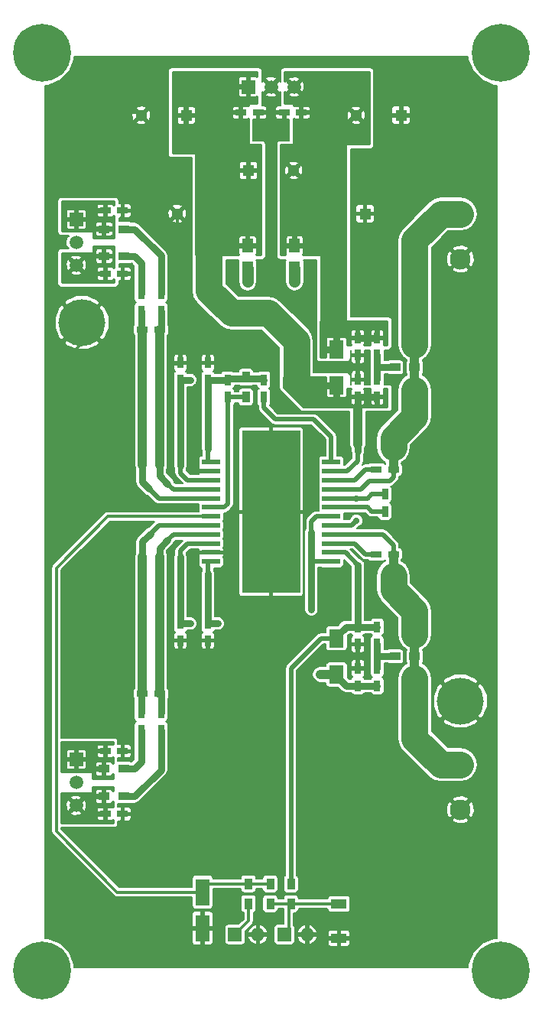
<source format=gbr>
G04 #@! TF.FileFunction,Copper,L1,Top,Signal*
%FSLAX46Y46*%
G04 Gerber Fmt 4.6, Leading zero omitted, Abs format (unit mm)*
G04 Created by KiCad (PCBNEW 4.0.2-stable) date 08.07.2018 23:17:36*
%MOMM*%
G01*
G04 APERTURE LIST*
%ADD10C,0.100000*%
%ADD11C,4.400000*%
%ADD12C,5.200000*%
%ADD13C,6.400000*%
%ADD14R,1.200000X0.750000*%
%ADD15C,1.300000*%
%ADD16R,1.300000X1.300000*%
%ADD17R,0.750000X1.200000*%
%ADD18R,1.500000X3.000000*%
%ADD19R,2.000000X0.600000*%
%ADD20R,6.400000X18.000000*%
%ADD21R,1.250000X1.500000*%
%ADD22R,1.200000X0.900000*%
%ADD23R,0.900000X1.200000*%
%ADD24R,1.700000X1.100000*%
%ADD25R,1.500000X1.500000*%
%ADD26C,1.500000*%
%ADD27O,1.500000X1.500000*%
%ADD28C,2.300000*%
%ADD29R,1.600000X2.000000*%
%ADD30C,0.700000*%
%ADD31C,0.300000*%
%ADD32C,0.500000*%
%ADD33C,0.750000*%
%ADD34C,1.300000*%
%ADD35C,1.000000*%
%ADD36C,3.000000*%
%ADD37C,0.200000*%
G04 APERTURE END LIST*
D10*
D11*
X125400000Y-85300000D03*
X125400000Y-73200000D03*
D12*
X146355000Y-100155000D03*
X104445000Y-58245000D03*
D13*
X150800000Y-28400000D03*
X100000000Y-28400000D03*
X100000000Y-130000000D03*
X150800000Y-130000000D03*
D14*
X122050000Y-35000000D03*
X123950000Y-35000000D03*
X126850000Y-35000000D03*
X128750000Y-35000000D03*
D15*
X115000000Y-46200000D03*
D16*
X118500000Y-46200000D03*
D15*
X132300000Y-46200000D03*
D16*
X135800000Y-46200000D03*
X116000000Y-35300000D03*
D15*
X111000000Y-35300000D03*
D16*
X139800000Y-35300000D03*
D15*
X134800000Y-35300000D03*
D14*
X107050000Y-112650000D03*
X108950000Y-112650000D03*
X107050000Y-52850000D03*
X108950000Y-52850000D03*
X107050000Y-105700000D03*
X108950000Y-105700000D03*
X107050000Y-45850000D03*
X108950000Y-45850000D03*
D16*
X122900000Y-41400000D03*
D15*
X127900000Y-41400000D03*
D17*
X113200000Y-101450000D03*
X113200000Y-103350000D03*
X111000000Y-101450000D03*
X111000000Y-103350000D03*
X111000000Y-56950000D03*
X111000000Y-55050000D03*
X113200000Y-56950000D03*
X113200000Y-55050000D03*
D14*
X113050000Y-99350000D03*
X111150000Y-99350000D03*
X111150000Y-59050000D03*
X113050000Y-59050000D03*
D17*
X115350000Y-91550000D03*
X115350000Y-93450000D03*
X115350000Y-64600000D03*
X115350000Y-62700000D03*
X118400000Y-91550000D03*
X118400000Y-93450000D03*
X118400000Y-64600000D03*
X118400000Y-62700000D03*
X120600000Y-66500000D03*
X120600000Y-64600000D03*
D18*
X117800000Y-125298980D03*
X117800000Y-121301020D03*
D17*
X124600000Y-66500000D03*
X124600000Y-64600000D03*
X138000000Y-79150000D03*
X138000000Y-77250000D03*
D14*
X137050000Y-83900000D03*
X138950000Y-83900000D03*
X138950000Y-74500000D03*
X137050000Y-74500000D03*
D17*
X135000000Y-66450000D03*
X135000000Y-64550000D03*
X135000000Y-91950000D03*
X135000000Y-93850000D03*
X135000000Y-59950000D03*
X135000000Y-61850000D03*
X135000000Y-98450000D03*
X135000000Y-96550000D03*
X137150000Y-93850000D03*
X137150000Y-91950000D03*
X137150000Y-64550000D03*
X137150000Y-66450000D03*
X137150000Y-96550000D03*
X137150000Y-98450000D03*
X137150000Y-61850000D03*
X137150000Y-59950000D03*
D19*
X118750000Y-84700000D03*
X118750000Y-83700000D03*
X118750000Y-82700000D03*
X118750000Y-81700000D03*
X118750000Y-80700000D03*
X118750000Y-79700000D03*
X118750000Y-78700000D03*
X118750000Y-77700000D03*
X118750000Y-76700000D03*
X118750000Y-75700000D03*
X118750000Y-74700000D03*
X118750000Y-73700000D03*
X132050000Y-84700000D03*
X132050000Y-83700000D03*
X132050000Y-82700000D03*
X132050000Y-81700000D03*
X132050000Y-80700000D03*
X132050000Y-79700000D03*
X132050000Y-78700000D03*
X132050000Y-77700000D03*
X132050000Y-76700000D03*
X132050000Y-75700000D03*
X132050000Y-74700000D03*
X132050000Y-73700000D03*
D20*
X125400000Y-79200000D03*
D21*
X122800000Y-49750000D03*
X122800000Y-52250000D03*
X128000000Y-49750000D03*
X128000000Y-52250000D03*
D22*
X109100000Y-110700000D03*
X106900000Y-110700000D03*
X109100000Y-107650000D03*
X106900000Y-107650000D03*
X109100000Y-50900000D03*
X106900000Y-50900000D03*
X109100000Y-47900000D03*
X106900000Y-47900000D03*
D23*
X122600000Y-66500000D03*
X122600000Y-64300000D03*
X122900000Y-122600000D03*
X122900000Y-120400000D03*
X125300000Y-122600000D03*
X125300000Y-120400000D03*
X127600000Y-122600000D03*
X127600000Y-120400000D03*
D22*
X141300000Y-95200000D03*
X139100000Y-95200000D03*
X141300000Y-63200000D03*
X139100000Y-63200000D03*
D24*
X132900000Y-126400000D03*
X132900000Y-122600000D03*
D25*
X122860000Y-32150000D03*
D26*
X125400000Y-32150000D03*
X127940000Y-32150000D03*
D25*
X103810000Y-106630000D03*
D26*
X103810000Y-109170000D03*
X103810000Y-111710000D03*
D25*
X103810000Y-46815000D03*
D26*
X103810000Y-49355000D03*
X103810000Y-51895000D03*
D25*
X121400000Y-126000000D03*
D27*
X123940000Y-126000000D03*
D25*
X126860000Y-126000000D03*
D27*
X129400000Y-126000000D03*
D28*
X146355000Y-112180000D03*
X146355000Y-107180000D03*
X146355000Y-51220000D03*
X146355000Y-46220000D03*
D29*
X132650000Y-65200000D03*
X132650000Y-61200000D03*
X132650000Y-93200000D03*
X132650000Y-97200000D03*
D11*
X125400000Y-79200000D03*
D30*
X137000000Y-124000000D03*
X142000000Y-119000000D03*
X147000000Y-119000000D03*
X137000000Y-119000000D03*
X132000000Y-119000000D03*
X130000000Y-116000000D03*
X130000000Y-111000000D03*
X130000000Y-106000000D03*
X130000000Y-101000000D03*
X138000000Y-116000000D03*
X138000000Y-111000000D03*
X138000000Y-106000000D03*
X138000000Y-101000000D03*
X122000000Y-129000000D03*
X127000000Y-129000000D03*
X132000000Y-129000000D03*
X137000000Y-129000000D03*
X142000000Y-129000000D03*
X146000000Y-125000000D03*
X149000000Y-121000000D03*
X149000000Y-116000000D03*
X105000000Y-120000000D03*
X110000000Y-123000000D03*
X101000000Y-119000000D03*
X101000000Y-124000000D03*
X105000000Y-124000000D03*
X105000000Y-129000000D03*
X110000000Y-129000000D03*
X115000000Y-129000000D03*
X110000000Y-120000000D03*
X105000000Y-116000000D03*
X110000000Y-116000000D03*
X115000000Y-116000000D03*
X120000000Y-116000000D03*
X125000000Y-116000000D03*
X125000000Y-111000000D03*
X120000000Y-111000000D03*
X115000000Y-111000000D03*
X120200000Y-101000000D03*
X125000000Y-106000000D03*
X125000000Y-101000000D03*
X115000000Y-101000000D03*
X120000000Y-106000000D03*
X115000000Y-106000000D03*
X120000000Y-93000000D03*
X125000000Y-93000000D03*
X115000000Y-96000000D03*
X120000000Y-96000000D03*
X125000000Y-96000000D03*
X129000000Y-93000000D03*
X132200000Y-89900000D03*
X141500000Y-72200000D03*
X140000000Y-81000000D03*
X127000000Y-67500000D03*
X133400000Y-71000000D03*
X131600000Y-68700000D03*
X123500000Y-69000000D03*
X124000000Y-60500000D03*
X129000000Y-56500000D03*
X139000000Y-57000000D03*
X136000000Y-57000000D03*
X136000000Y-51000000D03*
X140000000Y-46000000D03*
X140000000Y-40000000D03*
X136000000Y-40000000D03*
X144000000Y-34000000D03*
X144000000Y-39000000D03*
X144000000Y-54000000D03*
X144000000Y-59000000D03*
X144000000Y-64000000D03*
X144000000Y-69000000D03*
X144000000Y-74000000D03*
X144000000Y-79000000D03*
X144000000Y-84000000D03*
X144000000Y-89000000D03*
X144000000Y-94000000D03*
X149000000Y-94000000D03*
X149000000Y-89000000D03*
X149000000Y-84000000D03*
X149000000Y-79000000D03*
X149000000Y-74000000D03*
X149000000Y-69000000D03*
X149000000Y-64000000D03*
X149000000Y-59000000D03*
X149000000Y-54000000D03*
X149000000Y-49000000D03*
X149000000Y-39000000D03*
X149000000Y-34000000D03*
X145000000Y-30000000D03*
X140000000Y-30000000D03*
X135000000Y-29400000D03*
X130000000Y-29400000D03*
X125000000Y-29400000D03*
X120000000Y-29400000D03*
X115000000Y-29400000D03*
X125400000Y-39700000D03*
X125400000Y-44700000D03*
X125400000Y-51700000D03*
X125400000Y-35000000D03*
X124400000Y-54650000D03*
X119800000Y-59400000D03*
X118400000Y-60800000D03*
X114250000Y-62800000D03*
X114250000Y-74700000D03*
X114250000Y-68250000D03*
X115000000Y-53000000D03*
X115000000Y-61000000D03*
X115000000Y-43000000D03*
X111000000Y-43000000D03*
X111000000Y-39000000D03*
X105000000Y-30000000D03*
X111000000Y-30000000D03*
X102000000Y-35000000D03*
X102000000Y-43000000D03*
X102000000Y-39000000D03*
X112100000Y-78600000D03*
X104000000Y-81000000D03*
X102000000Y-78000000D03*
X102000000Y-73000000D03*
X102000000Y-68000000D03*
X102000000Y-63000000D03*
X109000000Y-63000000D03*
X109000000Y-78000000D03*
X109000000Y-73000000D03*
X109000000Y-68000000D03*
X109000000Y-103500000D03*
X103000000Y-103500000D03*
X103000000Y-99000000D03*
X109000000Y-99000000D03*
X109000000Y-94000000D03*
X103000000Y-94000000D03*
X103000000Y-89000000D03*
X109000000Y-89000000D03*
X109000000Y-84000000D03*
X105000000Y-84000000D03*
X109000000Y-81000000D03*
X111300000Y-80700000D03*
X100700000Y-84200000D03*
X100700000Y-89200000D03*
X100700000Y-94200000D03*
X100700000Y-99200000D03*
X100700000Y-104200000D03*
X100700000Y-109200000D03*
X100700000Y-114200000D03*
X135000000Y-63200000D03*
X135000000Y-95200000D03*
X116450000Y-91550000D03*
X122800000Y-53700000D03*
X116450000Y-64600000D03*
X129850000Y-90000000D03*
X119500000Y-91550000D03*
X128000000Y-53700000D03*
X119500000Y-64600000D03*
X135000000Y-71750000D03*
X135000000Y-85100000D03*
X130850000Y-97200000D03*
X132300000Y-58650000D03*
X134850000Y-77700000D03*
X134850000Y-80150000D03*
D31*
X130000000Y-101000000D02*
X138000000Y-101000000D01*
X137000000Y-124000000D02*
X142000000Y-124000000D01*
X142000000Y-124000000D02*
X142000000Y-119000000D01*
X147000000Y-119000000D02*
X137000000Y-119000000D01*
X132000000Y-119000000D02*
X132000000Y-118000000D01*
X132000000Y-118000000D02*
X130000000Y-116000000D01*
X130000000Y-111000000D02*
X130000000Y-106000000D01*
X138000000Y-106000000D02*
X138000000Y-111000000D01*
X127000000Y-129000000D02*
X122000000Y-129000000D01*
X137000000Y-129000000D02*
X132000000Y-129000000D01*
X146000000Y-125000000D02*
X142000000Y-129000000D01*
X149000000Y-116000000D02*
X149000000Y-121000000D01*
X117800000Y-125298980D02*
X112298980Y-125298980D01*
X112298980Y-125298980D02*
X110000000Y-123000000D01*
X117800000Y-125298980D02*
X115298980Y-125298980D01*
X105000000Y-124000000D02*
X101000000Y-124000000D01*
X110000000Y-129000000D02*
X105000000Y-129000000D01*
X115000000Y-125597960D02*
X115000000Y-129000000D01*
X115298980Y-125298980D02*
X115000000Y-125597960D01*
X110000000Y-116000000D02*
X110000000Y-120000000D01*
X108950000Y-112650000D02*
X113350000Y-112650000D01*
X115000000Y-116000000D02*
X110000000Y-116000000D01*
X125000000Y-116000000D02*
X120000000Y-116000000D01*
X120000000Y-111000000D02*
X125000000Y-111000000D01*
X113350000Y-112650000D02*
X115000000Y-111000000D01*
X120200000Y-101000000D02*
X120000000Y-101000000D01*
X125000000Y-101000000D02*
X125000000Y-106000000D01*
X115000000Y-96000000D02*
X115000000Y-101000000D01*
X120000000Y-106000000D02*
X115000000Y-106000000D01*
X125000000Y-96000000D02*
X125000000Y-93000000D01*
X115350000Y-93450000D02*
X115400000Y-93500000D01*
X115400000Y-93500000D02*
X115400000Y-95600000D01*
X115400000Y-95600000D02*
X115000000Y-96000000D01*
X120000000Y-96000000D02*
X125000000Y-96000000D01*
X141500000Y-75500000D02*
X141500000Y-72200000D01*
X140000000Y-77000000D02*
X141500000Y-75500000D01*
X140000000Y-81000000D02*
X140000000Y-77000000D01*
X133400000Y-70500000D02*
X133400000Y-71000000D01*
X131600000Y-68700000D02*
X133400000Y-70500000D01*
X135800000Y-46200000D02*
X135800000Y-50800000D01*
X136000000Y-57000000D02*
X139000000Y-57000000D01*
X135800000Y-50800000D02*
X136000000Y-51000000D01*
X136000000Y-40000000D02*
X140000000Y-40000000D01*
X144000000Y-39000000D02*
X144000000Y-34000000D01*
X139800000Y-35300000D02*
X139800000Y-30200000D01*
X144000000Y-59000000D02*
X144000000Y-54000000D01*
X144000000Y-69000000D02*
X144000000Y-64000000D01*
X144000000Y-79000000D02*
X144000000Y-74000000D01*
X144000000Y-89000000D02*
X144000000Y-84000000D01*
X149000000Y-94000000D02*
X144000000Y-94000000D01*
X149000000Y-84000000D02*
X149000000Y-89000000D01*
X149000000Y-74000000D02*
X149000000Y-79000000D01*
X149000000Y-64000000D02*
X149000000Y-69000000D01*
X149000000Y-54000000D02*
X149000000Y-59000000D01*
X149000000Y-39000000D02*
X149000000Y-49000000D01*
X145000000Y-30000000D02*
X149000000Y-34000000D01*
X139800000Y-30200000D02*
X140000000Y-30000000D01*
X125000000Y-29400000D02*
X130000000Y-29400000D01*
X115000000Y-29400000D02*
X120000000Y-29400000D01*
X125400000Y-51700000D02*
X125400000Y-53650000D01*
X125400000Y-39700000D02*
X125400000Y-44700000D01*
X123950000Y-35000000D02*
X125400000Y-35000000D01*
X125400000Y-53650000D02*
X124400000Y-54650000D01*
X118400000Y-62700000D02*
X118400000Y-60800000D01*
X115250000Y-62800000D02*
X114250000Y-62800000D01*
X114250000Y-68250000D02*
X114250000Y-74700000D01*
X115350000Y-62700000D02*
X115250000Y-62800000D01*
X115000000Y-53000000D02*
X115000000Y-46200000D01*
X111000000Y-39000000D02*
X111000000Y-43000000D01*
X111000000Y-30000000D02*
X105000000Y-30000000D01*
X111000000Y-35300000D02*
X110700000Y-35000000D01*
X110700000Y-35000000D02*
X102000000Y-35000000D01*
X102000000Y-43000000D02*
X102000000Y-39000000D01*
X104445000Y-58245000D02*
X104445000Y-60555000D01*
X104445000Y-60555000D02*
X102000000Y-63000000D01*
X104000000Y-80000000D02*
X104000000Y-81000000D01*
X102000000Y-78000000D02*
X104000000Y-80000000D01*
X102000000Y-68000000D02*
X102000000Y-73000000D01*
X104445000Y-58245000D02*
X104445000Y-58445000D01*
X104445000Y-58445000D02*
X109000000Y-63000000D01*
X109000000Y-78000000D02*
X109000000Y-73000000D01*
X108950000Y-105700000D02*
X109000000Y-105650000D01*
X109000000Y-105650000D02*
X109000000Y-103500000D01*
X103000000Y-103500000D02*
X103000000Y-99000000D01*
X109000000Y-99000000D02*
X109000000Y-94000000D01*
X103000000Y-94000000D02*
X103000000Y-89000000D01*
X109000000Y-89000000D02*
X109000000Y-84000000D01*
X105000000Y-84000000D02*
X108000000Y-81000000D01*
X108000000Y-81000000D02*
X109000000Y-81000000D01*
X100700000Y-94200000D02*
X100700000Y-89200000D01*
X100700000Y-104200000D02*
X100700000Y-99200000D01*
X100700000Y-114200000D02*
X100700000Y-109200000D01*
D32*
X135000000Y-64550000D02*
X135000000Y-63200000D01*
X135000000Y-63200000D02*
X135000000Y-61850000D01*
X135000000Y-96550000D02*
X135000000Y-95200000D01*
X135000000Y-95200000D02*
X135000000Y-93850000D01*
D33*
X116450000Y-91550000D02*
X115350000Y-91550000D01*
D32*
X115350000Y-84200000D02*
X115350000Y-83500000D01*
X115350000Y-83500000D02*
X116150000Y-82700000D01*
X116150000Y-82700000D02*
X118750000Y-82700000D01*
D33*
X115350000Y-91550000D02*
X115350000Y-84200000D01*
D34*
X122800000Y-52250000D02*
X122800000Y-53700000D01*
D33*
X116450000Y-64600000D02*
X115350000Y-64600000D01*
D32*
X115350000Y-74100000D02*
X115350000Y-74900000D01*
D33*
X115350000Y-64600000D02*
X115350000Y-74100000D01*
D32*
X116150000Y-75700000D02*
X118750000Y-75700000D01*
X115350000Y-74900000D02*
X116150000Y-75700000D01*
X132050000Y-84700000D02*
X129850000Y-84700000D01*
X129850000Y-81450000D02*
X129850000Y-80250000D01*
X129850000Y-80250000D02*
X130400000Y-79700000D01*
X132050000Y-79700000D02*
X130400000Y-79700000D01*
D33*
X129850000Y-81450000D02*
X129850000Y-84700000D01*
X129850000Y-84700000D02*
X129850000Y-90000000D01*
X119500000Y-91550000D02*
X118400000Y-91550000D01*
D32*
X118400000Y-86000000D02*
X118400000Y-84700000D01*
D33*
X118400000Y-91550000D02*
X118400000Y-86000000D01*
D32*
X118400000Y-84700000D02*
X118750000Y-84700000D01*
D34*
X128000000Y-52250000D02*
X128000000Y-53700000D01*
D32*
X118400000Y-72200000D02*
X118400000Y-73700000D01*
D33*
X118400000Y-64600000D02*
X118400000Y-72200000D01*
D32*
X118400000Y-73700000D02*
X118750000Y-73700000D01*
D33*
X118400000Y-64600000D02*
X119500000Y-64600000D01*
X119500000Y-64600000D02*
X120600000Y-64600000D01*
X122600000Y-64450000D02*
X120550000Y-64450000D01*
X122600000Y-64450000D02*
X124450000Y-64450000D01*
X124600000Y-64600000D02*
X124600000Y-64600000D01*
X124450000Y-64450000D02*
X124600000Y-64600000D01*
D31*
X117800000Y-121301020D02*
X108351020Y-121301020D01*
X107300000Y-79700000D02*
X118750000Y-79700000D01*
X101600000Y-85400000D02*
X107300000Y-79700000D01*
X101600000Y-114550000D02*
X101600000Y-85400000D01*
X108351020Y-121301020D02*
X101600000Y-114550000D01*
X122900000Y-120400000D02*
X117800000Y-120400000D01*
X117800000Y-120400000D02*
X117800000Y-121301020D01*
X122900000Y-120400000D02*
X125300000Y-120400000D01*
D32*
X112050000Y-81600000D02*
X112950000Y-80700000D01*
X118750000Y-80700000D02*
X113350000Y-80700000D01*
D33*
X111150000Y-84200000D02*
X111150000Y-82500000D01*
D35*
X111150000Y-84200000D02*
X111150000Y-99350000D01*
D33*
X111150000Y-82500000D02*
X112050000Y-81600000D01*
D32*
X112950000Y-80700000D02*
X113350000Y-80700000D01*
D33*
X111000000Y-101450000D02*
X111000000Y-99500000D01*
X111000000Y-99500000D02*
X111150000Y-99350000D01*
X113200000Y-55050000D02*
X113200000Y-50850000D01*
X110250000Y-47900000D02*
X113200000Y-50850000D01*
X110250000Y-47900000D02*
X109100000Y-47900000D01*
D32*
X132050000Y-78700000D02*
X136100000Y-78700000D01*
X136550000Y-79150000D02*
X138000000Y-79150000D01*
X136100000Y-78700000D02*
X136550000Y-79150000D01*
X132650000Y-93200000D02*
X130950000Y-93200000D01*
X127600000Y-96550000D02*
X127600000Y-120400000D01*
X130950000Y-93200000D02*
X127600000Y-96550000D01*
D35*
X135000000Y-71750000D02*
X135000000Y-67550000D01*
D33*
X135000000Y-91950000D02*
X135000000Y-85100000D01*
D32*
X133600000Y-83700000D02*
X135000000Y-85100000D01*
X133600000Y-83700000D02*
X132050000Y-83700000D01*
D33*
X135000000Y-66450000D02*
X135000000Y-67550000D01*
X135000000Y-71750000D02*
X135000000Y-72450000D01*
D32*
X133850000Y-74700000D02*
X132050000Y-74700000D01*
X135000000Y-73550000D02*
X135000000Y-72450000D01*
X133850000Y-74700000D02*
X135000000Y-73550000D01*
D36*
X118500000Y-46200000D02*
X118500000Y-54700000D01*
X128200000Y-60300000D02*
X128200000Y-64600000D01*
X125100000Y-57200000D02*
X128200000Y-60300000D01*
X121000000Y-57200000D02*
X125100000Y-57200000D01*
X118500000Y-54700000D02*
X121000000Y-57200000D01*
D33*
X132650000Y-65200000D02*
X132650000Y-66750000D01*
X132650000Y-66750000D02*
X132600000Y-66800000D01*
X132650000Y-65200000D02*
X131300000Y-65200000D01*
X137150000Y-66450000D02*
X135000000Y-66450000D01*
X135000000Y-91950000D02*
X133700000Y-91950000D01*
X133700000Y-91950000D02*
X132650000Y-93000000D01*
X132650000Y-93000000D02*
X132650000Y-93200000D01*
X137150000Y-91950000D02*
X135000000Y-91950000D01*
D35*
X130850000Y-97200000D02*
X132650000Y-97200000D01*
D33*
X135000000Y-98450000D02*
X133700000Y-98450000D01*
X133700000Y-98450000D02*
X132650000Y-97400000D01*
X132650000Y-97400000D02*
X132650000Y-97200000D01*
D36*
X132300000Y-58200000D02*
X132300000Y-46200000D01*
D35*
X132300000Y-58650000D02*
X132300000Y-58200000D01*
D32*
X134300000Y-80700000D02*
X134850000Y-80150000D01*
X134300000Y-80700000D02*
X132050000Y-80700000D01*
D33*
X132650000Y-61200000D02*
X132650000Y-58900000D01*
X132650000Y-61200000D02*
X131500000Y-61200000D01*
X137150000Y-59950000D02*
X135000000Y-59950000D01*
X132650000Y-97400000D02*
X132650000Y-97200000D01*
X137150000Y-98450000D02*
X135000000Y-98450000D01*
D32*
X132050000Y-77700000D02*
X134850000Y-77700000D01*
X134850000Y-77700000D02*
X136100000Y-77700000D01*
X136550000Y-77250000D02*
X138000000Y-77250000D01*
X136100000Y-77700000D02*
X136550000Y-77250000D01*
D33*
X113050000Y-83200000D02*
X113050000Y-84200000D01*
D32*
X113950000Y-82300000D02*
X114550000Y-81700000D01*
D33*
X113050000Y-83200000D02*
X113950000Y-82300000D01*
D35*
X113050000Y-99350000D02*
X113050000Y-84200000D01*
D32*
X114550000Y-81700000D02*
X118750000Y-81700000D01*
D33*
X113200000Y-101450000D02*
X113200000Y-99500000D01*
X113200000Y-99500000D02*
X113050000Y-99350000D01*
X109100000Y-110700000D02*
X110250000Y-110700000D01*
X113200000Y-107750000D02*
X113200000Y-103350000D01*
X110250000Y-110700000D02*
X113200000Y-107750000D01*
X109100000Y-107650000D02*
X110250000Y-107650000D01*
X111000000Y-106900000D02*
X111000000Y-103350000D01*
X110250000Y-107650000D02*
X111000000Y-106900000D01*
X111850000Y-76650000D02*
X111150000Y-75900000D01*
D32*
X112950000Y-77700000D02*
X111850000Y-76650000D01*
D35*
X111150000Y-59050000D02*
X111150000Y-74000000D01*
D32*
X112950000Y-77700000D02*
X118750000Y-77700000D01*
D33*
X111150000Y-75900000D02*
X111150000Y-74000000D01*
X111000000Y-56950000D02*
X111000000Y-58900000D01*
X111000000Y-58900000D02*
X111150000Y-59050000D01*
X111000000Y-55050000D02*
X111000000Y-51650000D01*
X110250000Y-50900000D02*
X111000000Y-51650000D01*
X110250000Y-50900000D02*
X109100000Y-50900000D01*
X113050000Y-74050000D02*
X113050000Y-75200000D01*
D32*
X118750000Y-76700000D02*
X114550000Y-76700000D01*
D35*
X113050000Y-74050000D02*
X113050000Y-59050000D01*
D32*
X113950000Y-76100000D02*
X114550000Y-76700000D01*
D33*
X113050000Y-75200000D02*
X113950000Y-76100000D01*
X113200000Y-56950000D02*
X113200000Y-58900000D01*
X113200000Y-58900000D02*
X113050000Y-59050000D01*
D32*
X120600000Y-66500000D02*
X120600000Y-78300000D01*
X120200000Y-78700000D02*
X118750000Y-78700000D01*
X120200000Y-78700000D02*
X120600000Y-78300000D01*
X122600000Y-66500000D02*
X120600000Y-66500000D01*
X124600000Y-66500000D02*
X124600000Y-67700000D01*
X125850000Y-68950000D02*
X126850000Y-68950000D01*
X124600000Y-67700000D02*
X125850000Y-68950000D01*
X124600000Y-66500000D02*
X124600000Y-66700000D01*
X126850000Y-68950000D02*
X130100000Y-68950000D01*
X132050000Y-70900000D02*
X132050000Y-73700000D01*
X130100000Y-68950000D02*
X132050000Y-70900000D01*
X132050000Y-82700000D02*
X134650000Y-82700000D01*
X135850000Y-83900000D02*
X137050000Y-83900000D01*
X134650000Y-82700000D02*
X135850000Y-83900000D01*
D35*
X141300000Y-95200000D02*
X141300000Y-97600000D01*
D36*
X144180000Y-107180000D02*
X146355000Y-107180000D01*
X141300000Y-104300000D02*
X141300000Y-97600000D01*
X144180000Y-107180000D02*
X141300000Y-104300000D01*
D35*
X141300000Y-95200000D02*
X141300000Y-92800000D01*
D36*
X138950000Y-86250000D02*
X138950000Y-87800000D01*
D35*
X138950000Y-86250000D02*
X138950000Y-83900000D01*
D36*
X141300000Y-90150000D02*
X141300000Y-92800000D01*
X138950000Y-87800000D02*
X141300000Y-90150000D01*
D32*
X132050000Y-81700000D02*
X137750000Y-81700000D01*
X138950000Y-82900000D02*
X138950000Y-83900000D01*
X137750000Y-81700000D02*
X138950000Y-82900000D01*
D35*
X141300000Y-63200000D02*
X141300000Y-60700000D01*
D36*
X144230000Y-46220000D02*
X141300000Y-49150000D01*
X141300000Y-49150000D02*
X141300000Y-60700000D01*
X144230000Y-46220000D02*
X146355000Y-46220000D01*
D35*
X141300000Y-63200000D02*
X141300000Y-65700000D01*
D36*
X141300000Y-65700000D02*
X141300000Y-68700000D01*
X138950000Y-71050000D02*
X141300000Y-68700000D01*
X138950000Y-71050000D02*
X138950000Y-72100000D01*
D35*
X138950000Y-74500000D02*
X138950000Y-72150000D01*
X138950000Y-72150000D02*
X138950000Y-70300000D01*
D32*
X132050000Y-76700000D02*
X135300000Y-76700000D01*
X138950000Y-75350000D02*
X138950000Y-74500000D01*
X138550000Y-75750000D02*
X138950000Y-75350000D01*
X136250000Y-75750000D02*
X138550000Y-75750000D01*
X135300000Y-76700000D02*
X136250000Y-75750000D01*
X132050000Y-75700000D02*
X134650000Y-75700000D01*
X135850000Y-74500000D02*
X137050000Y-74500000D01*
X134650000Y-75700000D02*
X135850000Y-74500000D01*
D33*
X139100000Y-95200000D02*
X137150000Y-95200000D01*
X137150000Y-93850000D02*
X137150000Y-95200000D01*
X137150000Y-95200000D02*
X137150000Y-96550000D01*
X139100000Y-63200000D02*
X137150000Y-63200000D01*
X137150000Y-61850000D02*
X137150000Y-63200000D01*
X137150000Y-63200000D02*
X137150000Y-64550000D01*
D31*
X121400000Y-126000000D02*
X122900000Y-124500000D01*
X122900000Y-124500000D02*
X122900000Y-122600000D01*
X127600000Y-122600000D02*
X132900000Y-122600000D01*
X125300000Y-122600000D02*
X127600000Y-122600000D01*
X126860000Y-126000000D02*
X127350000Y-125510000D01*
X127350000Y-125510000D02*
X127350000Y-122850000D01*
X127350000Y-122850000D02*
X127600000Y-122600000D01*
D37*
G36*
X147199377Y-29112943D02*
X147746289Y-30436572D01*
X148758101Y-31450152D01*
X150080774Y-31999374D01*
X150425000Y-31999674D01*
X150425000Y-126399672D01*
X150087057Y-126399377D01*
X148763428Y-126946289D01*
X147749848Y-127958101D01*
X147200626Y-129280774D01*
X147200326Y-129625000D01*
X103600328Y-129625000D01*
X103600623Y-129287057D01*
X103053711Y-127963428D01*
X102041899Y-126949848D01*
X100719226Y-126400626D01*
X100375000Y-126400326D01*
X100375000Y-125548980D01*
X116650000Y-125548980D01*
X116650000Y-126878545D01*
X116710896Y-127025562D01*
X116823418Y-127138084D01*
X116970435Y-127198980D01*
X117550000Y-127198980D01*
X117650000Y-127098980D01*
X117650000Y-125448980D01*
X117950000Y-125448980D01*
X117950000Y-127098980D01*
X118050000Y-127198980D01*
X118629565Y-127198980D01*
X118776582Y-127138084D01*
X118889104Y-127025562D01*
X118950000Y-126878545D01*
X118950000Y-125548980D01*
X118850000Y-125448980D01*
X117950000Y-125448980D01*
X117650000Y-125448980D01*
X116750000Y-125448980D01*
X116650000Y-125548980D01*
X100375000Y-125548980D01*
X100375000Y-125250000D01*
X120242164Y-125250000D01*
X120242164Y-126750000D01*
X120270056Y-126898231D01*
X120357660Y-127034372D01*
X120491329Y-127125704D01*
X120650000Y-127157836D01*
X122150000Y-127157836D01*
X122298231Y-127129944D01*
X122434372Y-127042340D01*
X122525704Y-126908671D01*
X122557836Y-126750000D01*
X122557836Y-126326518D01*
X122837313Y-126326518D01*
X123046203Y-126723643D01*
X123391165Y-127010600D01*
X123613484Y-127102672D01*
X123790000Y-127039230D01*
X123790000Y-126150000D01*
X124090000Y-126150000D01*
X124090000Y-127039230D01*
X124266516Y-127102672D01*
X124488835Y-127010600D01*
X124833797Y-126723643D01*
X125042687Y-126326518D01*
X124980190Y-126150000D01*
X124090000Y-126150000D01*
X123790000Y-126150000D01*
X122899810Y-126150000D01*
X122837313Y-126326518D01*
X122557836Y-126326518D01*
X122557836Y-125673482D01*
X122837313Y-125673482D01*
X122899810Y-125850000D01*
X123790000Y-125850000D01*
X123790000Y-124960770D01*
X124090000Y-124960770D01*
X124090000Y-125850000D01*
X124980190Y-125850000D01*
X125042687Y-125673482D01*
X124833797Y-125276357D01*
X124488835Y-124989400D01*
X124266516Y-124897328D01*
X124090000Y-124960770D01*
X123790000Y-124960770D01*
X123613484Y-124897328D01*
X123391165Y-124989400D01*
X123046203Y-125276357D01*
X122837313Y-125673482D01*
X122557836Y-125673482D01*
X122557836Y-125619981D01*
X123288906Y-124888911D01*
X123288909Y-124888909D01*
X123408134Y-124710476D01*
X123450000Y-124500000D01*
X123450000Y-123589019D01*
X123498231Y-123579944D01*
X123634372Y-123492340D01*
X123725704Y-123358671D01*
X123757836Y-123200000D01*
X123757836Y-122000000D01*
X124442164Y-122000000D01*
X124442164Y-123200000D01*
X124470056Y-123348231D01*
X124557660Y-123484372D01*
X124691329Y-123575704D01*
X124850000Y-123607836D01*
X125750000Y-123607836D01*
X125898231Y-123579944D01*
X126034372Y-123492340D01*
X126125704Y-123358671D01*
X126157836Y-123200000D01*
X126157836Y-123150000D01*
X126742164Y-123150000D01*
X126742164Y-123200000D01*
X126770056Y-123348231D01*
X126800000Y-123394765D01*
X126800000Y-124842164D01*
X126110000Y-124842164D01*
X125961769Y-124870056D01*
X125825628Y-124957660D01*
X125734296Y-125091329D01*
X125702164Y-125250000D01*
X125702164Y-126750000D01*
X125730056Y-126898231D01*
X125817660Y-127034372D01*
X125951329Y-127125704D01*
X126110000Y-127157836D01*
X127610000Y-127157836D01*
X127758231Y-127129944D01*
X127894372Y-127042340D01*
X127985704Y-126908671D01*
X128017836Y-126750000D01*
X128017836Y-126326518D01*
X128297313Y-126326518D01*
X128506203Y-126723643D01*
X128851165Y-127010600D01*
X129073484Y-127102672D01*
X129250000Y-127039230D01*
X129250000Y-126150000D01*
X129550000Y-126150000D01*
X129550000Y-127039230D01*
X129726516Y-127102672D01*
X129948835Y-127010600D01*
X130293797Y-126723643D01*
X130332533Y-126650000D01*
X131650000Y-126650000D01*
X131650000Y-127029565D01*
X131710896Y-127176582D01*
X131823418Y-127289104D01*
X131970435Y-127350000D01*
X132650000Y-127350000D01*
X132750000Y-127250000D01*
X132750000Y-126550000D01*
X133050000Y-126550000D01*
X133050000Y-127250000D01*
X133150000Y-127350000D01*
X133829565Y-127350000D01*
X133976582Y-127289104D01*
X134089104Y-127176582D01*
X134150000Y-127029565D01*
X134150000Y-126650000D01*
X134050000Y-126550000D01*
X133050000Y-126550000D01*
X132750000Y-126550000D01*
X131750000Y-126550000D01*
X131650000Y-126650000D01*
X130332533Y-126650000D01*
X130502687Y-126326518D01*
X130440190Y-126150000D01*
X129550000Y-126150000D01*
X129250000Y-126150000D01*
X128359810Y-126150000D01*
X128297313Y-126326518D01*
X128017836Y-126326518D01*
X128017836Y-125673482D01*
X128297313Y-125673482D01*
X128359810Y-125850000D01*
X129250000Y-125850000D01*
X129250000Y-124960770D01*
X129550000Y-124960770D01*
X129550000Y-125850000D01*
X130440190Y-125850000D01*
X130468360Y-125770435D01*
X131650000Y-125770435D01*
X131650000Y-126150000D01*
X131750000Y-126250000D01*
X132750000Y-126250000D01*
X132750000Y-125550000D01*
X133050000Y-125550000D01*
X133050000Y-126250000D01*
X134050000Y-126250000D01*
X134150000Y-126150000D01*
X134150000Y-125770435D01*
X134089104Y-125623418D01*
X133976582Y-125510896D01*
X133829565Y-125450000D01*
X133150000Y-125450000D01*
X133050000Y-125550000D01*
X132750000Y-125550000D01*
X132650000Y-125450000D01*
X131970435Y-125450000D01*
X131823418Y-125510896D01*
X131710896Y-125623418D01*
X131650000Y-125770435D01*
X130468360Y-125770435D01*
X130502687Y-125673482D01*
X130293797Y-125276357D01*
X129948835Y-124989400D01*
X129726516Y-124897328D01*
X129550000Y-124960770D01*
X129250000Y-124960770D01*
X129073484Y-124897328D01*
X128851165Y-124989400D01*
X128506203Y-125276357D01*
X128297313Y-125673482D01*
X128017836Y-125673482D01*
X128017836Y-125250000D01*
X127989944Y-125101769D01*
X127902340Y-124965628D01*
X127900000Y-124964029D01*
X127900000Y-123607836D01*
X128050000Y-123607836D01*
X128198231Y-123579944D01*
X128334372Y-123492340D01*
X128425704Y-123358671D01*
X128457836Y-123200000D01*
X128457836Y-123150000D01*
X131642164Y-123150000D01*
X131670056Y-123298231D01*
X131757660Y-123434372D01*
X131891329Y-123525704D01*
X132050000Y-123557836D01*
X133750000Y-123557836D01*
X133898231Y-123529944D01*
X134034372Y-123442340D01*
X134125704Y-123308671D01*
X134157836Y-123150000D01*
X134157836Y-122050000D01*
X134129944Y-121901769D01*
X134042340Y-121765628D01*
X133908671Y-121674296D01*
X133750000Y-121642164D01*
X132050000Y-121642164D01*
X131901769Y-121670056D01*
X131765628Y-121757660D01*
X131674296Y-121891329D01*
X131642164Y-122050000D01*
X128457836Y-122050000D01*
X128457836Y-122000000D01*
X128429944Y-121851769D01*
X128342340Y-121715628D01*
X128208671Y-121624296D01*
X128050000Y-121592164D01*
X127150000Y-121592164D01*
X127001769Y-121620056D01*
X126865628Y-121707660D01*
X126774296Y-121841329D01*
X126742164Y-122000000D01*
X126742164Y-122050000D01*
X126157836Y-122050000D01*
X126157836Y-122000000D01*
X126129944Y-121851769D01*
X126042340Y-121715628D01*
X125908671Y-121624296D01*
X125750000Y-121592164D01*
X124850000Y-121592164D01*
X124701769Y-121620056D01*
X124565628Y-121707660D01*
X124474296Y-121841329D01*
X124442164Y-122000000D01*
X123757836Y-122000000D01*
X123729944Y-121851769D01*
X123642340Y-121715628D01*
X123508671Y-121624296D01*
X123350000Y-121592164D01*
X122450000Y-121592164D01*
X122301769Y-121620056D01*
X122165628Y-121707660D01*
X122074296Y-121841329D01*
X122042164Y-122000000D01*
X122042164Y-123200000D01*
X122070056Y-123348231D01*
X122157660Y-123484372D01*
X122291329Y-123575704D01*
X122350000Y-123587585D01*
X122350000Y-124272183D01*
X121780019Y-124842164D01*
X120650000Y-124842164D01*
X120501769Y-124870056D01*
X120365628Y-124957660D01*
X120274296Y-125091329D01*
X120242164Y-125250000D01*
X100375000Y-125250000D01*
X100375000Y-123719415D01*
X116650000Y-123719415D01*
X116650000Y-125048980D01*
X116750000Y-125148980D01*
X117650000Y-125148980D01*
X117650000Y-123498980D01*
X117950000Y-123498980D01*
X117950000Y-125148980D01*
X118850000Y-125148980D01*
X118950000Y-125048980D01*
X118950000Y-123719415D01*
X118889104Y-123572398D01*
X118776582Y-123459876D01*
X118629565Y-123398980D01*
X118050000Y-123398980D01*
X117950000Y-123498980D01*
X117650000Y-123498980D01*
X117550000Y-123398980D01*
X116970435Y-123398980D01*
X116823418Y-123459876D01*
X116710896Y-123572398D01*
X116650000Y-123719415D01*
X100375000Y-123719415D01*
X100375000Y-85400000D01*
X101050000Y-85400000D01*
X101050000Y-114550000D01*
X101091866Y-114760476D01*
X101211091Y-114938909D01*
X107962111Y-121689929D01*
X108140544Y-121809154D01*
X108351020Y-121851020D01*
X116642164Y-121851020D01*
X116642164Y-122801020D01*
X116670056Y-122949251D01*
X116757660Y-123085392D01*
X116891329Y-123176724D01*
X117050000Y-123208856D01*
X118550000Y-123208856D01*
X118698231Y-123180964D01*
X118834372Y-123093360D01*
X118925704Y-122959691D01*
X118957836Y-122801020D01*
X118957836Y-120950000D01*
X122042164Y-120950000D01*
X122042164Y-121000000D01*
X122070056Y-121148231D01*
X122157660Y-121284372D01*
X122291329Y-121375704D01*
X122450000Y-121407836D01*
X123350000Y-121407836D01*
X123498231Y-121379944D01*
X123634372Y-121292340D01*
X123725704Y-121158671D01*
X123757836Y-121000000D01*
X123757836Y-120950000D01*
X124442164Y-120950000D01*
X124442164Y-121000000D01*
X124470056Y-121148231D01*
X124557660Y-121284372D01*
X124691329Y-121375704D01*
X124850000Y-121407836D01*
X125750000Y-121407836D01*
X125898231Y-121379944D01*
X126034372Y-121292340D01*
X126125704Y-121158671D01*
X126157836Y-121000000D01*
X126157836Y-119800000D01*
X126129944Y-119651769D01*
X126042340Y-119515628D01*
X125908671Y-119424296D01*
X125750000Y-119392164D01*
X124850000Y-119392164D01*
X124701769Y-119420056D01*
X124565628Y-119507660D01*
X124474296Y-119641329D01*
X124442164Y-119800000D01*
X124442164Y-119850000D01*
X123757836Y-119850000D01*
X123757836Y-119800000D01*
X123729944Y-119651769D01*
X123642340Y-119515628D01*
X123508671Y-119424296D01*
X123350000Y-119392164D01*
X122450000Y-119392164D01*
X122301769Y-119420056D01*
X122165628Y-119507660D01*
X122074296Y-119641329D01*
X122042164Y-119800000D01*
X122042164Y-119850000D01*
X118957836Y-119850000D01*
X118957836Y-119801020D01*
X118929944Y-119652789D01*
X118842340Y-119516648D01*
X118708671Y-119425316D01*
X118550000Y-119393184D01*
X117050000Y-119393184D01*
X116901769Y-119421076D01*
X116765628Y-119508680D01*
X116674296Y-119642349D01*
X116642164Y-119801020D01*
X116642164Y-120751020D01*
X108578838Y-120751020D01*
X102150000Y-114322182D01*
X102150000Y-114150000D01*
X108050000Y-114150000D01*
X108195383Y-114122644D01*
X108328908Y-114036723D01*
X108418486Y-113905622D01*
X108450000Y-113750000D01*
X108450000Y-113425000D01*
X108700000Y-113425000D01*
X108800000Y-113325000D01*
X108800000Y-112800000D01*
X109100000Y-112800000D01*
X109100000Y-113325000D01*
X109200000Y-113425000D01*
X109629565Y-113425000D01*
X109776582Y-113364104D01*
X109889104Y-113251582D01*
X109950000Y-113104565D01*
X109950000Y-112900000D01*
X109850000Y-112800000D01*
X109100000Y-112800000D01*
X108800000Y-112800000D01*
X108780000Y-112800000D01*
X108780000Y-112500000D01*
X108800000Y-112500000D01*
X108800000Y-111975000D01*
X109100000Y-111975000D01*
X109100000Y-112500000D01*
X109850000Y-112500000D01*
X109950000Y-112400000D01*
X109950000Y-112195435D01*
X109889104Y-112048418D01*
X109776582Y-111935896D01*
X109629565Y-111875000D01*
X109200000Y-111875000D01*
X109100000Y-111975000D01*
X108800000Y-111975000D01*
X108700000Y-111875000D01*
X108450000Y-111875000D01*
X108450000Y-111547711D01*
X108500000Y-111557836D01*
X109700000Y-111557836D01*
X109848231Y-111529944D01*
X109933617Y-111475000D01*
X110250000Y-111475000D01*
X110546580Y-111416007D01*
X110798008Y-111248008D01*
X113748008Y-108298008D01*
X113916007Y-108046580D01*
X113975000Y-107750000D01*
X113975000Y-103988695D01*
X113982836Y-103950000D01*
X113982836Y-102750000D01*
X113954944Y-102601769D01*
X113867340Y-102465628D01*
X113770551Y-102399495D01*
X113859372Y-102342340D01*
X113950704Y-102208671D01*
X113982836Y-102050000D01*
X113982836Y-100850000D01*
X113975000Y-100808356D01*
X113975000Y-99957879D01*
X114025704Y-99883671D01*
X114057836Y-99725000D01*
X114057836Y-98975000D01*
X114029944Y-98826769D01*
X113950000Y-98702532D01*
X113950000Y-93700000D01*
X114575000Y-93700000D01*
X114575000Y-94129565D01*
X114635896Y-94276582D01*
X114748418Y-94389104D01*
X114895435Y-94450000D01*
X115100000Y-94450000D01*
X115200000Y-94350000D01*
X115200000Y-93600000D01*
X115500000Y-93600000D01*
X115500000Y-94350000D01*
X115600000Y-94450000D01*
X115804565Y-94450000D01*
X115951582Y-94389104D01*
X116064104Y-94276582D01*
X116125000Y-94129565D01*
X116125000Y-93700000D01*
X117625000Y-93700000D01*
X117625000Y-94129565D01*
X117685896Y-94276582D01*
X117798418Y-94389104D01*
X117945435Y-94450000D01*
X118150000Y-94450000D01*
X118250000Y-94350000D01*
X118250000Y-93600000D01*
X118550000Y-93600000D01*
X118550000Y-94350000D01*
X118650000Y-94450000D01*
X118854565Y-94450000D01*
X119001582Y-94389104D01*
X119114104Y-94276582D01*
X119175000Y-94129565D01*
X119175000Y-93700000D01*
X119075000Y-93600000D01*
X118550000Y-93600000D01*
X118250000Y-93600000D01*
X117725000Y-93600000D01*
X117625000Y-93700000D01*
X116125000Y-93700000D01*
X116025000Y-93600000D01*
X115500000Y-93600000D01*
X115200000Y-93600000D01*
X114675000Y-93600000D01*
X114575000Y-93700000D01*
X113950000Y-93700000D01*
X113950000Y-84200000D01*
X113881492Y-83855585D01*
X113825000Y-83771039D01*
X113825000Y-83521016D01*
X114498008Y-82848008D01*
X114666007Y-82596580D01*
X114689185Y-82480053D01*
X114819239Y-82350000D01*
X115580761Y-82350000D01*
X114890381Y-83040381D01*
X114749478Y-83251255D01*
X114749478Y-83251256D01*
X114700000Y-83500000D01*
X114700000Y-83804634D01*
X114633993Y-83903420D01*
X114575000Y-84200000D01*
X114575000Y-90911305D01*
X114567164Y-90950000D01*
X114567164Y-92150000D01*
X114595056Y-92298231D01*
X114682660Y-92434372D01*
X114777205Y-92498972D01*
X114748418Y-92510896D01*
X114635896Y-92623418D01*
X114575000Y-92770435D01*
X114575000Y-93200000D01*
X114675000Y-93300000D01*
X115200000Y-93300000D01*
X115200000Y-93280000D01*
X115500000Y-93280000D01*
X115500000Y-93300000D01*
X116025000Y-93300000D01*
X116125000Y-93200000D01*
X116125000Y-92770435D01*
X116064104Y-92623418D01*
X115951582Y-92510896D01*
X115921924Y-92498611D01*
X116009372Y-92442340D01*
X116089547Y-92325000D01*
X116450000Y-92325000D01*
X116575134Y-92300110D01*
X116598530Y-92300130D01*
X116620343Y-92291117D01*
X116746580Y-92266007D01*
X116852667Y-92195122D01*
X116874286Y-92186189D01*
X116890987Y-92169517D01*
X116998008Y-92098008D01*
X117068893Y-91991921D01*
X117085448Y-91975395D01*
X117094497Y-91953601D01*
X117166007Y-91846580D01*
X117190898Y-91721443D01*
X117199869Y-91699839D01*
X117199890Y-91676239D01*
X117225000Y-91550000D01*
X117200110Y-91424866D01*
X117200130Y-91401470D01*
X117191117Y-91379657D01*
X117166007Y-91253420D01*
X117095122Y-91147333D01*
X117086189Y-91125714D01*
X117069517Y-91109013D01*
X116998008Y-91001992D01*
X116891921Y-90931107D01*
X116875395Y-90914552D01*
X116853601Y-90905503D01*
X116746580Y-90833993D01*
X116621443Y-90809102D01*
X116599839Y-90800131D01*
X116576239Y-90800110D01*
X116450000Y-90775000D01*
X116125000Y-90775000D01*
X116125000Y-84400000D01*
X117342164Y-84400000D01*
X117342164Y-85000000D01*
X117370056Y-85148231D01*
X117457660Y-85284372D01*
X117591329Y-85375704D01*
X117750000Y-85407836D01*
X117750000Y-85604634D01*
X117683993Y-85703420D01*
X117625000Y-86000000D01*
X117625000Y-90911305D01*
X117617164Y-90950000D01*
X117617164Y-92150000D01*
X117645056Y-92298231D01*
X117732660Y-92434372D01*
X117827205Y-92498972D01*
X117798418Y-92510896D01*
X117685896Y-92623418D01*
X117625000Y-92770435D01*
X117625000Y-93200000D01*
X117725000Y-93300000D01*
X118250000Y-93300000D01*
X118250000Y-93280000D01*
X118550000Y-93280000D01*
X118550000Y-93300000D01*
X119075000Y-93300000D01*
X119175000Y-93200000D01*
X119175000Y-92770435D01*
X119114104Y-92623418D01*
X119001582Y-92510896D01*
X118971924Y-92498611D01*
X119059372Y-92442340D01*
X119139547Y-92325000D01*
X119500000Y-92325000D01*
X119625134Y-92300110D01*
X119648530Y-92300130D01*
X119670343Y-92291117D01*
X119796580Y-92266007D01*
X119902667Y-92195122D01*
X119924286Y-92186189D01*
X119940987Y-92169517D01*
X120048008Y-92098008D01*
X120118893Y-91991921D01*
X120135448Y-91975395D01*
X120144497Y-91953601D01*
X120216007Y-91846580D01*
X120240898Y-91721443D01*
X120249869Y-91699839D01*
X120249890Y-91676239D01*
X120275000Y-91550000D01*
X120250110Y-91424866D01*
X120250130Y-91401470D01*
X120241117Y-91379657D01*
X120216007Y-91253420D01*
X120145122Y-91147333D01*
X120136189Y-91125714D01*
X120119517Y-91109013D01*
X120048008Y-91001992D01*
X119941921Y-90931107D01*
X119925395Y-90914552D01*
X119903601Y-90905503D01*
X119796580Y-90833993D01*
X119671443Y-90809102D01*
X119649839Y-90800131D01*
X119626239Y-90800110D01*
X119500000Y-90775000D01*
X119175000Y-90775000D01*
X119175000Y-86000000D01*
X119116007Y-85703420D01*
X119050000Y-85604634D01*
X119050000Y-85407836D01*
X119750000Y-85407836D01*
X119898231Y-85379944D01*
X120034372Y-85292340D01*
X120125704Y-85158671D01*
X120157836Y-85000000D01*
X120157836Y-84400000D01*
X120129944Y-84251769D01*
X120098751Y-84203293D01*
X120150000Y-84079565D01*
X120150000Y-83950000D01*
X120050000Y-83850000D01*
X118900000Y-83850000D01*
X118900000Y-83870000D01*
X118600000Y-83870000D01*
X118600000Y-83850000D01*
X117450000Y-83850000D01*
X117350000Y-83950000D01*
X117350000Y-84079565D01*
X117400885Y-84202414D01*
X117374296Y-84241329D01*
X117342164Y-84400000D01*
X116125000Y-84400000D01*
X116125000Y-84200000D01*
X116066007Y-83903420D01*
X116000000Y-83804634D01*
X116000000Y-83769238D01*
X116419239Y-83350000D01*
X117350000Y-83350000D01*
X117350000Y-83450000D01*
X117450000Y-83550000D01*
X118600000Y-83550000D01*
X118600000Y-83530000D01*
X118900000Y-83530000D01*
X118900000Y-83550000D01*
X120050000Y-83550000D01*
X120150000Y-83450000D01*
X120150000Y-83320435D01*
X120099115Y-83197586D01*
X120125704Y-83158671D01*
X120157836Y-83000000D01*
X120157836Y-82400000D01*
X120129944Y-82251769D01*
X120097036Y-82200628D01*
X120125704Y-82158671D01*
X120157836Y-82000000D01*
X120157836Y-81400000D01*
X120129944Y-81251769D01*
X120097036Y-81200628D01*
X120125704Y-81158671D01*
X120157836Y-81000000D01*
X120157836Y-80400000D01*
X120129944Y-80251769D01*
X120097036Y-80200628D01*
X120125704Y-80158671D01*
X120157836Y-80000000D01*
X120157836Y-79400000D01*
X120148428Y-79350000D01*
X120200000Y-79350000D01*
X120407476Y-79308731D01*
X120448745Y-79300522D01*
X120659619Y-79159619D01*
X121059619Y-78759620D01*
X121153767Y-78618717D01*
X121200522Y-78548744D01*
X121250000Y-78300000D01*
X121250000Y-70120435D01*
X121800000Y-70120435D01*
X121800000Y-78950000D01*
X121900000Y-79050000D01*
X122797006Y-79050000D01*
X122802210Y-79350000D01*
X121900000Y-79350000D01*
X121800000Y-79450000D01*
X121800000Y-88279565D01*
X121860896Y-88426582D01*
X121973418Y-88539104D01*
X122120435Y-88600000D01*
X125150000Y-88600000D01*
X125250000Y-88500000D01*
X125250000Y-87902994D01*
X125550000Y-87897790D01*
X125550000Y-88500000D01*
X125650000Y-88600000D01*
X128679565Y-88600000D01*
X128826582Y-88539104D01*
X128939104Y-88426582D01*
X129000000Y-88279565D01*
X129000000Y-79450000D01*
X128900000Y-79350000D01*
X128002994Y-79350000D01*
X127997790Y-79050000D01*
X128900000Y-79050000D01*
X129000000Y-78950000D01*
X129000000Y-70120435D01*
X128939104Y-69973418D01*
X128826582Y-69860896D01*
X128679565Y-69800000D01*
X125650000Y-69800000D01*
X125550000Y-69900000D01*
X125550000Y-70597006D01*
X125250000Y-70602210D01*
X125250000Y-69900000D01*
X125150000Y-69800000D01*
X122120435Y-69800000D01*
X121973418Y-69860896D01*
X121860896Y-69973418D01*
X121800000Y-70120435D01*
X121250000Y-70120435D01*
X121250000Y-67398371D01*
X121259372Y-67392340D01*
X121350704Y-67258671D01*
X121372711Y-67150000D01*
X121751572Y-67150000D01*
X121770056Y-67248231D01*
X121857660Y-67384372D01*
X121991329Y-67475704D01*
X122150000Y-67507836D01*
X123050000Y-67507836D01*
X123198231Y-67479944D01*
X123334372Y-67392340D01*
X123425704Y-67258671D01*
X123457836Y-67100000D01*
X123457836Y-65900000D01*
X123429944Y-65751769D01*
X123342340Y-65615628D01*
X123208671Y-65524296D01*
X123050000Y-65492164D01*
X122150000Y-65492164D01*
X122001769Y-65520056D01*
X121865628Y-65607660D01*
X121774296Y-65741329D01*
X121752289Y-65850000D01*
X121373428Y-65850000D01*
X121354944Y-65751769D01*
X121267340Y-65615628D01*
X121170551Y-65549495D01*
X121259372Y-65492340D01*
X121350704Y-65358671D01*
X121377773Y-65225000D01*
X121917121Y-65225000D01*
X121991329Y-65275704D01*
X122150000Y-65307836D01*
X123050000Y-65307836D01*
X123198231Y-65279944D01*
X123283617Y-65225000D01*
X123821868Y-65225000D01*
X123845056Y-65348231D01*
X123932660Y-65484372D01*
X124029449Y-65550505D01*
X123940628Y-65607660D01*
X123849296Y-65741329D01*
X123817164Y-65900000D01*
X123817164Y-67100000D01*
X123845056Y-67248231D01*
X123932660Y-67384372D01*
X123950000Y-67396220D01*
X123950000Y-67700000D01*
X123980955Y-67855622D01*
X123999478Y-67948745D01*
X124140381Y-68159619D01*
X125390381Y-69409619D01*
X125601255Y-69550522D01*
X125642524Y-69558731D01*
X125850000Y-69600000D01*
X129830762Y-69600000D01*
X131400000Y-71169239D01*
X131400000Y-72992164D01*
X131050000Y-72992164D01*
X130901769Y-73020056D01*
X130765628Y-73107660D01*
X130674296Y-73241329D01*
X130642164Y-73400000D01*
X130642164Y-74000000D01*
X130670056Y-74148231D01*
X130702964Y-74199372D01*
X130674296Y-74241329D01*
X130642164Y-74400000D01*
X130642164Y-75000000D01*
X130670056Y-75148231D01*
X130702964Y-75199372D01*
X130674296Y-75241329D01*
X130642164Y-75400000D01*
X130642164Y-76000000D01*
X130670056Y-76148231D01*
X130702964Y-76199372D01*
X130674296Y-76241329D01*
X130642164Y-76400000D01*
X130642164Y-77000000D01*
X130670056Y-77148231D01*
X130702964Y-77199372D01*
X130674296Y-77241329D01*
X130642164Y-77400000D01*
X130642164Y-78000000D01*
X130670056Y-78148231D01*
X130702964Y-78199372D01*
X130674296Y-78241329D01*
X130642164Y-78400000D01*
X130642164Y-79000000D01*
X130651572Y-79050000D01*
X130400000Y-79050000D01*
X130151256Y-79099478D01*
X130151254Y-79099479D01*
X130151255Y-79099479D01*
X129940380Y-79240381D01*
X129390381Y-79790381D01*
X129249478Y-80001255D01*
X129249478Y-80001256D01*
X129200000Y-80250000D01*
X129200000Y-81054634D01*
X129133993Y-81153420D01*
X129075000Y-81450000D01*
X129075000Y-90000000D01*
X129099890Y-90125134D01*
X129099870Y-90148530D01*
X129108883Y-90170343D01*
X129133993Y-90296580D01*
X129204878Y-90402667D01*
X129213811Y-90424286D01*
X129230483Y-90440987D01*
X129301992Y-90548008D01*
X129408079Y-90618893D01*
X129424605Y-90635448D01*
X129446399Y-90644497D01*
X129553420Y-90716007D01*
X129678557Y-90740898D01*
X129700161Y-90749869D01*
X129723761Y-90749890D01*
X129850000Y-90775000D01*
X129975134Y-90750110D01*
X129998530Y-90750130D01*
X130020343Y-90741117D01*
X130146580Y-90716007D01*
X130252667Y-90645122D01*
X130274286Y-90636189D01*
X130290987Y-90619517D01*
X130398008Y-90548008D01*
X130468893Y-90441921D01*
X130485448Y-90425395D01*
X130494497Y-90403601D01*
X130566007Y-90296580D01*
X130590898Y-90171443D01*
X130599869Y-90149839D01*
X130599890Y-90126239D01*
X130625000Y-90000000D01*
X130625000Y-85350000D01*
X130853710Y-85350000D01*
X130891329Y-85375704D01*
X131050000Y-85407836D01*
X133050000Y-85407836D01*
X133198231Y-85379944D01*
X133334372Y-85292340D01*
X133425704Y-85158671D01*
X133457836Y-85000000D01*
X133457836Y-84477074D01*
X134225000Y-85244238D01*
X134225000Y-91175000D01*
X133700000Y-91175000D01*
X133403420Y-91233993D01*
X133151992Y-91401992D01*
X132761820Y-91792164D01*
X131850000Y-91792164D01*
X131701769Y-91820056D01*
X131565628Y-91907660D01*
X131474296Y-92041329D01*
X131442164Y-92200000D01*
X131442164Y-92550000D01*
X130950000Y-92550000D01*
X130701256Y-92599478D01*
X130631283Y-92646233D01*
X130490380Y-92740381D01*
X127140381Y-96090381D01*
X126999478Y-96301255D01*
X126999478Y-96301256D01*
X126950000Y-96550000D01*
X126950000Y-119453368D01*
X126865628Y-119507660D01*
X126774296Y-119641329D01*
X126742164Y-119800000D01*
X126742164Y-121000000D01*
X126770056Y-121148231D01*
X126857660Y-121284372D01*
X126991329Y-121375704D01*
X127150000Y-121407836D01*
X128050000Y-121407836D01*
X128198231Y-121379944D01*
X128334372Y-121292340D01*
X128425704Y-121158671D01*
X128457836Y-121000000D01*
X128457836Y-119800000D01*
X128429944Y-119651769D01*
X128342340Y-119515628D01*
X128250000Y-119452535D01*
X128250000Y-113327455D01*
X145419677Y-113327455D01*
X145551631Y-113540939D01*
X146133592Y-113744779D01*
X146749261Y-113710396D01*
X147158369Y-113540939D01*
X147290323Y-113327455D01*
X146355000Y-112392132D01*
X145419677Y-113327455D01*
X128250000Y-113327455D01*
X128250000Y-111958592D01*
X144790221Y-111958592D01*
X144824604Y-112574261D01*
X144994061Y-112983369D01*
X145207545Y-113115323D01*
X146142868Y-112180000D01*
X146567132Y-112180000D01*
X147502455Y-113115323D01*
X147715939Y-112983369D01*
X147919779Y-112401408D01*
X147885396Y-111785739D01*
X147715939Y-111376631D01*
X147502455Y-111244677D01*
X146567132Y-112180000D01*
X146142868Y-112180000D01*
X145207545Y-111244677D01*
X144994061Y-111376631D01*
X144790221Y-111958592D01*
X128250000Y-111958592D01*
X128250000Y-111032545D01*
X145419677Y-111032545D01*
X146355000Y-111967868D01*
X147290323Y-111032545D01*
X147158369Y-110819061D01*
X146576408Y-110615221D01*
X145960739Y-110649604D01*
X145551631Y-110819061D01*
X145419677Y-111032545D01*
X128250000Y-111032545D01*
X128250000Y-96819238D01*
X131219239Y-93850000D01*
X131442164Y-93850000D01*
X131442164Y-94200000D01*
X131470056Y-94348231D01*
X131557660Y-94484372D01*
X131691329Y-94575704D01*
X131850000Y-94607836D01*
X133450000Y-94607836D01*
X133598231Y-94579944D01*
X133734372Y-94492340D01*
X133825704Y-94358671D01*
X133857836Y-94200000D01*
X133857836Y-94100000D01*
X134225000Y-94100000D01*
X134225000Y-94529565D01*
X134285896Y-94676582D01*
X134398418Y-94789104D01*
X134545435Y-94850000D01*
X134750000Y-94850000D01*
X134850000Y-94750000D01*
X134850000Y-94000000D01*
X135150000Y-94000000D01*
X135150000Y-94750000D01*
X135250000Y-94850000D01*
X135454565Y-94850000D01*
X135601582Y-94789104D01*
X135714104Y-94676582D01*
X135775000Y-94529565D01*
X135775000Y-94100000D01*
X135675000Y-94000000D01*
X135150000Y-94000000D01*
X134850000Y-94000000D01*
X134325000Y-94000000D01*
X134225000Y-94100000D01*
X133857836Y-94100000D01*
X133857836Y-92888180D01*
X134021016Y-92725000D01*
X134262281Y-92725000D01*
X134332660Y-92834372D01*
X134427205Y-92898972D01*
X134398418Y-92910896D01*
X134285896Y-93023418D01*
X134225000Y-93170435D01*
X134225000Y-93600000D01*
X134325000Y-93700000D01*
X134850000Y-93700000D01*
X134850000Y-93680000D01*
X135150000Y-93680000D01*
X135150000Y-93700000D01*
X135675000Y-93700000D01*
X135775000Y-93600000D01*
X135775000Y-93170435D01*
X135714104Y-93023418D01*
X135601582Y-92910896D01*
X135571924Y-92898611D01*
X135659372Y-92842340D01*
X135739547Y-92725000D01*
X136412281Y-92725000D01*
X136482660Y-92834372D01*
X136579449Y-92900505D01*
X136490628Y-92957660D01*
X136399296Y-93091329D01*
X136367164Y-93250000D01*
X136367164Y-94450000D01*
X136375000Y-94491644D01*
X136375000Y-95911305D01*
X136367164Y-95950000D01*
X136367164Y-97150000D01*
X136395056Y-97298231D01*
X136482660Y-97434372D01*
X136579449Y-97500505D01*
X136490628Y-97557660D01*
X136410453Y-97675000D01*
X135737719Y-97675000D01*
X135667340Y-97565628D01*
X135572795Y-97501028D01*
X135601582Y-97489104D01*
X135714104Y-97376582D01*
X135775000Y-97229565D01*
X135775000Y-96800000D01*
X135675000Y-96700000D01*
X135150000Y-96700000D01*
X135150000Y-96720000D01*
X134850000Y-96720000D01*
X134850000Y-96700000D01*
X134325000Y-96700000D01*
X134225000Y-96800000D01*
X134225000Y-97229565D01*
X134285896Y-97376582D01*
X134398418Y-97489104D01*
X134428076Y-97501389D01*
X134340628Y-97557660D01*
X134260453Y-97675000D01*
X134021016Y-97675000D01*
X133857836Y-97511820D01*
X133857836Y-96200000D01*
X133829944Y-96051769D01*
X133742340Y-95915628D01*
X133676198Y-95870435D01*
X134225000Y-95870435D01*
X134225000Y-96300000D01*
X134325000Y-96400000D01*
X134850000Y-96400000D01*
X134850000Y-95650000D01*
X135150000Y-95650000D01*
X135150000Y-96400000D01*
X135675000Y-96400000D01*
X135775000Y-96300000D01*
X135775000Y-95870435D01*
X135714104Y-95723418D01*
X135601582Y-95610896D01*
X135454565Y-95550000D01*
X135250000Y-95550000D01*
X135150000Y-95650000D01*
X134850000Y-95650000D01*
X134750000Y-95550000D01*
X134545435Y-95550000D01*
X134398418Y-95610896D01*
X134285896Y-95723418D01*
X134225000Y-95870435D01*
X133676198Y-95870435D01*
X133608671Y-95824296D01*
X133450000Y-95792164D01*
X131850000Y-95792164D01*
X131701769Y-95820056D01*
X131565628Y-95907660D01*
X131474296Y-96041329D01*
X131442164Y-96200000D01*
X131442164Y-96300000D01*
X130850000Y-96300000D01*
X130505585Y-96368508D01*
X130213604Y-96563604D01*
X130018508Y-96855585D01*
X129950000Y-97200000D01*
X130018508Y-97544415D01*
X130213604Y-97836396D01*
X130505585Y-98031492D01*
X130850000Y-98100000D01*
X131442164Y-98100000D01*
X131442164Y-98200000D01*
X131470056Y-98348231D01*
X131557660Y-98484372D01*
X131691329Y-98575704D01*
X131850000Y-98607836D01*
X132761820Y-98607836D01*
X133151992Y-98998008D01*
X133403420Y-99166007D01*
X133700000Y-99225000D01*
X134262281Y-99225000D01*
X134332660Y-99334372D01*
X134466329Y-99425704D01*
X134625000Y-99457836D01*
X135375000Y-99457836D01*
X135523231Y-99429944D01*
X135659372Y-99342340D01*
X135739547Y-99225000D01*
X136412281Y-99225000D01*
X136482660Y-99334372D01*
X136616329Y-99425704D01*
X136775000Y-99457836D01*
X137525000Y-99457836D01*
X137673231Y-99429944D01*
X137809372Y-99342340D01*
X137900704Y-99208671D01*
X137932836Y-99050000D01*
X137932836Y-97850000D01*
X137904944Y-97701769D01*
X137817340Y-97565628D01*
X137720551Y-97499495D01*
X137809372Y-97442340D01*
X137900704Y-97308671D01*
X137932836Y-97150000D01*
X137932836Y-95975000D01*
X138267121Y-95975000D01*
X138341329Y-96025704D01*
X138500000Y-96057836D01*
X139700000Y-96057836D01*
X139848231Y-96029944D01*
X139984372Y-95942340D01*
X140075704Y-95808671D01*
X140107836Y-95650000D01*
X140107836Y-94750000D01*
X140079944Y-94601769D01*
X139992340Y-94465628D01*
X139858671Y-94374296D01*
X139700000Y-94342164D01*
X138500000Y-94342164D01*
X138351769Y-94370056D01*
X138266383Y-94425000D01*
X137932836Y-94425000D01*
X137932836Y-93250000D01*
X137904944Y-93101769D01*
X137817340Y-92965628D01*
X137720551Y-92899495D01*
X137809372Y-92842340D01*
X137900704Y-92708671D01*
X137932836Y-92550000D01*
X137932836Y-91350000D01*
X137904944Y-91201769D01*
X137817340Y-91065628D01*
X137683671Y-90974296D01*
X137525000Y-90942164D01*
X136775000Y-90942164D01*
X136626769Y-90970056D01*
X136490628Y-91057660D01*
X136410453Y-91175000D01*
X135775000Y-91175000D01*
X135775000Y-85100000D01*
X135750110Y-84974866D01*
X135750130Y-84951470D01*
X135741117Y-84929657D01*
X135716007Y-84803420D01*
X135645122Y-84697333D01*
X135636189Y-84675714D01*
X135619517Y-84659013D01*
X135548008Y-84551992D01*
X135441921Y-84481107D01*
X135425395Y-84464552D01*
X135403601Y-84455503D01*
X135296580Y-84383993D01*
X135180052Y-84360814D01*
X134169238Y-83350000D01*
X134380762Y-83350000D01*
X135390380Y-84359619D01*
X135601255Y-84500522D01*
X135642524Y-84508731D01*
X135850000Y-84550000D01*
X136151629Y-84550000D01*
X136157660Y-84559372D01*
X136291329Y-84650704D01*
X136450000Y-84682836D01*
X137650000Y-84682836D01*
X137798231Y-84654944D01*
X137934372Y-84567340D01*
X138000505Y-84470551D01*
X138050000Y-84547468D01*
X138050000Y-84610158D01*
X137606497Y-84906497D01*
X137194629Y-85522901D01*
X137050000Y-86250000D01*
X137050000Y-87800000D01*
X137194629Y-88527099D01*
X137243340Y-88600000D01*
X137606497Y-89143503D01*
X139400000Y-90937006D01*
X139400000Y-92800000D01*
X139544629Y-93527099D01*
X139956497Y-94143503D01*
X140400000Y-94439842D01*
X140400000Y-94480532D01*
X140324296Y-94591329D01*
X140292164Y-94750000D01*
X140292164Y-95650000D01*
X140320056Y-95798231D01*
X140400000Y-95922468D01*
X140400000Y-95960158D01*
X139956497Y-96256497D01*
X139544629Y-96872901D01*
X139400000Y-97600000D01*
X139400000Y-104300000D01*
X139544629Y-105027099D01*
X139842012Y-105472164D01*
X139956497Y-105643503D01*
X142836497Y-108523503D01*
X143452901Y-108935371D01*
X144180000Y-109080000D01*
X146355000Y-109080000D01*
X147082099Y-108935371D01*
X147698503Y-108523503D01*
X148110371Y-107907099D01*
X148255000Y-107180000D01*
X148110371Y-106452901D01*
X147698503Y-105836497D01*
X147082099Y-105424629D01*
X146355000Y-105280000D01*
X144967006Y-105280000D01*
X143200000Y-103512994D01*
X143200000Y-102350544D01*
X144371588Y-102350544D01*
X144680614Y-102714790D01*
X145787658Y-103160698D01*
X146981074Y-103149015D01*
X148029386Y-102714790D01*
X148338412Y-102350544D01*
X146355000Y-100367132D01*
X144371588Y-102350544D01*
X143200000Y-102350544D01*
X143200000Y-99587658D01*
X143349302Y-99587658D01*
X143360985Y-100781074D01*
X143795210Y-101829386D01*
X144159456Y-102138412D01*
X146142868Y-100155000D01*
X146567132Y-100155000D01*
X148550544Y-102138412D01*
X148914790Y-101829386D01*
X149360698Y-100722342D01*
X149349015Y-99528926D01*
X148914790Y-98480614D01*
X148550544Y-98171588D01*
X146567132Y-100155000D01*
X146142868Y-100155000D01*
X144159456Y-98171588D01*
X143795210Y-98480614D01*
X143349302Y-99587658D01*
X143200000Y-99587658D01*
X143200000Y-97959456D01*
X144371588Y-97959456D01*
X146355000Y-99942868D01*
X148338412Y-97959456D01*
X148029386Y-97595210D01*
X146922342Y-97149302D01*
X145728926Y-97160985D01*
X144680614Y-97595210D01*
X144371588Y-97959456D01*
X143200000Y-97959456D01*
X143200000Y-97600000D01*
X143055371Y-96872901D01*
X142643503Y-96256497D01*
X142200000Y-95960158D01*
X142200000Y-95919468D01*
X142275704Y-95808671D01*
X142307836Y-95650000D01*
X142307836Y-94750000D01*
X142279944Y-94601769D01*
X142200000Y-94477532D01*
X142200000Y-94439842D01*
X142643503Y-94143503D01*
X143055371Y-93527099D01*
X143200000Y-92800000D01*
X143200000Y-90150000D01*
X143055371Y-89422901D01*
X142643503Y-88806497D01*
X140850000Y-87012994D01*
X140850000Y-86250000D01*
X140705371Y-85522901D01*
X140293503Y-84906497D01*
X139850000Y-84610158D01*
X139850000Y-84544468D01*
X139925704Y-84433671D01*
X139957836Y-84275000D01*
X139957836Y-83525000D01*
X139929944Y-83376769D01*
X139842340Y-83240628D01*
X139708671Y-83149296D01*
X139600000Y-83127289D01*
X139600000Y-82900000D01*
X139558511Y-82691421D01*
X139550522Y-82651255D01*
X139409619Y-82440380D01*
X138209619Y-81240381D01*
X137998745Y-81099478D01*
X137957476Y-81091269D01*
X137750000Y-81050000D01*
X134869238Y-81050000D01*
X135033599Y-80885640D01*
X135274286Y-80786189D01*
X135485448Y-80575395D01*
X135599869Y-80299839D01*
X135600130Y-80001470D01*
X135486189Y-79725714D01*
X135275395Y-79514552D01*
X134999839Y-79400131D01*
X134701470Y-79399870D01*
X134425714Y-79513811D01*
X134214552Y-79724605D01*
X134113999Y-79966762D01*
X134030762Y-80050000D01*
X133447711Y-80050000D01*
X133457836Y-80000000D01*
X133457836Y-79400000D01*
X133448428Y-79350000D01*
X135830762Y-79350000D01*
X136090381Y-79609619D01*
X136301255Y-79750522D01*
X136342524Y-79758731D01*
X136550000Y-79800000D01*
X137226572Y-79800000D01*
X137245056Y-79898231D01*
X137332660Y-80034372D01*
X137466329Y-80125704D01*
X137625000Y-80157836D01*
X138375000Y-80157836D01*
X138523231Y-80129944D01*
X138659372Y-80042340D01*
X138750704Y-79908671D01*
X138782836Y-79750000D01*
X138782836Y-78550000D01*
X138754944Y-78401769D01*
X138667340Y-78265628D01*
X138570551Y-78199495D01*
X138659372Y-78142340D01*
X138750704Y-78008671D01*
X138782836Y-77850000D01*
X138782836Y-76650000D01*
X138754944Y-76501769D01*
X138673633Y-76375408D01*
X138762859Y-76357660D01*
X138798745Y-76350522D01*
X139009619Y-76209619D01*
X139409619Y-75809620D01*
X139550521Y-75598745D01*
X139550522Y-75598744D01*
X139600000Y-75350000D01*
X139600000Y-75273428D01*
X139698231Y-75254944D01*
X139834372Y-75167340D01*
X139925704Y-75033671D01*
X139957836Y-74875000D01*
X139957836Y-74125000D01*
X139929944Y-73976769D01*
X139850000Y-73852532D01*
X139850000Y-73739842D01*
X140293503Y-73443503D01*
X140705371Y-72827099D01*
X140850000Y-72100000D01*
X140850000Y-71837006D01*
X142643503Y-70043503D01*
X142702248Y-69955585D01*
X143055371Y-69427099D01*
X143200000Y-68700000D01*
X143200000Y-65700000D01*
X143055371Y-64972901D01*
X142643503Y-64356497D01*
X142200000Y-64060158D01*
X142200000Y-63919468D01*
X142275704Y-63808671D01*
X142307836Y-63650000D01*
X142307836Y-62750000D01*
X142279944Y-62601769D01*
X142200000Y-62477532D01*
X142200000Y-62339842D01*
X142643503Y-62043503D01*
X143055371Y-61427099D01*
X143200000Y-60700000D01*
X143200000Y-52367455D01*
X145419677Y-52367455D01*
X145551631Y-52580939D01*
X146133592Y-52784779D01*
X146749261Y-52750396D01*
X147158369Y-52580939D01*
X147290323Y-52367455D01*
X146355000Y-51432132D01*
X145419677Y-52367455D01*
X143200000Y-52367455D01*
X143200000Y-50998592D01*
X144790221Y-50998592D01*
X144824604Y-51614261D01*
X144994061Y-52023369D01*
X145207545Y-52155323D01*
X146142868Y-51220000D01*
X146567132Y-51220000D01*
X147502455Y-52155323D01*
X147715939Y-52023369D01*
X147919779Y-51441408D01*
X147885396Y-50825739D01*
X147715939Y-50416631D01*
X147502455Y-50284677D01*
X146567132Y-51220000D01*
X146142868Y-51220000D01*
X145207545Y-50284677D01*
X144994061Y-50416631D01*
X144790221Y-50998592D01*
X143200000Y-50998592D01*
X143200000Y-50072545D01*
X145419677Y-50072545D01*
X146355000Y-51007868D01*
X147290323Y-50072545D01*
X147158369Y-49859061D01*
X146576408Y-49655221D01*
X145960739Y-49689604D01*
X145551631Y-49859061D01*
X145419677Y-50072545D01*
X143200000Y-50072545D01*
X143200000Y-49937006D01*
X145017006Y-48120000D01*
X146355000Y-48120000D01*
X147082099Y-47975371D01*
X147698503Y-47563503D01*
X148110371Y-46947099D01*
X148255000Y-46220000D01*
X148110371Y-45492901D01*
X147698503Y-44876497D01*
X147082099Y-44464629D01*
X146355000Y-44320000D01*
X144230000Y-44320000D01*
X143502902Y-44464628D01*
X142886497Y-44876497D01*
X139956497Y-47806497D01*
X139544629Y-48422901D01*
X139400000Y-49150000D01*
X139400000Y-60700000D01*
X139544629Y-61427099D01*
X139956497Y-62043503D01*
X140400000Y-62339842D01*
X140400000Y-62480532D01*
X140324296Y-62591329D01*
X140292164Y-62750000D01*
X140292164Y-63650000D01*
X140320056Y-63798231D01*
X140400000Y-63922468D01*
X140400000Y-64060158D01*
X139956497Y-64356497D01*
X139544629Y-64972901D01*
X139400000Y-65700000D01*
X139400000Y-67912994D01*
X137606497Y-69706497D01*
X137194629Y-70322901D01*
X137050000Y-71050000D01*
X137050000Y-72100000D01*
X137194629Y-72827099D01*
X137606497Y-73443503D01*
X138050000Y-73739842D01*
X138050000Y-73855532D01*
X137999495Y-73929449D01*
X137942340Y-73840628D01*
X137808671Y-73749296D01*
X137650000Y-73717164D01*
X136450000Y-73717164D01*
X136301769Y-73745056D01*
X136165628Y-73832660D01*
X136153780Y-73850000D01*
X135850000Y-73850000D01*
X135642524Y-73891269D01*
X135601255Y-73899478D01*
X135478334Y-73981612D01*
X135600522Y-73798744D01*
X135650000Y-73550000D01*
X135650000Y-72845366D01*
X135716007Y-72746580D01*
X135775000Y-72450000D01*
X135775000Y-72178961D01*
X135831492Y-72094415D01*
X135900000Y-71750000D01*
X135900000Y-68100000D01*
X138400000Y-68100000D01*
X138545383Y-68072644D01*
X138678908Y-67986723D01*
X138768486Y-67855622D01*
X138800000Y-67700000D01*
X138800000Y-65500000D01*
X138772644Y-65354617D01*
X138686723Y-65221092D01*
X138555622Y-65131514D01*
X138400000Y-65100000D01*
X137932836Y-65100000D01*
X137932836Y-63975000D01*
X138267121Y-63975000D01*
X138341329Y-64025704D01*
X138500000Y-64057836D01*
X139700000Y-64057836D01*
X139848231Y-64029944D01*
X139984372Y-63942340D01*
X140075704Y-63808671D01*
X140107836Y-63650000D01*
X140107836Y-62750000D01*
X140079944Y-62601769D01*
X139992340Y-62465628D01*
X139858671Y-62374296D01*
X139700000Y-62342164D01*
X138500000Y-62342164D01*
X138351769Y-62370056D01*
X138266383Y-62425000D01*
X137932836Y-62425000D01*
X137932836Y-61300000D01*
X138300000Y-61300000D01*
X138450517Y-61270600D01*
X138582843Y-61182843D01*
X138682843Y-61082843D01*
X138768486Y-60955622D01*
X138800000Y-60800000D01*
X138800000Y-58000000D01*
X138772644Y-57854617D01*
X138686723Y-57721092D01*
X138555622Y-57631514D01*
X138400000Y-57600000D01*
X134200000Y-57600000D01*
X134200000Y-46450000D01*
X134750000Y-46450000D01*
X134750000Y-46929565D01*
X134810896Y-47076582D01*
X134923418Y-47189104D01*
X135070435Y-47250000D01*
X135550000Y-47250000D01*
X135650000Y-47150000D01*
X135650000Y-46350000D01*
X135950000Y-46350000D01*
X135950000Y-47150000D01*
X136050000Y-47250000D01*
X136529565Y-47250000D01*
X136676582Y-47189104D01*
X136789104Y-47076582D01*
X136850000Y-46929565D01*
X136850000Y-46450000D01*
X136750000Y-46350000D01*
X135950000Y-46350000D01*
X135650000Y-46350000D01*
X134850000Y-46350000D01*
X134750000Y-46450000D01*
X134200000Y-46450000D01*
X134200000Y-45470435D01*
X134750000Y-45470435D01*
X134750000Y-45950000D01*
X134850000Y-46050000D01*
X135650000Y-46050000D01*
X135650000Y-45250000D01*
X135950000Y-45250000D01*
X135950000Y-46050000D01*
X136750000Y-46050000D01*
X136850000Y-45950000D01*
X136850000Y-45470435D01*
X136789104Y-45323418D01*
X136676582Y-45210896D01*
X136529565Y-45150000D01*
X136050000Y-45150000D01*
X135950000Y-45250000D01*
X135650000Y-45250000D01*
X135550000Y-45150000D01*
X135070435Y-45150000D01*
X134923418Y-45210896D01*
X134810896Y-45323418D01*
X134750000Y-45470435D01*
X134200000Y-45470435D01*
X134200000Y-39000000D01*
X136400000Y-39000000D01*
X136545383Y-38972644D01*
X136678908Y-38886723D01*
X136768486Y-38755622D01*
X136800000Y-38600000D01*
X136800000Y-35550000D01*
X138750000Y-35550000D01*
X138750000Y-36029565D01*
X138810896Y-36176582D01*
X138923418Y-36289104D01*
X139070435Y-36350000D01*
X139550000Y-36350000D01*
X139650000Y-36250000D01*
X139650000Y-35450000D01*
X139950000Y-35450000D01*
X139950000Y-36250000D01*
X140050000Y-36350000D01*
X140529565Y-36350000D01*
X140676582Y-36289104D01*
X140789104Y-36176582D01*
X140850000Y-36029565D01*
X140850000Y-35550000D01*
X140750000Y-35450000D01*
X139950000Y-35450000D01*
X139650000Y-35450000D01*
X138850000Y-35450000D01*
X138750000Y-35550000D01*
X136800000Y-35550000D01*
X136800000Y-34570435D01*
X138750000Y-34570435D01*
X138750000Y-35050000D01*
X138850000Y-35150000D01*
X139650000Y-35150000D01*
X139650000Y-34350000D01*
X139950000Y-34350000D01*
X139950000Y-35150000D01*
X140750000Y-35150000D01*
X140850000Y-35050000D01*
X140850000Y-34570435D01*
X140789104Y-34423418D01*
X140676582Y-34310896D01*
X140529565Y-34250000D01*
X140050000Y-34250000D01*
X139950000Y-34350000D01*
X139650000Y-34350000D01*
X139550000Y-34250000D01*
X139070435Y-34250000D01*
X138923418Y-34310896D01*
X138810896Y-34423418D01*
X138750000Y-34570435D01*
X136800000Y-34570435D01*
X136800000Y-30400000D01*
X136772644Y-30254617D01*
X136686723Y-30121092D01*
X136555622Y-30031514D01*
X136400000Y-30000000D01*
X126800000Y-30000000D01*
X126654617Y-30027356D01*
X126521092Y-30113277D01*
X126431514Y-30244378D01*
X126400000Y-30400000D01*
X126400000Y-31573888D01*
X126257006Y-31505126D01*
X125612132Y-32150000D01*
X126257006Y-32794874D01*
X126400000Y-32726112D01*
X126400000Y-34100000D01*
X126423521Y-34225000D01*
X126170435Y-34225000D01*
X126023418Y-34285896D01*
X125910896Y-34398418D01*
X125850000Y-34545435D01*
X125850000Y-34750000D01*
X125950000Y-34850000D01*
X126700000Y-34850000D01*
X126700000Y-34830000D01*
X127000000Y-34830000D01*
X127000000Y-34850000D01*
X127020000Y-34850000D01*
X127020000Y-35150000D01*
X127000000Y-35150000D01*
X127000000Y-35675000D01*
X127100000Y-35775000D01*
X127400000Y-35775000D01*
X127400000Y-38100000D01*
X126400000Y-38100000D01*
X126254617Y-38127356D01*
X126121092Y-38213277D01*
X126031514Y-38344378D01*
X126000000Y-38500000D01*
X126000000Y-50900000D01*
X126027356Y-51045383D01*
X126113277Y-51178908D01*
X126244378Y-51268486D01*
X126400000Y-51300000D01*
X127027535Y-51300000D01*
X126999296Y-51341329D01*
X126967164Y-51500000D01*
X126967164Y-52163710D01*
X126950000Y-52250000D01*
X126950000Y-53700000D01*
X127029926Y-54101818D01*
X127257538Y-54442462D01*
X127598182Y-54670074D01*
X128000000Y-54750000D01*
X128401818Y-54670074D01*
X128742462Y-54442462D01*
X128970074Y-54101818D01*
X129050000Y-53700000D01*
X129050000Y-52250000D01*
X129032836Y-52163710D01*
X129032836Y-51500000D01*
X129004944Y-51351769D01*
X128971632Y-51300000D01*
X130400000Y-51300000D01*
X130400000Y-62200000D01*
X130427356Y-62345383D01*
X130513277Y-62478908D01*
X130644378Y-62568486D01*
X130800000Y-62600000D01*
X131811305Y-62600000D01*
X131850000Y-62607836D01*
X133450000Y-62607836D01*
X133491644Y-62600000D01*
X133800000Y-62600000D01*
X133945383Y-62572644D01*
X134078908Y-62486723D01*
X134168486Y-62355622D01*
X134200000Y-62200000D01*
X134200000Y-62100000D01*
X134225000Y-62100000D01*
X134225000Y-62529565D01*
X134285896Y-62676582D01*
X134398418Y-62789104D01*
X134545435Y-62850000D01*
X134750000Y-62850000D01*
X134850000Y-62750000D01*
X134850000Y-62000000D01*
X135150000Y-62000000D01*
X135150000Y-62750000D01*
X135250000Y-62850000D01*
X135454565Y-62850000D01*
X135601582Y-62789104D01*
X135714104Y-62676582D01*
X135775000Y-62529565D01*
X135775000Y-62100000D01*
X135675000Y-62000000D01*
X135150000Y-62000000D01*
X134850000Y-62000000D01*
X134325000Y-62000000D01*
X134225000Y-62100000D01*
X134200000Y-62100000D01*
X134200000Y-61300000D01*
X134225000Y-61300000D01*
X134225000Y-61600000D01*
X134325000Y-61700000D01*
X134850000Y-61700000D01*
X134850000Y-61680000D01*
X135150000Y-61680000D01*
X135150000Y-61700000D01*
X135675000Y-61700000D01*
X135775000Y-61600000D01*
X135775000Y-61300000D01*
X136367164Y-61300000D01*
X136367164Y-62450000D01*
X136375000Y-62491644D01*
X136375000Y-63911305D01*
X136367164Y-63950000D01*
X136367164Y-65100000D01*
X135775000Y-65100000D01*
X135775000Y-64800000D01*
X135675000Y-64700000D01*
X135150000Y-64700000D01*
X135150000Y-64720000D01*
X134850000Y-64720000D01*
X134850000Y-64700000D01*
X134325000Y-64700000D01*
X134225000Y-64800000D01*
X134225000Y-65100000D01*
X134200000Y-65100000D01*
X134200000Y-64200000D01*
X134172644Y-64054617D01*
X134086723Y-63921092D01*
X134012585Y-63870435D01*
X134225000Y-63870435D01*
X134225000Y-64300000D01*
X134325000Y-64400000D01*
X134850000Y-64400000D01*
X134850000Y-63650000D01*
X135150000Y-63650000D01*
X135150000Y-64400000D01*
X135675000Y-64400000D01*
X135775000Y-64300000D01*
X135775000Y-63870435D01*
X135714104Y-63723418D01*
X135601582Y-63610896D01*
X135454565Y-63550000D01*
X135250000Y-63550000D01*
X135150000Y-63650000D01*
X134850000Y-63650000D01*
X134750000Y-63550000D01*
X134545435Y-63550000D01*
X134398418Y-63610896D01*
X134285896Y-63723418D01*
X134225000Y-63870435D01*
X134012585Y-63870435D01*
X133955622Y-63831514D01*
X133800000Y-63800000D01*
X133488695Y-63800000D01*
X133450000Y-63792164D01*
X131850000Y-63792164D01*
X131808356Y-63800000D01*
X130100000Y-63800000D01*
X130100000Y-60300000D01*
X129955371Y-59572901D01*
X129543503Y-58956497D01*
X126443503Y-55856497D01*
X126308075Y-55766007D01*
X125827099Y-55444629D01*
X125100000Y-55300000D01*
X121787006Y-55300000D01*
X120400000Y-53912994D01*
X120400000Y-51300000D01*
X121827535Y-51300000D01*
X121799296Y-51341329D01*
X121767164Y-51500000D01*
X121767164Y-52163710D01*
X121750000Y-52250000D01*
X121750000Y-53700000D01*
X121829926Y-54101818D01*
X122057538Y-54442462D01*
X122398182Y-54670074D01*
X122800000Y-54750000D01*
X123201818Y-54670074D01*
X123542462Y-54442462D01*
X123770074Y-54101818D01*
X123850000Y-53700000D01*
X123850000Y-52250000D01*
X123832836Y-52163710D01*
X123832836Y-51500000D01*
X123804944Y-51351769D01*
X123771632Y-51300000D01*
X124400000Y-51300000D01*
X124545383Y-51272644D01*
X124678908Y-51186723D01*
X124768486Y-51055622D01*
X124800000Y-50900000D01*
X124800000Y-38500000D01*
X124772644Y-38354617D01*
X124686723Y-38221092D01*
X124555622Y-38131514D01*
X124400000Y-38100000D01*
X123400000Y-38100000D01*
X123400000Y-35775000D01*
X123700000Y-35775000D01*
X123800000Y-35675000D01*
X123800000Y-35150000D01*
X124100000Y-35150000D01*
X124100000Y-35675000D01*
X124200000Y-35775000D01*
X124629565Y-35775000D01*
X124776582Y-35714104D01*
X124889104Y-35601582D01*
X124950000Y-35454565D01*
X124950000Y-35250000D01*
X125850000Y-35250000D01*
X125850000Y-35454565D01*
X125910896Y-35601582D01*
X126023418Y-35714104D01*
X126170435Y-35775000D01*
X126600000Y-35775000D01*
X126700000Y-35675000D01*
X126700000Y-35150000D01*
X125950000Y-35150000D01*
X125850000Y-35250000D01*
X124950000Y-35250000D01*
X124850000Y-35150000D01*
X124100000Y-35150000D01*
X123800000Y-35150000D01*
X123780000Y-35150000D01*
X123780000Y-34850000D01*
X123800000Y-34850000D01*
X123800000Y-34830000D01*
X124100000Y-34830000D01*
X124100000Y-34850000D01*
X124850000Y-34850000D01*
X124950000Y-34750000D01*
X124950000Y-34545435D01*
X124889104Y-34398418D01*
X124776582Y-34285896D01*
X124629565Y-34225000D01*
X124374687Y-34225000D01*
X124400000Y-34100000D01*
X124400000Y-33007006D01*
X124755126Y-33007006D01*
X124837819Y-33178970D01*
X125274382Y-33315781D01*
X125730070Y-33275114D01*
X125962181Y-33178970D01*
X126044874Y-33007006D01*
X125400000Y-32362132D01*
X124755126Y-33007006D01*
X124400000Y-33007006D01*
X124400000Y-32726112D01*
X124542994Y-32794874D01*
X125187868Y-32150000D01*
X124542994Y-31505126D01*
X124400000Y-31573888D01*
X124400000Y-31292994D01*
X124755126Y-31292994D01*
X125400000Y-31937868D01*
X126044874Y-31292994D01*
X125962181Y-31121030D01*
X125525618Y-30984219D01*
X125069930Y-31024886D01*
X124837819Y-31121030D01*
X124755126Y-31292994D01*
X124400000Y-31292994D01*
X124400000Y-30400000D01*
X124372644Y-30254617D01*
X124286723Y-30121092D01*
X124155622Y-30031514D01*
X124000000Y-30000000D01*
X114400000Y-30000000D01*
X114254617Y-30027356D01*
X114121092Y-30113277D01*
X114031514Y-30244378D01*
X114000000Y-30400000D01*
X114000000Y-39600000D01*
X114027356Y-39745383D01*
X114113277Y-39878908D01*
X114244378Y-39968486D01*
X114400000Y-40000000D01*
X116600000Y-40000000D01*
X116600000Y-54700000D01*
X116744629Y-55427099D01*
X117088902Y-55942340D01*
X117156497Y-56043503D01*
X119656497Y-58543503D01*
X120272901Y-58955371D01*
X121000000Y-59100000D01*
X124312994Y-59100000D01*
X126300000Y-61087006D01*
X126300000Y-65500000D01*
X126329400Y-65650517D01*
X126417157Y-65782843D01*
X128617157Y-67982843D01*
X128744378Y-68068486D01*
X128900000Y-68100000D01*
X134100000Y-68100000D01*
X134100000Y-71750000D01*
X134168508Y-72094415D01*
X134225000Y-72178961D01*
X134225000Y-72450000D01*
X134283993Y-72746580D01*
X134350000Y-72845366D01*
X134350000Y-73280761D01*
X133580762Y-74050000D01*
X133447711Y-74050000D01*
X133457836Y-74000000D01*
X133457836Y-73400000D01*
X133429944Y-73251769D01*
X133342340Y-73115628D01*
X133208671Y-73024296D01*
X133050000Y-72992164D01*
X132700000Y-72992164D01*
X132700000Y-70900000D01*
X132650522Y-70651256D01*
X132603767Y-70581283D01*
X132509619Y-70440380D01*
X130559619Y-68490381D01*
X130348745Y-68349478D01*
X130307476Y-68341269D01*
X130100000Y-68300000D01*
X126119238Y-68300000D01*
X125250000Y-67430762D01*
X125250000Y-67398371D01*
X125259372Y-67392340D01*
X125350704Y-67258671D01*
X125382836Y-67100000D01*
X125382836Y-65900000D01*
X125354944Y-65751769D01*
X125267340Y-65615628D01*
X125170551Y-65549495D01*
X125259372Y-65492340D01*
X125350704Y-65358671D01*
X125382836Y-65200000D01*
X125382836Y-64000000D01*
X125354944Y-63851769D01*
X125267340Y-63715628D01*
X125133671Y-63624296D01*
X124975000Y-63592164D01*
X124225000Y-63592164D01*
X124076769Y-63620056D01*
X123991383Y-63675000D01*
X123453132Y-63675000D01*
X123429944Y-63551769D01*
X123342340Y-63415628D01*
X123208671Y-63324296D01*
X123050000Y-63292164D01*
X122150000Y-63292164D01*
X122001769Y-63320056D01*
X121865628Y-63407660D01*
X121774296Y-63541329D01*
X121747227Y-63675000D01*
X121207879Y-63675000D01*
X121133671Y-63624296D01*
X120975000Y-63592164D01*
X120225000Y-63592164D01*
X120076769Y-63620056D01*
X119940628Y-63707660D01*
X119860453Y-63825000D01*
X119137719Y-63825000D01*
X119067340Y-63715628D01*
X118972795Y-63651028D01*
X119001582Y-63639104D01*
X119114104Y-63526582D01*
X119175000Y-63379565D01*
X119175000Y-62950000D01*
X119075000Y-62850000D01*
X118550000Y-62850000D01*
X118550000Y-62870000D01*
X118250000Y-62870000D01*
X118250000Y-62850000D01*
X117725000Y-62850000D01*
X117625000Y-62950000D01*
X117625000Y-63379565D01*
X117685896Y-63526582D01*
X117798418Y-63639104D01*
X117828076Y-63651389D01*
X117740628Y-63707660D01*
X117649296Y-63841329D01*
X117617164Y-64000000D01*
X117617164Y-65200000D01*
X117625000Y-65241644D01*
X117625000Y-72200000D01*
X117683993Y-72496580D01*
X117750000Y-72595366D01*
X117750000Y-72992164D01*
X117601769Y-73020056D01*
X117465628Y-73107660D01*
X117374296Y-73241329D01*
X117342164Y-73400000D01*
X117342164Y-74000000D01*
X117370056Y-74148231D01*
X117401249Y-74196707D01*
X117350000Y-74320435D01*
X117350000Y-74450000D01*
X117450000Y-74550000D01*
X118600000Y-74550000D01*
X118600000Y-74530000D01*
X118900000Y-74530000D01*
X118900000Y-74550000D01*
X118920000Y-74550000D01*
X118920000Y-74850000D01*
X118900000Y-74850000D01*
X118900000Y-74870000D01*
X118600000Y-74870000D01*
X118600000Y-74850000D01*
X117450000Y-74850000D01*
X117350000Y-74950000D01*
X117350000Y-75050000D01*
X116419239Y-75050000D01*
X116000000Y-74630762D01*
X116000000Y-74495366D01*
X116066007Y-74396580D01*
X116125000Y-74100000D01*
X116125000Y-65375000D01*
X116450000Y-65375000D01*
X116575134Y-65350110D01*
X116598530Y-65350130D01*
X116620343Y-65341117D01*
X116746580Y-65316007D01*
X116852667Y-65245122D01*
X116874286Y-65236189D01*
X116890987Y-65219517D01*
X116998008Y-65148008D01*
X117068893Y-65041921D01*
X117085448Y-65025395D01*
X117094497Y-65003601D01*
X117166007Y-64896580D01*
X117190898Y-64771443D01*
X117199869Y-64749839D01*
X117199890Y-64726239D01*
X117225000Y-64600000D01*
X117200110Y-64474866D01*
X117200130Y-64451470D01*
X117191117Y-64429657D01*
X117166007Y-64303420D01*
X117095122Y-64197333D01*
X117086189Y-64175714D01*
X117069517Y-64159013D01*
X116998008Y-64051992D01*
X116891921Y-63981107D01*
X116875395Y-63964552D01*
X116853601Y-63955503D01*
X116746580Y-63883993D01*
X116621443Y-63859102D01*
X116599839Y-63850131D01*
X116576239Y-63850110D01*
X116450000Y-63825000D01*
X116087719Y-63825000D01*
X116017340Y-63715628D01*
X115922795Y-63651028D01*
X115951582Y-63639104D01*
X116064104Y-63526582D01*
X116125000Y-63379565D01*
X116125000Y-62950000D01*
X116025000Y-62850000D01*
X115500000Y-62850000D01*
X115500000Y-62870000D01*
X115200000Y-62870000D01*
X115200000Y-62850000D01*
X114675000Y-62850000D01*
X114575000Y-62950000D01*
X114575000Y-63379565D01*
X114635896Y-63526582D01*
X114748418Y-63639104D01*
X114778076Y-63651389D01*
X114690628Y-63707660D01*
X114599296Y-63841329D01*
X114567164Y-64000000D01*
X114567164Y-65200000D01*
X114575000Y-65241644D01*
X114575000Y-74100000D01*
X114633993Y-74396580D01*
X114700000Y-74495366D01*
X114700000Y-74900000D01*
X114724512Y-75023231D01*
X114749478Y-75148745D01*
X114890381Y-75359619D01*
X115580761Y-76050000D01*
X114819239Y-76050000D01*
X114689185Y-75919947D01*
X114666007Y-75803420D01*
X114498008Y-75551992D01*
X113825000Y-74878984D01*
X113825000Y-74478961D01*
X113881492Y-74394415D01*
X113950000Y-74050000D01*
X113950000Y-62020435D01*
X114575000Y-62020435D01*
X114575000Y-62450000D01*
X114675000Y-62550000D01*
X115200000Y-62550000D01*
X115200000Y-61800000D01*
X115500000Y-61800000D01*
X115500000Y-62550000D01*
X116025000Y-62550000D01*
X116125000Y-62450000D01*
X116125000Y-62020435D01*
X117625000Y-62020435D01*
X117625000Y-62450000D01*
X117725000Y-62550000D01*
X118250000Y-62550000D01*
X118250000Y-61800000D01*
X118550000Y-61800000D01*
X118550000Y-62550000D01*
X119075000Y-62550000D01*
X119175000Y-62450000D01*
X119175000Y-62020435D01*
X119114104Y-61873418D01*
X119001582Y-61760896D01*
X118854565Y-61700000D01*
X118650000Y-61700000D01*
X118550000Y-61800000D01*
X118250000Y-61800000D01*
X118150000Y-61700000D01*
X117945435Y-61700000D01*
X117798418Y-61760896D01*
X117685896Y-61873418D01*
X117625000Y-62020435D01*
X116125000Y-62020435D01*
X116064104Y-61873418D01*
X115951582Y-61760896D01*
X115804565Y-61700000D01*
X115600000Y-61700000D01*
X115500000Y-61800000D01*
X115200000Y-61800000D01*
X115100000Y-61700000D01*
X114895435Y-61700000D01*
X114748418Y-61760896D01*
X114635896Y-61873418D01*
X114575000Y-62020435D01*
X113950000Y-62020435D01*
X113950000Y-59694468D01*
X114025704Y-59583671D01*
X114057836Y-59425000D01*
X114057836Y-58675000D01*
X114029944Y-58526769D01*
X113975000Y-58441383D01*
X113975000Y-57588695D01*
X113982836Y-57550000D01*
X113982836Y-56350000D01*
X113954944Y-56201769D01*
X113867340Y-56065628D01*
X113770551Y-55999495D01*
X113859372Y-55942340D01*
X113950704Y-55808671D01*
X113982836Y-55650000D01*
X113982836Y-54450000D01*
X113975000Y-54408356D01*
X113975000Y-50850000D01*
X113916007Y-50553420D01*
X113748008Y-50301992D01*
X110798008Y-47351992D01*
X110546580Y-47183993D01*
X110250000Y-47125000D01*
X109932879Y-47125000D01*
X109858671Y-47074296D01*
X109700000Y-47042164D01*
X108550000Y-47042164D01*
X108550000Y-46984118D01*
X114428014Y-46984118D01*
X114498294Y-47145735D01*
X114898401Y-47265740D01*
X115313976Y-47223495D01*
X115501706Y-47145735D01*
X115571986Y-46984118D01*
X115000000Y-46412132D01*
X114428014Y-46984118D01*
X108550000Y-46984118D01*
X108550000Y-46625000D01*
X108700000Y-46625000D01*
X108800000Y-46525000D01*
X108800000Y-46000000D01*
X109100000Y-46000000D01*
X109100000Y-46525000D01*
X109200000Y-46625000D01*
X109629565Y-46625000D01*
X109776582Y-46564104D01*
X109889104Y-46451582D01*
X109950000Y-46304565D01*
X109950000Y-46100000D01*
X109948401Y-46098401D01*
X113934260Y-46098401D01*
X113976505Y-46513976D01*
X114054265Y-46701706D01*
X114215882Y-46771986D01*
X114787868Y-46200000D01*
X115212132Y-46200000D01*
X115784118Y-46771986D01*
X115945735Y-46701706D01*
X116065740Y-46301599D01*
X116023495Y-45886024D01*
X115945735Y-45698294D01*
X115784118Y-45628014D01*
X115212132Y-46200000D01*
X114787868Y-46200000D01*
X114215882Y-45628014D01*
X114054265Y-45698294D01*
X113934260Y-46098401D01*
X109948401Y-46098401D01*
X109850000Y-46000000D01*
X109100000Y-46000000D01*
X108800000Y-46000000D01*
X108780000Y-46000000D01*
X108780000Y-45700000D01*
X108800000Y-45700000D01*
X108800000Y-45175000D01*
X109100000Y-45175000D01*
X109100000Y-45700000D01*
X109850000Y-45700000D01*
X109950000Y-45600000D01*
X109950000Y-45415882D01*
X114428014Y-45415882D01*
X115000000Y-45987868D01*
X115571986Y-45415882D01*
X115501706Y-45254265D01*
X115101599Y-45134260D01*
X114686024Y-45176505D01*
X114498294Y-45254265D01*
X114428014Y-45415882D01*
X109950000Y-45415882D01*
X109950000Y-45395435D01*
X109889104Y-45248418D01*
X109776582Y-45135896D01*
X109629565Y-45075000D01*
X109200000Y-45075000D01*
X109100000Y-45175000D01*
X108800000Y-45175000D01*
X108700000Y-45075000D01*
X108550000Y-45075000D01*
X108550000Y-44750000D01*
X108522644Y-44604617D01*
X108436723Y-44471092D01*
X108305622Y-44381514D01*
X108150000Y-44350000D01*
X102150000Y-44350000D01*
X102004617Y-44377356D01*
X101871092Y-44463277D01*
X101781514Y-44594378D01*
X101750000Y-44750000D01*
X101750000Y-48250000D01*
X101777356Y-48395383D01*
X101863277Y-48528908D01*
X101994378Y-48618486D01*
X102150000Y-48650000D01*
X102892865Y-48650000D01*
X102952992Y-48710127D01*
X102781030Y-48792819D01*
X102644219Y-49229382D01*
X102684886Y-49685070D01*
X102781030Y-49917181D01*
X102952992Y-49999873D01*
X102902865Y-50050000D01*
X102150000Y-50050000D01*
X102004617Y-50077356D01*
X101871092Y-50163277D01*
X101781514Y-50294378D01*
X101750000Y-50450000D01*
X101750000Y-53950000D01*
X101777356Y-54095383D01*
X101863277Y-54228908D01*
X101994378Y-54318486D01*
X102150000Y-54350000D01*
X108150000Y-54350000D01*
X108295383Y-54322644D01*
X108428908Y-54236723D01*
X108518486Y-54105622D01*
X108550000Y-53950000D01*
X108550000Y-53625000D01*
X108700000Y-53625000D01*
X108800000Y-53525000D01*
X108800000Y-53000000D01*
X109100000Y-53000000D01*
X109100000Y-53525000D01*
X109200000Y-53625000D01*
X109629565Y-53625000D01*
X109776582Y-53564104D01*
X109889104Y-53451582D01*
X109950000Y-53304565D01*
X109950000Y-53100000D01*
X109850000Y-53000000D01*
X109100000Y-53000000D01*
X108800000Y-53000000D01*
X108780000Y-53000000D01*
X108780000Y-52700000D01*
X108800000Y-52700000D01*
X108800000Y-52175000D01*
X109100000Y-52175000D01*
X109100000Y-52700000D01*
X109850000Y-52700000D01*
X109950000Y-52600000D01*
X109950000Y-52395435D01*
X109889104Y-52248418D01*
X109776582Y-52135896D01*
X109629565Y-52075000D01*
X109200000Y-52075000D01*
X109100000Y-52175000D01*
X108800000Y-52175000D01*
X108700000Y-52075000D01*
X108550000Y-52075000D01*
X108550000Y-51757836D01*
X109700000Y-51757836D01*
X109848231Y-51729944D01*
X109930798Y-51676814D01*
X110225000Y-51971016D01*
X110225000Y-54411305D01*
X110217164Y-54450000D01*
X110217164Y-55650000D01*
X110245056Y-55798231D01*
X110332660Y-55934372D01*
X110429449Y-56000505D01*
X110340628Y-56057660D01*
X110249296Y-56191329D01*
X110217164Y-56350000D01*
X110217164Y-57550000D01*
X110225000Y-57591644D01*
X110225000Y-58442121D01*
X110174296Y-58516329D01*
X110142164Y-58675000D01*
X110142164Y-59425000D01*
X110170056Y-59573231D01*
X110250000Y-59697468D01*
X110250000Y-74000000D01*
X110318508Y-74344415D01*
X110375000Y-74428961D01*
X110375000Y-75900000D01*
X110401938Y-76035428D01*
X110424197Y-76171728D01*
X110431345Y-76183268D01*
X110433993Y-76196580D01*
X110510713Y-76311400D01*
X110583432Y-76428797D01*
X111283432Y-77178796D01*
X111528921Y-77355361D01*
X111686322Y-77392351D01*
X112501191Y-78170181D01*
X112601989Y-78234194D01*
X112701256Y-78300522D01*
X112708795Y-78302022D01*
X112715285Y-78306143D01*
X112832896Y-78326707D01*
X112950000Y-78350000D01*
X117352289Y-78350000D01*
X117342164Y-78400000D01*
X117342164Y-79000000D01*
X117370056Y-79148231D01*
X117371194Y-79150000D01*
X107300000Y-79150000D01*
X107089524Y-79191866D01*
X106911091Y-79311091D01*
X101211091Y-85011091D01*
X101091866Y-85189524D01*
X101050000Y-85400000D01*
X100375000Y-85400000D01*
X100375000Y-60440544D01*
X102461588Y-60440544D01*
X102770614Y-60804790D01*
X103877658Y-61250698D01*
X105071074Y-61239015D01*
X106119386Y-60804790D01*
X106428412Y-60440544D01*
X104445000Y-58457132D01*
X102461588Y-60440544D01*
X100375000Y-60440544D01*
X100375000Y-57677658D01*
X101439302Y-57677658D01*
X101450985Y-58871074D01*
X101885210Y-59919386D01*
X102249456Y-60228412D01*
X104232868Y-58245000D01*
X104657132Y-58245000D01*
X106640544Y-60228412D01*
X107004790Y-59919386D01*
X107450698Y-58812342D01*
X107439015Y-57618926D01*
X107004790Y-56570614D01*
X106640544Y-56261588D01*
X104657132Y-58245000D01*
X104232868Y-58245000D01*
X102249456Y-56261588D01*
X101885210Y-56570614D01*
X101439302Y-57677658D01*
X100375000Y-57677658D01*
X100375000Y-56049456D01*
X102461588Y-56049456D01*
X104445000Y-58032868D01*
X106428412Y-56049456D01*
X106119386Y-55685210D01*
X105012342Y-55239302D01*
X103818926Y-55250985D01*
X102770614Y-55685210D01*
X102461588Y-56049456D01*
X100375000Y-56049456D01*
X100375000Y-36084118D01*
X110428014Y-36084118D01*
X110498294Y-36245735D01*
X110898401Y-36365740D01*
X111313976Y-36323495D01*
X111501706Y-36245735D01*
X111571986Y-36084118D01*
X111000000Y-35512132D01*
X110428014Y-36084118D01*
X100375000Y-36084118D01*
X100375000Y-35198401D01*
X109934260Y-35198401D01*
X109976505Y-35613976D01*
X110054265Y-35801706D01*
X110215882Y-35871986D01*
X110787868Y-35300000D01*
X111212132Y-35300000D01*
X111784118Y-35871986D01*
X111945735Y-35801706D01*
X112065740Y-35401599D01*
X112023495Y-34986024D01*
X111945735Y-34798294D01*
X111784118Y-34728014D01*
X111212132Y-35300000D01*
X110787868Y-35300000D01*
X110215882Y-34728014D01*
X110054265Y-34798294D01*
X109934260Y-35198401D01*
X100375000Y-35198401D01*
X100375000Y-34515882D01*
X110428014Y-34515882D01*
X111000000Y-35087868D01*
X111571986Y-34515882D01*
X111501706Y-34354265D01*
X111101599Y-34234260D01*
X110686024Y-34276505D01*
X110498294Y-34354265D01*
X110428014Y-34515882D01*
X100375000Y-34515882D01*
X100375000Y-32000328D01*
X100712943Y-32000623D01*
X102036572Y-31453711D01*
X103050152Y-30441899D01*
X103599374Y-29119226D01*
X103599674Y-28775000D01*
X147199672Y-28775000D01*
X147199377Y-29112943D01*
X147199377Y-29112943D01*
G37*
X147199377Y-29112943D02*
X147746289Y-30436572D01*
X148758101Y-31450152D01*
X150080774Y-31999374D01*
X150425000Y-31999674D01*
X150425000Y-126399672D01*
X150087057Y-126399377D01*
X148763428Y-126946289D01*
X147749848Y-127958101D01*
X147200626Y-129280774D01*
X147200326Y-129625000D01*
X103600328Y-129625000D01*
X103600623Y-129287057D01*
X103053711Y-127963428D01*
X102041899Y-126949848D01*
X100719226Y-126400626D01*
X100375000Y-126400326D01*
X100375000Y-125548980D01*
X116650000Y-125548980D01*
X116650000Y-126878545D01*
X116710896Y-127025562D01*
X116823418Y-127138084D01*
X116970435Y-127198980D01*
X117550000Y-127198980D01*
X117650000Y-127098980D01*
X117650000Y-125448980D01*
X117950000Y-125448980D01*
X117950000Y-127098980D01*
X118050000Y-127198980D01*
X118629565Y-127198980D01*
X118776582Y-127138084D01*
X118889104Y-127025562D01*
X118950000Y-126878545D01*
X118950000Y-125548980D01*
X118850000Y-125448980D01*
X117950000Y-125448980D01*
X117650000Y-125448980D01*
X116750000Y-125448980D01*
X116650000Y-125548980D01*
X100375000Y-125548980D01*
X100375000Y-125250000D01*
X120242164Y-125250000D01*
X120242164Y-126750000D01*
X120270056Y-126898231D01*
X120357660Y-127034372D01*
X120491329Y-127125704D01*
X120650000Y-127157836D01*
X122150000Y-127157836D01*
X122298231Y-127129944D01*
X122434372Y-127042340D01*
X122525704Y-126908671D01*
X122557836Y-126750000D01*
X122557836Y-126326518D01*
X122837313Y-126326518D01*
X123046203Y-126723643D01*
X123391165Y-127010600D01*
X123613484Y-127102672D01*
X123790000Y-127039230D01*
X123790000Y-126150000D01*
X124090000Y-126150000D01*
X124090000Y-127039230D01*
X124266516Y-127102672D01*
X124488835Y-127010600D01*
X124833797Y-126723643D01*
X125042687Y-126326518D01*
X124980190Y-126150000D01*
X124090000Y-126150000D01*
X123790000Y-126150000D01*
X122899810Y-126150000D01*
X122837313Y-126326518D01*
X122557836Y-126326518D01*
X122557836Y-125673482D01*
X122837313Y-125673482D01*
X122899810Y-125850000D01*
X123790000Y-125850000D01*
X123790000Y-124960770D01*
X124090000Y-124960770D01*
X124090000Y-125850000D01*
X124980190Y-125850000D01*
X125042687Y-125673482D01*
X124833797Y-125276357D01*
X124488835Y-124989400D01*
X124266516Y-124897328D01*
X124090000Y-124960770D01*
X123790000Y-124960770D01*
X123613484Y-124897328D01*
X123391165Y-124989400D01*
X123046203Y-125276357D01*
X122837313Y-125673482D01*
X122557836Y-125673482D01*
X122557836Y-125619981D01*
X123288906Y-124888911D01*
X123288909Y-124888909D01*
X123408134Y-124710476D01*
X123450000Y-124500000D01*
X123450000Y-123589019D01*
X123498231Y-123579944D01*
X123634372Y-123492340D01*
X123725704Y-123358671D01*
X123757836Y-123200000D01*
X123757836Y-122000000D01*
X124442164Y-122000000D01*
X124442164Y-123200000D01*
X124470056Y-123348231D01*
X124557660Y-123484372D01*
X124691329Y-123575704D01*
X124850000Y-123607836D01*
X125750000Y-123607836D01*
X125898231Y-123579944D01*
X126034372Y-123492340D01*
X126125704Y-123358671D01*
X126157836Y-123200000D01*
X126157836Y-123150000D01*
X126742164Y-123150000D01*
X126742164Y-123200000D01*
X126770056Y-123348231D01*
X126800000Y-123394765D01*
X126800000Y-124842164D01*
X126110000Y-124842164D01*
X125961769Y-124870056D01*
X125825628Y-124957660D01*
X125734296Y-125091329D01*
X125702164Y-125250000D01*
X125702164Y-126750000D01*
X125730056Y-126898231D01*
X125817660Y-127034372D01*
X125951329Y-127125704D01*
X126110000Y-127157836D01*
X127610000Y-127157836D01*
X127758231Y-127129944D01*
X127894372Y-127042340D01*
X127985704Y-126908671D01*
X128017836Y-126750000D01*
X128017836Y-126326518D01*
X128297313Y-126326518D01*
X128506203Y-126723643D01*
X128851165Y-127010600D01*
X129073484Y-127102672D01*
X129250000Y-127039230D01*
X129250000Y-126150000D01*
X129550000Y-126150000D01*
X129550000Y-127039230D01*
X129726516Y-127102672D01*
X129948835Y-127010600D01*
X130293797Y-126723643D01*
X130332533Y-126650000D01*
X131650000Y-126650000D01*
X131650000Y-127029565D01*
X131710896Y-127176582D01*
X131823418Y-127289104D01*
X131970435Y-127350000D01*
X132650000Y-127350000D01*
X132750000Y-127250000D01*
X132750000Y-126550000D01*
X133050000Y-126550000D01*
X133050000Y-127250000D01*
X133150000Y-127350000D01*
X133829565Y-127350000D01*
X133976582Y-127289104D01*
X134089104Y-127176582D01*
X134150000Y-127029565D01*
X134150000Y-126650000D01*
X134050000Y-126550000D01*
X133050000Y-126550000D01*
X132750000Y-126550000D01*
X131750000Y-126550000D01*
X131650000Y-126650000D01*
X130332533Y-126650000D01*
X130502687Y-126326518D01*
X130440190Y-126150000D01*
X129550000Y-126150000D01*
X129250000Y-126150000D01*
X128359810Y-126150000D01*
X128297313Y-126326518D01*
X128017836Y-126326518D01*
X128017836Y-125673482D01*
X128297313Y-125673482D01*
X128359810Y-125850000D01*
X129250000Y-125850000D01*
X129250000Y-124960770D01*
X129550000Y-124960770D01*
X129550000Y-125850000D01*
X130440190Y-125850000D01*
X130468360Y-125770435D01*
X131650000Y-125770435D01*
X131650000Y-126150000D01*
X131750000Y-126250000D01*
X132750000Y-126250000D01*
X132750000Y-125550000D01*
X133050000Y-125550000D01*
X133050000Y-126250000D01*
X134050000Y-126250000D01*
X134150000Y-126150000D01*
X134150000Y-125770435D01*
X134089104Y-125623418D01*
X133976582Y-125510896D01*
X133829565Y-125450000D01*
X133150000Y-125450000D01*
X133050000Y-125550000D01*
X132750000Y-125550000D01*
X132650000Y-125450000D01*
X131970435Y-125450000D01*
X131823418Y-125510896D01*
X131710896Y-125623418D01*
X131650000Y-125770435D01*
X130468360Y-125770435D01*
X130502687Y-125673482D01*
X130293797Y-125276357D01*
X129948835Y-124989400D01*
X129726516Y-124897328D01*
X129550000Y-124960770D01*
X129250000Y-124960770D01*
X129073484Y-124897328D01*
X128851165Y-124989400D01*
X128506203Y-125276357D01*
X128297313Y-125673482D01*
X128017836Y-125673482D01*
X128017836Y-125250000D01*
X127989944Y-125101769D01*
X127902340Y-124965628D01*
X127900000Y-124964029D01*
X127900000Y-123607836D01*
X128050000Y-123607836D01*
X128198231Y-123579944D01*
X128334372Y-123492340D01*
X128425704Y-123358671D01*
X128457836Y-123200000D01*
X128457836Y-123150000D01*
X131642164Y-123150000D01*
X131670056Y-123298231D01*
X131757660Y-123434372D01*
X131891329Y-123525704D01*
X132050000Y-123557836D01*
X133750000Y-123557836D01*
X133898231Y-123529944D01*
X134034372Y-123442340D01*
X134125704Y-123308671D01*
X134157836Y-123150000D01*
X134157836Y-122050000D01*
X134129944Y-121901769D01*
X134042340Y-121765628D01*
X133908671Y-121674296D01*
X133750000Y-121642164D01*
X132050000Y-121642164D01*
X131901769Y-121670056D01*
X131765628Y-121757660D01*
X131674296Y-121891329D01*
X131642164Y-122050000D01*
X128457836Y-122050000D01*
X128457836Y-122000000D01*
X128429944Y-121851769D01*
X128342340Y-121715628D01*
X128208671Y-121624296D01*
X128050000Y-121592164D01*
X127150000Y-121592164D01*
X127001769Y-121620056D01*
X126865628Y-121707660D01*
X126774296Y-121841329D01*
X126742164Y-122000000D01*
X126742164Y-122050000D01*
X126157836Y-122050000D01*
X126157836Y-122000000D01*
X126129944Y-121851769D01*
X126042340Y-121715628D01*
X125908671Y-121624296D01*
X125750000Y-121592164D01*
X124850000Y-121592164D01*
X124701769Y-121620056D01*
X124565628Y-121707660D01*
X124474296Y-121841329D01*
X124442164Y-122000000D01*
X123757836Y-122000000D01*
X123729944Y-121851769D01*
X123642340Y-121715628D01*
X123508671Y-121624296D01*
X123350000Y-121592164D01*
X122450000Y-121592164D01*
X122301769Y-121620056D01*
X122165628Y-121707660D01*
X122074296Y-121841329D01*
X122042164Y-122000000D01*
X122042164Y-123200000D01*
X122070056Y-123348231D01*
X122157660Y-123484372D01*
X122291329Y-123575704D01*
X122350000Y-123587585D01*
X122350000Y-124272183D01*
X121780019Y-124842164D01*
X120650000Y-124842164D01*
X120501769Y-124870056D01*
X120365628Y-124957660D01*
X120274296Y-125091329D01*
X120242164Y-125250000D01*
X100375000Y-125250000D01*
X100375000Y-123719415D01*
X116650000Y-123719415D01*
X116650000Y-125048980D01*
X116750000Y-125148980D01*
X117650000Y-125148980D01*
X117650000Y-123498980D01*
X117950000Y-123498980D01*
X117950000Y-125148980D01*
X118850000Y-125148980D01*
X118950000Y-125048980D01*
X118950000Y-123719415D01*
X118889104Y-123572398D01*
X118776582Y-123459876D01*
X118629565Y-123398980D01*
X118050000Y-123398980D01*
X117950000Y-123498980D01*
X117650000Y-123498980D01*
X117550000Y-123398980D01*
X116970435Y-123398980D01*
X116823418Y-123459876D01*
X116710896Y-123572398D01*
X116650000Y-123719415D01*
X100375000Y-123719415D01*
X100375000Y-85400000D01*
X101050000Y-85400000D01*
X101050000Y-114550000D01*
X101091866Y-114760476D01*
X101211091Y-114938909D01*
X107962111Y-121689929D01*
X108140544Y-121809154D01*
X108351020Y-121851020D01*
X116642164Y-121851020D01*
X116642164Y-122801020D01*
X116670056Y-122949251D01*
X116757660Y-123085392D01*
X116891329Y-123176724D01*
X117050000Y-123208856D01*
X118550000Y-123208856D01*
X118698231Y-123180964D01*
X118834372Y-123093360D01*
X118925704Y-122959691D01*
X118957836Y-122801020D01*
X118957836Y-120950000D01*
X122042164Y-120950000D01*
X122042164Y-121000000D01*
X122070056Y-121148231D01*
X122157660Y-121284372D01*
X122291329Y-121375704D01*
X122450000Y-121407836D01*
X123350000Y-121407836D01*
X123498231Y-121379944D01*
X123634372Y-121292340D01*
X123725704Y-121158671D01*
X123757836Y-121000000D01*
X123757836Y-120950000D01*
X124442164Y-120950000D01*
X124442164Y-121000000D01*
X124470056Y-121148231D01*
X124557660Y-121284372D01*
X124691329Y-121375704D01*
X124850000Y-121407836D01*
X125750000Y-121407836D01*
X125898231Y-121379944D01*
X126034372Y-121292340D01*
X126125704Y-121158671D01*
X126157836Y-121000000D01*
X126157836Y-119800000D01*
X126129944Y-119651769D01*
X126042340Y-119515628D01*
X125908671Y-119424296D01*
X125750000Y-119392164D01*
X124850000Y-119392164D01*
X124701769Y-119420056D01*
X124565628Y-119507660D01*
X124474296Y-119641329D01*
X124442164Y-119800000D01*
X124442164Y-119850000D01*
X123757836Y-119850000D01*
X123757836Y-119800000D01*
X123729944Y-119651769D01*
X123642340Y-119515628D01*
X123508671Y-119424296D01*
X123350000Y-119392164D01*
X122450000Y-119392164D01*
X122301769Y-119420056D01*
X122165628Y-119507660D01*
X122074296Y-119641329D01*
X122042164Y-119800000D01*
X122042164Y-119850000D01*
X118957836Y-119850000D01*
X118957836Y-119801020D01*
X118929944Y-119652789D01*
X118842340Y-119516648D01*
X118708671Y-119425316D01*
X118550000Y-119393184D01*
X117050000Y-119393184D01*
X116901769Y-119421076D01*
X116765628Y-119508680D01*
X116674296Y-119642349D01*
X116642164Y-119801020D01*
X116642164Y-120751020D01*
X108578838Y-120751020D01*
X102150000Y-114322182D01*
X102150000Y-114150000D01*
X108050000Y-114150000D01*
X108195383Y-114122644D01*
X108328908Y-114036723D01*
X108418486Y-113905622D01*
X108450000Y-113750000D01*
X108450000Y-113425000D01*
X108700000Y-113425000D01*
X108800000Y-113325000D01*
X108800000Y-112800000D01*
X109100000Y-112800000D01*
X109100000Y-113325000D01*
X109200000Y-113425000D01*
X109629565Y-113425000D01*
X109776582Y-113364104D01*
X109889104Y-113251582D01*
X109950000Y-113104565D01*
X109950000Y-112900000D01*
X109850000Y-112800000D01*
X109100000Y-112800000D01*
X108800000Y-112800000D01*
X108780000Y-112800000D01*
X108780000Y-112500000D01*
X108800000Y-112500000D01*
X108800000Y-111975000D01*
X109100000Y-111975000D01*
X109100000Y-112500000D01*
X109850000Y-112500000D01*
X109950000Y-112400000D01*
X109950000Y-112195435D01*
X109889104Y-112048418D01*
X109776582Y-111935896D01*
X109629565Y-111875000D01*
X109200000Y-111875000D01*
X109100000Y-111975000D01*
X108800000Y-111975000D01*
X108700000Y-111875000D01*
X108450000Y-111875000D01*
X108450000Y-111547711D01*
X108500000Y-111557836D01*
X109700000Y-111557836D01*
X109848231Y-111529944D01*
X109933617Y-111475000D01*
X110250000Y-111475000D01*
X110546580Y-111416007D01*
X110798008Y-111248008D01*
X113748008Y-108298008D01*
X113916007Y-108046580D01*
X113975000Y-107750000D01*
X113975000Y-103988695D01*
X113982836Y-103950000D01*
X113982836Y-102750000D01*
X113954944Y-102601769D01*
X113867340Y-102465628D01*
X113770551Y-102399495D01*
X113859372Y-102342340D01*
X113950704Y-102208671D01*
X113982836Y-102050000D01*
X113982836Y-100850000D01*
X113975000Y-100808356D01*
X113975000Y-99957879D01*
X114025704Y-99883671D01*
X114057836Y-99725000D01*
X114057836Y-98975000D01*
X114029944Y-98826769D01*
X113950000Y-98702532D01*
X113950000Y-93700000D01*
X114575000Y-93700000D01*
X114575000Y-94129565D01*
X114635896Y-94276582D01*
X114748418Y-94389104D01*
X114895435Y-94450000D01*
X115100000Y-94450000D01*
X115200000Y-94350000D01*
X115200000Y-93600000D01*
X115500000Y-93600000D01*
X115500000Y-94350000D01*
X115600000Y-94450000D01*
X115804565Y-94450000D01*
X115951582Y-94389104D01*
X116064104Y-94276582D01*
X116125000Y-94129565D01*
X116125000Y-93700000D01*
X117625000Y-93700000D01*
X117625000Y-94129565D01*
X117685896Y-94276582D01*
X117798418Y-94389104D01*
X117945435Y-94450000D01*
X118150000Y-94450000D01*
X118250000Y-94350000D01*
X118250000Y-93600000D01*
X118550000Y-93600000D01*
X118550000Y-94350000D01*
X118650000Y-94450000D01*
X118854565Y-94450000D01*
X119001582Y-94389104D01*
X119114104Y-94276582D01*
X119175000Y-94129565D01*
X119175000Y-93700000D01*
X119075000Y-93600000D01*
X118550000Y-93600000D01*
X118250000Y-93600000D01*
X117725000Y-93600000D01*
X117625000Y-93700000D01*
X116125000Y-93700000D01*
X116025000Y-93600000D01*
X115500000Y-93600000D01*
X115200000Y-93600000D01*
X114675000Y-93600000D01*
X114575000Y-93700000D01*
X113950000Y-93700000D01*
X113950000Y-84200000D01*
X113881492Y-83855585D01*
X113825000Y-83771039D01*
X113825000Y-83521016D01*
X114498008Y-82848008D01*
X114666007Y-82596580D01*
X114689185Y-82480053D01*
X114819239Y-82350000D01*
X115580761Y-82350000D01*
X114890381Y-83040381D01*
X114749478Y-83251255D01*
X114749478Y-83251256D01*
X114700000Y-83500000D01*
X114700000Y-83804634D01*
X114633993Y-83903420D01*
X114575000Y-84200000D01*
X114575000Y-90911305D01*
X114567164Y-90950000D01*
X114567164Y-92150000D01*
X114595056Y-92298231D01*
X114682660Y-92434372D01*
X114777205Y-92498972D01*
X114748418Y-92510896D01*
X114635896Y-92623418D01*
X114575000Y-92770435D01*
X114575000Y-93200000D01*
X114675000Y-93300000D01*
X115200000Y-93300000D01*
X115200000Y-93280000D01*
X115500000Y-93280000D01*
X115500000Y-93300000D01*
X116025000Y-93300000D01*
X116125000Y-93200000D01*
X116125000Y-92770435D01*
X116064104Y-92623418D01*
X115951582Y-92510896D01*
X115921924Y-92498611D01*
X116009372Y-92442340D01*
X116089547Y-92325000D01*
X116450000Y-92325000D01*
X116575134Y-92300110D01*
X116598530Y-92300130D01*
X116620343Y-92291117D01*
X116746580Y-92266007D01*
X116852667Y-92195122D01*
X116874286Y-92186189D01*
X116890987Y-92169517D01*
X116998008Y-92098008D01*
X117068893Y-91991921D01*
X117085448Y-91975395D01*
X117094497Y-91953601D01*
X117166007Y-91846580D01*
X117190898Y-91721443D01*
X117199869Y-91699839D01*
X117199890Y-91676239D01*
X117225000Y-91550000D01*
X117200110Y-91424866D01*
X117200130Y-91401470D01*
X117191117Y-91379657D01*
X117166007Y-91253420D01*
X117095122Y-91147333D01*
X117086189Y-91125714D01*
X117069517Y-91109013D01*
X116998008Y-91001992D01*
X116891921Y-90931107D01*
X116875395Y-90914552D01*
X116853601Y-90905503D01*
X116746580Y-90833993D01*
X116621443Y-90809102D01*
X116599839Y-90800131D01*
X116576239Y-90800110D01*
X116450000Y-90775000D01*
X116125000Y-90775000D01*
X116125000Y-84400000D01*
X117342164Y-84400000D01*
X117342164Y-85000000D01*
X117370056Y-85148231D01*
X117457660Y-85284372D01*
X117591329Y-85375704D01*
X117750000Y-85407836D01*
X117750000Y-85604634D01*
X117683993Y-85703420D01*
X117625000Y-86000000D01*
X117625000Y-90911305D01*
X117617164Y-90950000D01*
X117617164Y-92150000D01*
X117645056Y-92298231D01*
X117732660Y-92434372D01*
X117827205Y-92498972D01*
X117798418Y-92510896D01*
X117685896Y-92623418D01*
X117625000Y-92770435D01*
X117625000Y-93200000D01*
X117725000Y-93300000D01*
X118250000Y-93300000D01*
X118250000Y-93280000D01*
X118550000Y-93280000D01*
X118550000Y-93300000D01*
X119075000Y-93300000D01*
X119175000Y-93200000D01*
X119175000Y-92770435D01*
X119114104Y-92623418D01*
X119001582Y-92510896D01*
X118971924Y-92498611D01*
X119059372Y-92442340D01*
X119139547Y-92325000D01*
X119500000Y-92325000D01*
X119625134Y-92300110D01*
X119648530Y-92300130D01*
X119670343Y-92291117D01*
X119796580Y-92266007D01*
X119902667Y-92195122D01*
X119924286Y-92186189D01*
X119940987Y-92169517D01*
X120048008Y-92098008D01*
X120118893Y-91991921D01*
X120135448Y-91975395D01*
X120144497Y-91953601D01*
X120216007Y-91846580D01*
X120240898Y-91721443D01*
X120249869Y-91699839D01*
X120249890Y-91676239D01*
X120275000Y-91550000D01*
X120250110Y-91424866D01*
X120250130Y-91401470D01*
X120241117Y-91379657D01*
X120216007Y-91253420D01*
X120145122Y-91147333D01*
X120136189Y-91125714D01*
X120119517Y-91109013D01*
X120048008Y-91001992D01*
X119941921Y-90931107D01*
X119925395Y-90914552D01*
X119903601Y-90905503D01*
X119796580Y-90833993D01*
X119671443Y-90809102D01*
X119649839Y-90800131D01*
X119626239Y-90800110D01*
X119500000Y-90775000D01*
X119175000Y-90775000D01*
X119175000Y-86000000D01*
X119116007Y-85703420D01*
X119050000Y-85604634D01*
X119050000Y-85407836D01*
X119750000Y-85407836D01*
X119898231Y-85379944D01*
X120034372Y-85292340D01*
X120125704Y-85158671D01*
X120157836Y-85000000D01*
X120157836Y-84400000D01*
X120129944Y-84251769D01*
X120098751Y-84203293D01*
X120150000Y-84079565D01*
X120150000Y-83950000D01*
X120050000Y-83850000D01*
X118900000Y-83850000D01*
X118900000Y-83870000D01*
X118600000Y-83870000D01*
X118600000Y-83850000D01*
X117450000Y-83850000D01*
X117350000Y-83950000D01*
X117350000Y-84079565D01*
X117400885Y-84202414D01*
X117374296Y-84241329D01*
X117342164Y-84400000D01*
X116125000Y-84400000D01*
X116125000Y-84200000D01*
X116066007Y-83903420D01*
X116000000Y-83804634D01*
X116000000Y-83769238D01*
X116419239Y-83350000D01*
X117350000Y-83350000D01*
X117350000Y-83450000D01*
X117450000Y-83550000D01*
X118600000Y-83550000D01*
X118600000Y-83530000D01*
X118900000Y-83530000D01*
X118900000Y-83550000D01*
X120050000Y-83550000D01*
X120150000Y-83450000D01*
X120150000Y-83320435D01*
X120099115Y-83197586D01*
X120125704Y-83158671D01*
X120157836Y-83000000D01*
X120157836Y-82400000D01*
X120129944Y-82251769D01*
X120097036Y-82200628D01*
X120125704Y-82158671D01*
X120157836Y-82000000D01*
X120157836Y-81400000D01*
X120129944Y-81251769D01*
X120097036Y-81200628D01*
X120125704Y-81158671D01*
X120157836Y-81000000D01*
X120157836Y-80400000D01*
X120129944Y-80251769D01*
X120097036Y-80200628D01*
X120125704Y-80158671D01*
X120157836Y-80000000D01*
X120157836Y-79400000D01*
X120148428Y-79350000D01*
X120200000Y-79350000D01*
X120407476Y-79308731D01*
X120448745Y-79300522D01*
X120659619Y-79159619D01*
X121059619Y-78759620D01*
X121153767Y-78618717D01*
X121200522Y-78548744D01*
X121250000Y-78300000D01*
X121250000Y-70120435D01*
X121800000Y-70120435D01*
X121800000Y-78950000D01*
X121900000Y-79050000D01*
X122797006Y-79050000D01*
X122802210Y-79350000D01*
X121900000Y-79350000D01*
X121800000Y-79450000D01*
X121800000Y-88279565D01*
X121860896Y-88426582D01*
X121973418Y-88539104D01*
X122120435Y-88600000D01*
X125150000Y-88600000D01*
X125250000Y-88500000D01*
X125250000Y-87902994D01*
X125550000Y-87897790D01*
X125550000Y-88500000D01*
X125650000Y-88600000D01*
X128679565Y-88600000D01*
X128826582Y-88539104D01*
X128939104Y-88426582D01*
X129000000Y-88279565D01*
X129000000Y-79450000D01*
X128900000Y-79350000D01*
X128002994Y-79350000D01*
X127997790Y-79050000D01*
X128900000Y-79050000D01*
X129000000Y-78950000D01*
X129000000Y-70120435D01*
X128939104Y-69973418D01*
X128826582Y-69860896D01*
X128679565Y-69800000D01*
X125650000Y-69800000D01*
X125550000Y-69900000D01*
X125550000Y-70597006D01*
X125250000Y-70602210D01*
X125250000Y-69900000D01*
X125150000Y-69800000D01*
X122120435Y-69800000D01*
X121973418Y-69860896D01*
X121860896Y-69973418D01*
X121800000Y-70120435D01*
X121250000Y-70120435D01*
X121250000Y-67398371D01*
X121259372Y-67392340D01*
X121350704Y-67258671D01*
X121372711Y-67150000D01*
X121751572Y-67150000D01*
X121770056Y-67248231D01*
X121857660Y-67384372D01*
X121991329Y-67475704D01*
X122150000Y-67507836D01*
X123050000Y-67507836D01*
X123198231Y-67479944D01*
X123334372Y-67392340D01*
X123425704Y-67258671D01*
X123457836Y-67100000D01*
X123457836Y-65900000D01*
X123429944Y-65751769D01*
X123342340Y-65615628D01*
X123208671Y-65524296D01*
X123050000Y-65492164D01*
X122150000Y-65492164D01*
X122001769Y-65520056D01*
X121865628Y-65607660D01*
X121774296Y-65741329D01*
X121752289Y-65850000D01*
X121373428Y-65850000D01*
X121354944Y-65751769D01*
X121267340Y-65615628D01*
X121170551Y-65549495D01*
X121259372Y-65492340D01*
X121350704Y-65358671D01*
X121377773Y-65225000D01*
X121917121Y-65225000D01*
X121991329Y-65275704D01*
X122150000Y-65307836D01*
X123050000Y-65307836D01*
X123198231Y-65279944D01*
X123283617Y-65225000D01*
X123821868Y-65225000D01*
X123845056Y-65348231D01*
X123932660Y-65484372D01*
X124029449Y-65550505D01*
X123940628Y-65607660D01*
X123849296Y-65741329D01*
X123817164Y-65900000D01*
X123817164Y-67100000D01*
X123845056Y-67248231D01*
X123932660Y-67384372D01*
X123950000Y-67396220D01*
X123950000Y-67700000D01*
X123980955Y-67855622D01*
X123999478Y-67948745D01*
X124140381Y-68159619D01*
X125390381Y-69409619D01*
X125601255Y-69550522D01*
X125642524Y-69558731D01*
X125850000Y-69600000D01*
X129830762Y-69600000D01*
X131400000Y-71169239D01*
X131400000Y-72992164D01*
X131050000Y-72992164D01*
X130901769Y-73020056D01*
X130765628Y-73107660D01*
X130674296Y-73241329D01*
X130642164Y-73400000D01*
X130642164Y-74000000D01*
X130670056Y-74148231D01*
X130702964Y-74199372D01*
X130674296Y-74241329D01*
X130642164Y-74400000D01*
X130642164Y-75000000D01*
X130670056Y-75148231D01*
X130702964Y-75199372D01*
X130674296Y-75241329D01*
X130642164Y-75400000D01*
X130642164Y-76000000D01*
X130670056Y-76148231D01*
X130702964Y-76199372D01*
X130674296Y-76241329D01*
X130642164Y-76400000D01*
X130642164Y-77000000D01*
X130670056Y-77148231D01*
X130702964Y-77199372D01*
X130674296Y-77241329D01*
X130642164Y-77400000D01*
X130642164Y-78000000D01*
X130670056Y-78148231D01*
X130702964Y-78199372D01*
X130674296Y-78241329D01*
X130642164Y-78400000D01*
X130642164Y-79000000D01*
X130651572Y-79050000D01*
X130400000Y-79050000D01*
X130151256Y-79099478D01*
X130151254Y-79099479D01*
X130151255Y-79099479D01*
X129940380Y-79240381D01*
X129390381Y-79790381D01*
X129249478Y-80001255D01*
X129249478Y-80001256D01*
X129200000Y-80250000D01*
X129200000Y-81054634D01*
X129133993Y-81153420D01*
X129075000Y-81450000D01*
X129075000Y-90000000D01*
X129099890Y-90125134D01*
X129099870Y-90148530D01*
X129108883Y-90170343D01*
X129133993Y-90296580D01*
X129204878Y-90402667D01*
X129213811Y-90424286D01*
X129230483Y-90440987D01*
X129301992Y-90548008D01*
X129408079Y-90618893D01*
X129424605Y-90635448D01*
X129446399Y-90644497D01*
X129553420Y-90716007D01*
X129678557Y-90740898D01*
X129700161Y-90749869D01*
X129723761Y-90749890D01*
X129850000Y-90775000D01*
X129975134Y-90750110D01*
X129998530Y-90750130D01*
X130020343Y-90741117D01*
X130146580Y-90716007D01*
X130252667Y-90645122D01*
X130274286Y-90636189D01*
X130290987Y-90619517D01*
X130398008Y-90548008D01*
X130468893Y-90441921D01*
X130485448Y-90425395D01*
X130494497Y-90403601D01*
X130566007Y-90296580D01*
X130590898Y-90171443D01*
X130599869Y-90149839D01*
X130599890Y-90126239D01*
X130625000Y-90000000D01*
X130625000Y-85350000D01*
X130853710Y-85350000D01*
X130891329Y-85375704D01*
X131050000Y-85407836D01*
X133050000Y-85407836D01*
X133198231Y-85379944D01*
X133334372Y-85292340D01*
X133425704Y-85158671D01*
X133457836Y-85000000D01*
X133457836Y-84477074D01*
X134225000Y-85244238D01*
X134225000Y-91175000D01*
X133700000Y-91175000D01*
X133403420Y-91233993D01*
X133151992Y-91401992D01*
X132761820Y-91792164D01*
X131850000Y-91792164D01*
X131701769Y-91820056D01*
X131565628Y-91907660D01*
X131474296Y-92041329D01*
X131442164Y-92200000D01*
X131442164Y-92550000D01*
X130950000Y-92550000D01*
X130701256Y-92599478D01*
X130631283Y-92646233D01*
X130490380Y-92740381D01*
X127140381Y-96090381D01*
X126999478Y-96301255D01*
X126999478Y-96301256D01*
X126950000Y-96550000D01*
X126950000Y-119453368D01*
X126865628Y-119507660D01*
X126774296Y-119641329D01*
X126742164Y-119800000D01*
X126742164Y-121000000D01*
X126770056Y-121148231D01*
X126857660Y-121284372D01*
X126991329Y-121375704D01*
X127150000Y-121407836D01*
X128050000Y-121407836D01*
X128198231Y-121379944D01*
X128334372Y-121292340D01*
X128425704Y-121158671D01*
X128457836Y-121000000D01*
X128457836Y-119800000D01*
X128429944Y-119651769D01*
X128342340Y-119515628D01*
X128250000Y-119452535D01*
X128250000Y-113327455D01*
X145419677Y-113327455D01*
X145551631Y-113540939D01*
X146133592Y-113744779D01*
X146749261Y-113710396D01*
X147158369Y-113540939D01*
X147290323Y-113327455D01*
X146355000Y-112392132D01*
X145419677Y-113327455D01*
X128250000Y-113327455D01*
X128250000Y-111958592D01*
X144790221Y-111958592D01*
X144824604Y-112574261D01*
X144994061Y-112983369D01*
X145207545Y-113115323D01*
X146142868Y-112180000D01*
X146567132Y-112180000D01*
X147502455Y-113115323D01*
X147715939Y-112983369D01*
X147919779Y-112401408D01*
X147885396Y-111785739D01*
X147715939Y-111376631D01*
X147502455Y-111244677D01*
X146567132Y-112180000D01*
X146142868Y-112180000D01*
X145207545Y-111244677D01*
X144994061Y-111376631D01*
X144790221Y-111958592D01*
X128250000Y-111958592D01*
X128250000Y-111032545D01*
X145419677Y-111032545D01*
X146355000Y-111967868D01*
X147290323Y-111032545D01*
X147158369Y-110819061D01*
X146576408Y-110615221D01*
X145960739Y-110649604D01*
X145551631Y-110819061D01*
X145419677Y-111032545D01*
X128250000Y-111032545D01*
X128250000Y-96819238D01*
X131219239Y-93850000D01*
X131442164Y-93850000D01*
X131442164Y-94200000D01*
X131470056Y-94348231D01*
X131557660Y-94484372D01*
X131691329Y-94575704D01*
X131850000Y-94607836D01*
X133450000Y-94607836D01*
X133598231Y-94579944D01*
X133734372Y-94492340D01*
X133825704Y-94358671D01*
X133857836Y-94200000D01*
X133857836Y-94100000D01*
X134225000Y-94100000D01*
X134225000Y-94529565D01*
X134285896Y-94676582D01*
X134398418Y-94789104D01*
X134545435Y-94850000D01*
X134750000Y-94850000D01*
X134850000Y-94750000D01*
X134850000Y-94000000D01*
X135150000Y-94000000D01*
X135150000Y-94750000D01*
X135250000Y-94850000D01*
X135454565Y-94850000D01*
X135601582Y-94789104D01*
X135714104Y-94676582D01*
X135775000Y-94529565D01*
X135775000Y-94100000D01*
X135675000Y-94000000D01*
X135150000Y-94000000D01*
X134850000Y-94000000D01*
X134325000Y-94000000D01*
X134225000Y-94100000D01*
X133857836Y-94100000D01*
X133857836Y-92888180D01*
X134021016Y-92725000D01*
X134262281Y-92725000D01*
X134332660Y-92834372D01*
X134427205Y-92898972D01*
X134398418Y-92910896D01*
X134285896Y-93023418D01*
X134225000Y-93170435D01*
X134225000Y-93600000D01*
X134325000Y-93700000D01*
X134850000Y-93700000D01*
X134850000Y-93680000D01*
X135150000Y-93680000D01*
X135150000Y-93700000D01*
X135675000Y-93700000D01*
X135775000Y-93600000D01*
X135775000Y-93170435D01*
X135714104Y-93023418D01*
X135601582Y-92910896D01*
X135571924Y-92898611D01*
X135659372Y-92842340D01*
X135739547Y-92725000D01*
X136412281Y-92725000D01*
X136482660Y-92834372D01*
X136579449Y-92900505D01*
X136490628Y-92957660D01*
X136399296Y-93091329D01*
X136367164Y-93250000D01*
X136367164Y-94450000D01*
X136375000Y-94491644D01*
X136375000Y-95911305D01*
X136367164Y-95950000D01*
X136367164Y-97150000D01*
X136395056Y-97298231D01*
X136482660Y-97434372D01*
X136579449Y-97500505D01*
X136490628Y-97557660D01*
X136410453Y-97675000D01*
X135737719Y-97675000D01*
X135667340Y-97565628D01*
X135572795Y-97501028D01*
X135601582Y-97489104D01*
X135714104Y-97376582D01*
X135775000Y-97229565D01*
X135775000Y-96800000D01*
X135675000Y-96700000D01*
X135150000Y-96700000D01*
X135150000Y-96720000D01*
X134850000Y-96720000D01*
X134850000Y-96700000D01*
X134325000Y-96700000D01*
X134225000Y-96800000D01*
X134225000Y-97229565D01*
X134285896Y-97376582D01*
X134398418Y-97489104D01*
X134428076Y-97501389D01*
X134340628Y-97557660D01*
X134260453Y-97675000D01*
X134021016Y-97675000D01*
X133857836Y-97511820D01*
X133857836Y-96200000D01*
X133829944Y-96051769D01*
X133742340Y-95915628D01*
X133676198Y-95870435D01*
X134225000Y-95870435D01*
X134225000Y-96300000D01*
X134325000Y-96400000D01*
X134850000Y-96400000D01*
X134850000Y-95650000D01*
X135150000Y-95650000D01*
X135150000Y-96400000D01*
X135675000Y-96400000D01*
X135775000Y-96300000D01*
X135775000Y-95870435D01*
X135714104Y-95723418D01*
X135601582Y-95610896D01*
X135454565Y-95550000D01*
X135250000Y-95550000D01*
X135150000Y-95650000D01*
X134850000Y-95650000D01*
X134750000Y-95550000D01*
X134545435Y-95550000D01*
X134398418Y-95610896D01*
X134285896Y-95723418D01*
X134225000Y-95870435D01*
X133676198Y-95870435D01*
X133608671Y-95824296D01*
X133450000Y-95792164D01*
X131850000Y-95792164D01*
X131701769Y-95820056D01*
X131565628Y-95907660D01*
X131474296Y-96041329D01*
X131442164Y-96200000D01*
X131442164Y-96300000D01*
X130850000Y-96300000D01*
X130505585Y-96368508D01*
X130213604Y-96563604D01*
X130018508Y-96855585D01*
X129950000Y-97200000D01*
X130018508Y-97544415D01*
X130213604Y-97836396D01*
X130505585Y-98031492D01*
X130850000Y-98100000D01*
X131442164Y-98100000D01*
X131442164Y-98200000D01*
X131470056Y-98348231D01*
X131557660Y-98484372D01*
X131691329Y-98575704D01*
X131850000Y-98607836D01*
X132761820Y-98607836D01*
X133151992Y-98998008D01*
X133403420Y-99166007D01*
X133700000Y-99225000D01*
X134262281Y-99225000D01*
X134332660Y-99334372D01*
X134466329Y-99425704D01*
X134625000Y-99457836D01*
X135375000Y-99457836D01*
X135523231Y-99429944D01*
X135659372Y-99342340D01*
X135739547Y-99225000D01*
X136412281Y-99225000D01*
X136482660Y-99334372D01*
X136616329Y-99425704D01*
X136775000Y-99457836D01*
X137525000Y-99457836D01*
X137673231Y-99429944D01*
X137809372Y-99342340D01*
X137900704Y-99208671D01*
X137932836Y-99050000D01*
X137932836Y-97850000D01*
X137904944Y-97701769D01*
X137817340Y-97565628D01*
X137720551Y-97499495D01*
X137809372Y-97442340D01*
X137900704Y-97308671D01*
X137932836Y-97150000D01*
X137932836Y-95975000D01*
X138267121Y-95975000D01*
X138341329Y-96025704D01*
X138500000Y-96057836D01*
X139700000Y-96057836D01*
X139848231Y-96029944D01*
X139984372Y-95942340D01*
X140075704Y-95808671D01*
X140107836Y-95650000D01*
X140107836Y-94750000D01*
X140079944Y-94601769D01*
X139992340Y-94465628D01*
X139858671Y-94374296D01*
X139700000Y-94342164D01*
X138500000Y-94342164D01*
X138351769Y-94370056D01*
X138266383Y-94425000D01*
X137932836Y-94425000D01*
X137932836Y-93250000D01*
X137904944Y-93101769D01*
X137817340Y-92965628D01*
X137720551Y-92899495D01*
X137809372Y-92842340D01*
X137900704Y-92708671D01*
X137932836Y-92550000D01*
X137932836Y-91350000D01*
X137904944Y-91201769D01*
X137817340Y-91065628D01*
X137683671Y-90974296D01*
X137525000Y-90942164D01*
X136775000Y-90942164D01*
X136626769Y-90970056D01*
X136490628Y-91057660D01*
X136410453Y-91175000D01*
X135775000Y-91175000D01*
X135775000Y-85100000D01*
X135750110Y-84974866D01*
X135750130Y-84951470D01*
X135741117Y-84929657D01*
X135716007Y-84803420D01*
X135645122Y-84697333D01*
X135636189Y-84675714D01*
X135619517Y-84659013D01*
X135548008Y-84551992D01*
X135441921Y-84481107D01*
X135425395Y-84464552D01*
X135403601Y-84455503D01*
X135296580Y-84383993D01*
X135180052Y-84360814D01*
X134169238Y-83350000D01*
X134380762Y-83350000D01*
X135390380Y-84359619D01*
X135601255Y-84500522D01*
X135642524Y-84508731D01*
X135850000Y-84550000D01*
X136151629Y-84550000D01*
X136157660Y-84559372D01*
X136291329Y-84650704D01*
X136450000Y-84682836D01*
X137650000Y-84682836D01*
X137798231Y-84654944D01*
X137934372Y-84567340D01*
X138000505Y-84470551D01*
X138050000Y-84547468D01*
X138050000Y-84610158D01*
X137606497Y-84906497D01*
X137194629Y-85522901D01*
X137050000Y-86250000D01*
X137050000Y-87800000D01*
X137194629Y-88527099D01*
X137243340Y-88600000D01*
X137606497Y-89143503D01*
X139400000Y-90937006D01*
X139400000Y-92800000D01*
X139544629Y-93527099D01*
X139956497Y-94143503D01*
X140400000Y-94439842D01*
X140400000Y-94480532D01*
X140324296Y-94591329D01*
X140292164Y-94750000D01*
X140292164Y-95650000D01*
X140320056Y-95798231D01*
X140400000Y-95922468D01*
X140400000Y-95960158D01*
X139956497Y-96256497D01*
X139544629Y-96872901D01*
X139400000Y-97600000D01*
X139400000Y-104300000D01*
X139544629Y-105027099D01*
X139842012Y-105472164D01*
X139956497Y-105643503D01*
X142836497Y-108523503D01*
X143452901Y-108935371D01*
X144180000Y-109080000D01*
X146355000Y-109080000D01*
X147082099Y-108935371D01*
X147698503Y-108523503D01*
X148110371Y-107907099D01*
X148255000Y-107180000D01*
X148110371Y-106452901D01*
X147698503Y-105836497D01*
X147082099Y-105424629D01*
X146355000Y-105280000D01*
X144967006Y-105280000D01*
X143200000Y-103512994D01*
X143200000Y-102350544D01*
X144371588Y-102350544D01*
X144680614Y-102714790D01*
X145787658Y-103160698D01*
X146981074Y-103149015D01*
X148029386Y-102714790D01*
X148338412Y-102350544D01*
X146355000Y-100367132D01*
X144371588Y-102350544D01*
X143200000Y-102350544D01*
X143200000Y-99587658D01*
X143349302Y-99587658D01*
X143360985Y-100781074D01*
X143795210Y-101829386D01*
X144159456Y-102138412D01*
X146142868Y-100155000D01*
X146567132Y-100155000D01*
X148550544Y-102138412D01*
X148914790Y-101829386D01*
X149360698Y-100722342D01*
X149349015Y-99528926D01*
X148914790Y-98480614D01*
X148550544Y-98171588D01*
X146567132Y-100155000D01*
X146142868Y-100155000D01*
X144159456Y-98171588D01*
X143795210Y-98480614D01*
X143349302Y-99587658D01*
X143200000Y-99587658D01*
X143200000Y-97959456D01*
X144371588Y-97959456D01*
X146355000Y-99942868D01*
X148338412Y-97959456D01*
X148029386Y-97595210D01*
X146922342Y-97149302D01*
X145728926Y-97160985D01*
X144680614Y-97595210D01*
X144371588Y-97959456D01*
X143200000Y-97959456D01*
X143200000Y-97600000D01*
X143055371Y-96872901D01*
X142643503Y-96256497D01*
X142200000Y-95960158D01*
X142200000Y-95919468D01*
X142275704Y-95808671D01*
X142307836Y-95650000D01*
X142307836Y-94750000D01*
X142279944Y-94601769D01*
X142200000Y-94477532D01*
X142200000Y-94439842D01*
X142643503Y-94143503D01*
X143055371Y-93527099D01*
X143200000Y-92800000D01*
X143200000Y-90150000D01*
X143055371Y-89422901D01*
X142643503Y-88806497D01*
X140850000Y-87012994D01*
X140850000Y-86250000D01*
X140705371Y-85522901D01*
X140293503Y-84906497D01*
X139850000Y-84610158D01*
X139850000Y-84544468D01*
X139925704Y-84433671D01*
X139957836Y-84275000D01*
X139957836Y-83525000D01*
X139929944Y-83376769D01*
X139842340Y-83240628D01*
X139708671Y-83149296D01*
X139600000Y-83127289D01*
X139600000Y-82900000D01*
X139558511Y-82691421D01*
X139550522Y-82651255D01*
X139409619Y-82440380D01*
X138209619Y-81240381D01*
X137998745Y-81099478D01*
X137957476Y-81091269D01*
X137750000Y-81050000D01*
X134869238Y-81050000D01*
X135033599Y-80885640D01*
X135274286Y-80786189D01*
X135485448Y-80575395D01*
X135599869Y-80299839D01*
X135600130Y-80001470D01*
X135486189Y-79725714D01*
X135275395Y-79514552D01*
X134999839Y-79400131D01*
X134701470Y-79399870D01*
X134425714Y-79513811D01*
X134214552Y-79724605D01*
X134113999Y-79966762D01*
X134030762Y-80050000D01*
X133447711Y-80050000D01*
X133457836Y-80000000D01*
X133457836Y-79400000D01*
X133448428Y-79350000D01*
X135830762Y-79350000D01*
X136090381Y-79609619D01*
X136301255Y-79750522D01*
X136342524Y-79758731D01*
X136550000Y-79800000D01*
X137226572Y-79800000D01*
X137245056Y-79898231D01*
X137332660Y-80034372D01*
X137466329Y-80125704D01*
X137625000Y-80157836D01*
X138375000Y-80157836D01*
X138523231Y-80129944D01*
X138659372Y-80042340D01*
X138750704Y-79908671D01*
X138782836Y-79750000D01*
X138782836Y-78550000D01*
X138754944Y-78401769D01*
X138667340Y-78265628D01*
X138570551Y-78199495D01*
X138659372Y-78142340D01*
X138750704Y-78008671D01*
X138782836Y-77850000D01*
X138782836Y-76650000D01*
X138754944Y-76501769D01*
X138673633Y-76375408D01*
X138762859Y-76357660D01*
X138798745Y-76350522D01*
X139009619Y-76209619D01*
X139409619Y-75809620D01*
X139550521Y-75598745D01*
X139550522Y-75598744D01*
X139600000Y-75350000D01*
X139600000Y-75273428D01*
X139698231Y-75254944D01*
X139834372Y-75167340D01*
X139925704Y-75033671D01*
X139957836Y-74875000D01*
X139957836Y-74125000D01*
X139929944Y-73976769D01*
X139850000Y-73852532D01*
X139850000Y-73739842D01*
X140293503Y-73443503D01*
X140705371Y-72827099D01*
X140850000Y-72100000D01*
X140850000Y-71837006D01*
X142643503Y-70043503D01*
X142702248Y-69955585D01*
X143055371Y-69427099D01*
X143200000Y-68700000D01*
X143200000Y-65700000D01*
X143055371Y-64972901D01*
X142643503Y-64356497D01*
X142200000Y-64060158D01*
X142200000Y-63919468D01*
X142275704Y-63808671D01*
X142307836Y-63650000D01*
X142307836Y-62750000D01*
X142279944Y-62601769D01*
X142200000Y-62477532D01*
X142200000Y-62339842D01*
X142643503Y-62043503D01*
X143055371Y-61427099D01*
X143200000Y-60700000D01*
X143200000Y-52367455D01*
X145419677Y-52367455D01*
X145551631Y-52580939D01*
X146133592Y-52784779D01*
X146749261Y-52750396D01*
X147158369Y-52580939D01*
X147290323Y-52367455D01*
X146355000Y-51432132D01*
X145419677Y-52367455D01*
X143200000Y-52367455D01*
X143200000Y-50998592D01*
X144790221Y-50998592D01*
X144824604Y-51614261D01*
X144994061Y-52023369D01*
X145207545Y-52155323D01*
X146142868Y-51220000D01*
X146567132Y-51220000D01*
X147502455Y-52155323D01*
X147715939Y-52023369D01*
X147919779Y-51441408D01*
X147885396Y-50825739D01*
X147715939Y-50416631D01*
X147502455Y-50284677D01*
X146567132Y-51220000D01*
X146142868Y-51220000D01*
X145207545Y-50284677D01*
X144994061Y-50416631D01*
X144790221Y-50998592D01*
X143200000Y-50998592D01*
X143200000Y-50072545D01*
X145419677Y-50072545D01*
X146355000Y-51007868D01*
X147290323Y-50072545D01*
X147158369Y-49859061D01*
X146576408Y-49655221D01*
X145960739Y-49689604D01*
X145551631Y-49859061D01*
X145419677Y-50072545D01*
X143200000Y-50072545D01*
X143200000Y-49937006D01*
X145017006Y-48120000D01*
X146355000Y-48120000D01*
X147082099Y-47975371D01*
X147698503Y-47563503D01*
X148110371Y-46947099D01*
X148255000Y-46220000D01*
X148110371Y-45492901D01*
X147698503Y-44876497D01*
X147082099Y-44464629D01*
X146355000Y-44320000D01*
X144230000Y-44320000D01*
X143502902Y-44464628D01*
X142886497Y-44876497D01*
X139956497Y-47806497D01*
X139544629Y-48422901D01*
X139400000Y-49150000D01*
X139400000Y-60700000D01*
X139544629Y-61427099D01*
X139956497Y-62043503D01*
X140400000Y-62339842D01*
X140400000Y-62480532D01*
X140324296Y-62591329D01*
X140292164Y-62750000D01*
X140292164Y-63650000D01*
X140320056Y-63798231D01*
X140400000Y-63922468D01*
X140400000Y-64060158D01*
X139956497Y-64356497D01*
X139544629Y-64972901D01*
X139400000Y-65700000D01*
X139400000Y-67912994D01*
X137606497Y-69706497D01*
X137194629Y-70322901D01*
X137050000Y-71050000D01*
X137050000Y-72100000D01*
X137194629Y-72827099D01*
X137606497Y-73443503D01*
X138050000Y-73739842D01*
X138050000Y-73855532D01*
X137999495Y-73929449D01*
X137942340Y-73840628D01*
X137808671Y-73749296D01*
X137650000Y-73717164D01*
X136450000Y-73717164D01*
X136301769Y-73745056D01*
X136165628Y-73832660D01*
X136153780Y-73850000D01*
X135850000Y-73850000D01*
X135642524Y-73891269D01*
X135601255Y-73899478D01*
X135478334Y-73981612D01*
X135600522Y-73798744D01*
X135650000Y-73550000D01*
X135650000Y-72845366D01*
X135716007Y-72746580D01*
X135775000Y-72450000D01*
X135775000Y-72178961D01*
X135831492Y-72094415D01*
X135900000Y-71750000D01*
X135900000Y-68100000D01*
X138400000Y-68100000D01*
X138545383Y-68072644D01*
X138678908Y-67986723D01*
X138768486Y-67855622D01*
X138800000Y-67700000D01*
X138800000Y-65500000D01*
X138772644Y-65354617D01*
X138686723Y-65221092D01*
X138555622Y-65131514D01*
X138400000Y-65100000D01*
X137932836Y-65100000D01*
X137932836Y-63975000D01*
X138267121Y-63975000D01*
X138341329Y-64025704D01*
X138500000Y-64057836D01*
X139700000Y-64057836D01*
X139848231Y-64029944D01*
X139984372Y-63942340D01*
X140075704Y-63808671D01*
X140107836Y-63650000D01*
X140107836Y-62750000D01*
X140079944Y-62601769D01*
X139992340Y-62465628D01*
X139858671Y-62374296D01*
X139700000Y-62342164D01*
X138500000Y-62342164D01*
X138351769Y-62370056D01*
X138266383Y-62425000D01*
X137932836Y-62425000D01*
X137932836Y-61300000D01*
X138300000Y-61300000D01*
X138450517Y-61270600D01*
X138582843Y-61182843D01*
X138682843Y-61082843D01*
X138768486Y-60955622D01*
X138800000Y-60800000D01*
X138800000Y-58000000D01*
X138772644Y-57854617D01*
X138686723Y-57721092D01*
X138555622Y-57631514D01*
X138400000Y-57600000D01*
X134200000Y-57600000D01*
X134200000Y-46450000D01*
X134750000Y-46450000D01*
X134750000Y-46929565D01*
X134810896Y-47076582D01*
X134923418Y-47189104D01*
X135070435Y-47250000D01*
X135550000Y-47250000D01*
X135650000Y-47150000D01*
X135650000Y-46350000D01*
X135950000Y-46350000D01*
X135950000Y-47150000D01*
X136050000Y-47250000D01*
X136529565Y-47250000D01*
X136676582Y-47189104D01*
X136789104Y-47076582D01*
X136850000Y-46929565D01*
X136850000Y-46450000D01*
X136750000Y-46350000D01*
X135950000Y-46350000D01*
X135650000Y-46350000D01*
X134850000Y-46350000D01*
X134750000Y-46450000D01*
X134200000Y-46450000D01*
X134200000Y-45470435D01*
X134750000Y-45470435D01*
X134750000Y-45950000D01*
X134850000Y-46050000D01*
X135650000Y-46050000D01*
X135650000Y-45250000D01*
X135950000Y-45250000D01*
X135950000Y-46050000D01*
X136750000Y-46050000D01*
X136850000Y-45950000D01*
X136850000Y-45470435D01*
X136789104Y-45323418D01*
X136676582Y-45210896D01*
X136529565Y-45150000D01*
X136050000Y-45150000D01*
X135950000Y-45250000D01*
X135650000Y-45250000D01*
X135550000Y-45150000D01*
X135070435Y-45150000D01*
X134923418Y-45210896D01*
X134810896Y-45323418D01*
X134750000Y-45470435D01*
X134200000Y-45470435D01*
X134200000Y-39000000D01*
X136400000Y-39000000D01*
X136545383Y-38972644D01*
X136678908Y-38886723D01*
X136768486Y-38755622D01*
X136800000Y-38600000D01*
X136800000Y-35550000D01*
X138750000Y-35550000D01*
X138750000Y-36029565D01*
X138810896Y-36176582D01*
X138923418Y-36289104D01*
X139070435Y-36350000D01*
X139550000Y-36350000D01*
X139650000Y-36250000D01*
X139650000Y-35450000D01*
X139950000Y-35450000D01*
X139950000Y-36250000D01*
X140050000Y-36350000D01*
X140529565Y-36350000D01*
X140676582Y-36289104D01*
X140789104Y-36176582D01*
X140850000Y-36029565D01*
X140850000Y-35550000D01*
X140750000Y-35450000D01*
X139950000Y-35450000D01*
X139650000Y-35450000D01*
X138850000Y-35450000D01*
X138750000Y-35550000D01*
X136800000Y-35550000D01*
X136800000Y-34570435D01*
X138750000Y-34570435D01*
X138750000Y-35050000D01*
X138850000Y-35150000D01*
X139650000Y-35150000D01*
X139650000Y-34350000D01*
X139950000Y-34350000D01*
X139950000Y-35150000D01*
X140750000Y-35150000D01*
X140850000Y-35050000D01*
X140850000Y-34570435D01*
X140789104Y-34423418D01*
X140676582Y-34310896D01*
X140529565Y-34250000D01*
X140050000Y-34250000D01*
X139950000Y-34350000D01*
X139650000Y-34350000D01*
X139550000Y-34250000D01*
X139070435Y-34250000D01*
X138923418Y-34310896D01*
X138810896Y-34423418D01*
X138750000Y-34570435D01*
X136800000Y-34570435D01*
X136800000Y-30400000D01*
X136772644Y-30254617D01*
X136686723Y-30121092D01*
X136555622Y-30031514D01*
X136400000Y-30000000D01*
X126800000Y-30000000D01*
X126654617Y-30027356D01*
X126521092Y-30113277D01*
X126431514Y-30244378D01*
X126400000Y-30400000D01*
X126400000Y-31573888D01*
X126257006Y-31505126D01*
X125612132Y-32150000D01*
X126257006Y-32794874D01*
X126400000Y-32726112D01*
X126400000Y-34100000D01*
X126423521Y-34225000D01*
X126170435Y-34225000D01*
X126023418Y-34285896D01*
X125910896Y-34398418D01*
X125850000Y-34545435D01*
X125850000Y-34750000D01*
X125950000Y-34850000D01*
X126700000Y-34850000D01*
X126700000Y-34830000D01*
X127000000Y-34830000D01*
X127000000Y-34850000D01*
X127020000Y-34850000D01*
X127020000Y-35150000D01*
X127000000Y-35150000D01*
X127000000Y-35675000D01*
X127100000Y-35775000D01*
X127400000Y-35775000D01*
X127400000Y-38100000D01*
X126400000Y-38100000D01*
X126254617Y-38127356D01*
X126121092Y-38213277D01*
X126031514Y-38344378D01*
X126000000Y-38500000D01*
X126000000Y-50900000D01*
X126027356Y-51045383D01*
X126113277Y-51178908D01*
X126244378Y-51268486D01*
X126400000Y-51300000D01*
X127027535Y-51300000D01*
X126999296Y-51341329D01*
X126967164Y-51500000D01*
X126967164Y-52163710D01*
X126950000Y-52250000D01*
X126950000Y-53700000D01*
X127029926Y-54101818D01*
X127257538Y-54442462D01*
X127598182Y-54670074D01*
X128000000Y-54750000D01*
X128401818Y-54670074D01*
X128742462Y-54442462D01*
X128970074Y-54101818D01*
X129050000Y-53700000D01*
X129050000Y-52250000D01*
X129032836Y-52163710D01*
X129032836Y-51500000D01*
X129004944Y-51351769D01*
X128971632Y-51300000D01*
X130400000Y-51300000D01*
X130400000Y-62200000D01*
X130427356Y-62345383D01*
X130513277Y-62478908D01*
X130644378Y-62568486D01*
X130800000Y-62600000D01*
X131811305Y-62600000D01*
X131850000Y-62607836D01*
X133450000Y-62607836D01*
X133491644Y-62600000D01*
X133800000Y-62600000D01*
X133945383Y-62572644D01*
X134078908Y-62486723D01*
X134168486Y-62355622D01*
X134200000Y-62200000D01*
X134200000Y-62100000D01*
X134225000Y-62100000D01*
X134225000Y-62529565D01*
X134285896Y-62676582D01*
X134398418Y-62789104D01*
X134545435Y-62850000D01*
X134750000Y-62850000D01*
X134850000Y-62750000D01*
X134850000Y-62000000D01*
X135150000Y-62000000D01*
X135150000Y-62750000D01*
X135250000Y-62850000D01*
X135454565Y-62850000D01*
X135601582Y-62789104D01*
X135714104Y-62676582D01*
X135775000Y-62529565D01*
X135775000Y-62100000D01*
X135675000Y-62000000D01*
X135150000Y-62000000D01*
X134850000Y-62000000D01*
X134325000Y-62000000D01*
X134225000Y-62100000D01*
X134200000Y-62100000D01*
X134200000Y-61300000D01*
X134225000Y-61300000D01*
X134225000Y-61600000D01*
X134325000Y-61700000D01*
X134850000Y-61700000D01*
X134850000Y-61680000D01*
X135150000Y-61680000D01*
X135150000Y-61700000D01*
X135675000Y-61700000D01*
X135775000Y-61600000D01*
X135775000Y-61300000D01*
X136367164Y-61300000D01*
X136367164Y-62450000D01*
X136375000Y-62491644D01*
X136375000Y-63911305D01*
X136367164Y-63950000D01*
X136367164Y-65100000D01*
X135775000Y-65100000D01*
X135775000Y-64800000D01*
X135675000Y-64700000D01*
X135150000Y-64700000D01*
X135150000Y-64720000D01*
X134850000Y-64720000D01*
X134850000Y-64700000D01*
X134325000Y-64700000D01*
X134225000Y-64800000D01*
X134225000Y-65100000D01*
X134200000Y-65100000D01*
X134200000Y-64200000D01*
X134172644Y-64054617D01*
X134086723Y-63921092D01*
X134012585Y-63870435D01*
X134225000Y-63870435D01*
X134225000Y-64300000D01*
X134325000Y-64400000D01*
X134850000Y-64400000D01*
X134850000Y-63650000D01*
X135150000Y-63650000D01*
X135150000Y-64400000D01*
X135675000Y-64400000D01*
X135775000Y-64300000D01*
X135775000Y-63870435D01*
X135714104Y-63723418D01*
X135601582Y-63610896D01*
X135454565Y-63550000D01*
X135250000Y-63550000D01*
X135150000Y-63650000D01*
X134850000Y-63650000D01*
X134750000Y-63550000D01*
X134545435Y-63550000D01*
X134398418Y-63610896D01*
X134285896Y-63723418D01*
X134225000Y-63870435D01*
X134012585Y-63870435D01*
X133955622Y-63831514D01*
X133800000Y-63800000D01*
X133488695Y-63800000D01*
X133450000Y-63792164D01*
X131850000Y-63792164D01*
X131808356Y-63800000D01*
X130100000Y-63800000D01*
X130100000Y-60300000D01*
X129955371Y-59572901D01*
X129543503Y-58956497D01*
X126443503Y-55856497D01*
X126308075Y-55766007D01*
X125827099Y-55444629D01*
X125100000Y-55300000D01*
X121787006Y-55300000D01*
X120400000Y-53912994D01*
X120400000Y-51300000D01*
X121827535Y-51300000D01*
X121799296Y-51341329D01*
X121767164Y-51500000D01*
X121767164Y-52163710D01*
X121750000Y-52250000D01*
X121750000Y-53700000D01*
X121829926Y-54101818D01*
X122057538Y-54442462D01*
X122398182Y-54670074D01*
X122800000Y-54750000D01*
X123201818Y-54670074D01*
X123542462Y-54442462D01*
X123770074Y-54101818D01*
X123850000Y-53700000D01*
X123850000Y-52250000D01*
X123832836Y-52163710D01*
X123832836Y-51500000D01*
X123804944Y-51351769D01*
X123771632Y-51300000D01*
X124400000Y-51300000D01*
X124545383Y-51272644D01*
X124678908Y-51186723D01*
X124768486Y-51055622D01*
X124800000Y-50900000D01*
X124800000Y-38500000D01*
X124772644Y-38354617D01*
X124686723Y-38221092D01*
X124555622Y-38131514D01*
X124400000Y-38100000D01*
X123400000Y-38100000D01*
X123400000Y-35775000D01*
X123700000Y-35775000D01*
X123800000Y-35675000D01*
X123800000Y-35150000D01*
X124100000Y-35150000D01*
X124100000Y-35675000D01*
X124200000Y-35775000D01*
X124629565Y-35775000D01*
X124776582Y-35714104D01*
X124889104Y-35601582D01*
X124950000Y-35454565D01*
X124950000Y-35250000D01*
X125850000Y-35250000D01*
X125850000Y-35454565D01*
X125910896Y-35601582D01*
X126023418Y-35714104D01*
X126170435Y-35775000D01*
X126600000Y-35775000D01*
X126700000Y-35675000D01*
X126700000Y-35150000D01*
X125950000Y-35150000D01*
X125850000Y-35250000D01*
X124950000Y-35250000D01*
X124850000Y-35150000D01*
X124100000Y-35150000D01*
X123800000Y-35150000D01*
X123780000Y-35150000D01*
X123780000Y-34850000D01*
X123800000Y-34850000D01*
X123800000Y-34830000D01*
X124100000Y-34830000D01*
X124100000Y-34850000D01*
X124850000Y-34850000D01*
X124950000Y-34750000D01*
X124950000Y-34545435D01*
X124889104Y-34398418D01*
X124776582Y-34285896D01*
X124629565Y-34225000D01*
X124374687Y-34225000D01*
X124400000Y-34100000D01*
X124400000Y-33007006D01*
X124755126Y-33007006D01*
X124837819Y-33178970D01*
X125274382Y-33315781D01*
X125730070Y-33275114D01*
X125962181Y-33178970D01*
X126044874Y-33007006D01*
X125400000Y-32362132D01*
X124755126Y-33007006D01*
X124400000Y-33007006D01*
X124400000Y-32726112D01*
X124542994Y-32794874D01*
X125187868Y-32150000D01*
X124542994Y-31505126D01*
X124400000Y-31573888D01*
X124400000Y-31292994D01*
X124755126Y-31292994D01*
X125400000Y-31937868D01*
X126044874Y-31292994D01*
X125962181Y-31121030D01*
X125525618Y-30984219D01*
X125069930Y-31024886D01*
X124837819Y-31121030D01*
X124755126Y-31292994D01*
X124400000Y-31292994D01*
X124400000Y-30400000D01*
X124372644Y-30254617D01*
X124286723Y-30121092D01*
X124155622Y-30031514D01*
X124000000Y-30000000D01*
X114400000Y-30000000D01*
X114254617Y-30027356D01*
X114121092Y-30113277D01*
X114031514Y-30244378D01*
X114000000Y-30400000D01*
X114000000Y-39600000D01*
X114027356Y-39745383D01*
X114113277Y-39878908D01*
X114244378Y-39968486D01*
X114400000Y-40000000D01*
X116600000Y-40000000D01*
X116600000Y-54700000D01*
X116744629Y-55427099D01*
X117088902Y-55942340D01*
X117156497Y-56043503D01*
X119656497Y-58543503D01*
X120272901Y-58955371D01*
X121000000Y-59100000D01*
X124312994Y-59100000D01*
X126300000Y-61087006D01*
X126300000Y-65500000D01*
X126329400Y-65650517D01*
X126417157Y-65782843D01*
X128617157Y-67982843D01*
X128744378Y-68068486D01*
X128900000Y-68100000D01*
X134100000Y-68100000D01*
X134100000Y-71750000D01*
X134168508Y-72094415D01*
X134225000Y-72178961D01*
X134225000Y-72450000D01*
X134283993Y-72746580D01*
X134350000Y-72845366D01*
X134350000Y-73280761D01*
X133580762Y-74050000D01*
X133447711Y-74050000D01*
X133457836Y-74000000D01*
X133457836Y-73400000D01*
X133429944Y-73251769D01*
X133342340Y-73115628D01*
X133208671Y-73024296D01*
X133050000Y-72992164D01*
X132700000Y-72992164D01*
X132700000Y-70900000D01*
X132650522Y-70651256D01*
X132603767Y-70581283D01*
X132509619Y-70440380D01*
X130559619Y-68490381D01*
X130348745Y-68349478D01*
X130307476Y-68341269D01*
X130100000Y-68300000D01*
X126119238Y-68300000D01*
X125250000Y-67430762D01*
X125250000Y-67398371D01*
X125259372Y-67392340D01*
X125350704Y-67258671D01*
X125382836Y-67100000D01*
X125382836Y-65900000D01*
X125354944Y-65751769D01*
X125267340Y-65615628D01*
X125170551Y-65549495D01*
X125259372Y-65492340D01*
X125350704Y-65358671D01*
X125382836Y-65200000D01*
X125382836Y-64000000D01*
X125354944Y-63851769D01*
X125267340Y-63715628D01*
X125133671Y-63624296D01*
X124975000Y-63592164D01*
X124225000Y-63592164D01*
X124076769Y-63620056D01*
X123991383Y-63675000D01*
X123453132Y-63675000D01*
X123429944Y-63551769D01*
X123342340Y-63415628D01*
X123208671Y-63324296D01*
X123050000Y-63292164D01*
X122150000Y-63292164D01*
X122001769Y-63320056D01*
X121865628Y-63407660D01*
X121774296Y-63541329D01*
X121747227Y-63675000D01*
X121207879Y-63675000D01*
X121133671Y-63624296D01*
X120975000Y-63592164D01*
X120225000Y-63592164D01*
X120076769Y-63620056D01*
X119940628Y-63707660D01*
X119860453Y-63825000D01*
X119137719Y-63825000D01*
X119067340Y-63715628D01*
X118972795Y-63651028D01*
X119001582Y-63639104D01*
X119114104Y-63526582D01*
X119175000Y-63379565D01*
X119175000Y-62950000D01*
X119075000Y-62850000D01*
X118550000Y-62850000D01*
X118550000Y-62870000D01*
X118250000Y-62870000D01*
X118250000Y-62850000D01*
X117725000Y-62850000D01*
X117625000Y-62950000D01*
X117625000Y-63379565D01*
X117685896Y-63526582D01*
X117798418Y-63639104D01*
X117828076Y-63651389D01*
X117740628Y-63707660D01*
X117649296Y-63841329D01*
X117617164Y-64000000D01*
X117617164Y-65200000D01*
X117625000Y-65241644D01*
X117625000Y-72200000D01*
X117683993Y-72496580D01*
X117750000Y-72595366D01*
X117750000Y-72992164D01*
X117601769Y-73020056D01*
X117465628Y-73107660D01*
X117374296Y-73241329D01*
X117342164Y-73400000D01*
X117342164Y-74000000D01*
X117370056Y-74148231D01*
X117401249Y-74196707D01*
X117350000Y-74320435D01*
X117350000Y-74450000D01*
X117450000Y-74550000D01*
X118600000Y-74550000D01*
X118600000Y-74530000D01*
X118900000Y-74530000D01*
X118900000Y-74550000D01*
X118920000Y-74550000D01*
X118920000Y-74850000D01*
X118900000Y-74850000D01*
X118900000Y-74870000D01*
X118600000Y-74870000D01*
X118600000Y-74850000D01*
X117450000Y-74850000D01*
X117350000Y-74950000D01*
X117350000Y-75050000D01*
X116419239Y-75050000D01*
X116000000Y-74630762D01*
X116000000Y-74495366D01*
X116066007Y-74396580D01*
X116125000Y-74100000D01*
X116125000Y-65375000D01*
X116450000Y-65375000D01*
X116575134Y-65350110D01*
X116598530Y-65350130D01*
X116620343Y-65341117D01*
X116746580Y-65316007D01*
X116852667Y-65245122D01*
X116874286Y-65236189D01*
X116890987Y-65219517D01*
X116998008Y-65148008D01*
X117068893Y-65041921D01*
X117085448Y-65025395D01*
X117094497Y-65003601D01*
X117166007Y-64896580D01*
X117190898Y-64771443D01*
X117199869Y-64749839D01*
X117199890Y-64726239D01*
X117225000Y-64600000D01*
X117200110Y-64474866D01*
X117200130Y-64451470D01*
X117191117Y-64429657D01*
X117166007Y-64303420D01*
X117095122Y-64197333D01*
X117086189Y-64175714D01*
X117069517Y-64159013D01*
X116998008Y-64051992D01*
X116891921Y-63981107D01*
X116875395Y-63964552D01*
X116853601Y-63955503D01*
X116746580Y-63883993D01*
X116621443Y-63859102D01*
X116599839Y-63850131D01*
X116576239Y-63850110D01*
X116450000Y-63825000D01*
X116087719Y-63825000D01*
X116017340Y-63715628D01*
X115922795Y-63651028D01*
X115951582Y-63639104D01*
X116064104Y-63526582D01*
X116125000Y-63379565D01*
X116125000Y-62950000D01*
X116025000Y-62850000D01*
X115500000Y-62850000D01*
X115500000Y-62870000D01*
X115200000Y-62870000D01*
X115200000Y-62850000D01*
X114675000Y-62850000D01*
X114575000Y-62950000D01*
X114575000Y-63379565D01*
X114635896Y-63526582D01*
X114748418Y-63639104D01*
X114778076Y-63651389D01*
X114690628Y-63707660D01*
X114599296Y-63841329D01*
X114567164Y-64000000D01*
X114567164Y-65200000D01*
X114575000Y-65241644D01*
X114575000Y-74100000D01*
X114633993Y-74396580D01*
X114700000Y-74495366D01*
X114700000Y-74900000D01*
X114724512Y-75023231D01*
X114749478Y-75148745D01*
X114890381Y-75359619D01*
X115580761Y-76050000D01*
X114819239Y-76050000D01*
X114689185Y-75919947D01*
X114666007Y-75803420D01*
X114498008Y-75551992D01*
X113825000Y-74878984D01*
X113825000Y-74478961D01*
X113881492Y-74394415D01*
X113950000Y-74050000D01*
X113950000Y-62020435D01*
X114575000Y-62020435D01*
X114575000Y-62450000D01*
X114675000Y-62550000D01*
X115200000Y-62550000D01*
X115200000Y-61800000D01*
X115500000Y-61800000D01*
X115500000Y-62550000D01*
X116025000Y-62550000D01*
X116125000Y-62450000D01*
X116125000Y-62020435D01*
X117625000Y-62020435D01*
X117625000Y-62450000D01*
X117725000Y-62550000D01*
X118250000Y-62550000D01*
X118250000Y-61800000D01*
X118550000Y-61800000D01*
X118550000Y-62550000D01*
X119075000Y-62550000D01*
X119175000Y-62450000D01*
X119175000Y-62020435D01*
X119114104Y-61873418D01*
X119001582Y-61760896D01*
X118854565Y-61700000D01*
X118650000Y-61700000D01*
X118550000Y-61800000D01*
X118250000Y-61800000D01*
X118150000Y-61700000D01*
X117945435Y-61700000D01*
X117798418Y-61760896D01*
X117685896Y-61873418D01*
X117625000Y-62020435D01*
X116125000Y-62020435D01*
X116064104Y-61873418D01*
X115951582Y-61760896D01*
X115804565Y-61700000D01*
X115600000Y-61700000D01*
X115500000Y-61800000D01*
X115200000Y-61800000D01*
X115100000Y-61700000D01*
X114895435Y-61700000D01*
X114748418Y-61760896D01*
X114635896Y-61873418D01*
X114575000Y-62020435D01*
X113950000Y-62020435D01*
X113950000Y-59694468D01*
X114025704Y-59583671D01*
X114057836Y-59425000D01*
X114057836Y-58675000D01*
X114029944Y-58526769D01*
X113975000Y-58441383D01*
X113975000Y-57588695D01*
X113982836Y-57550000D01*
X113982836Y-56350000D01*
X113954944Y-56201769D01*
X113867340Y-56065628D01*
X113770551Y-55999495D01*
X113859372Y-55942340D01*
X113950704Y-55808671D01*
X113982836Y-55650000D01*
X113982836Y-54450000D01*
X113975000Y-54408356D01*
X113975000Y-50850000D01*
X113916007Y-50553420D01*
X113748008Y-50301992D01*
X110798008Y-47351992D01*
X110546580Y-47183993D01*
X110250000Y-47125000D01*
X109932879Y-47125000D01*
X109858671Y-47074296D01*
X109700000Y-47042164D01*
X108550000Y-47042164D01*
X108550000Y-46984118D01*
X114428014Y-46984118D01*
X114498294Y-47145735D01*
X114898401Y-47265740D01*
X115313976Y-47223495D01*
X115501706Y-47145735D01*
X115571986Y-46984118D01*
X115000000Y-46412132D01*
X114428014Y-46984118D01*
X108550000Y-46984118D01*
X108550000Y-46625000D01*
X108700000Y-46625000D01*
X108800000Y-46525000D01*
X108800000Y-46000000D01*
X109100000Y-46000000D01*
X109100000Y-46525000D01*
X109200000Y-46625000D01*
X109629565Y-46625000D01*
X109776582Y-46564104D01*
X109889104Y-46451582D01*
X109950000Y-46304565D01*
X109950000Y-46100000D01*
X109948401Y-46098401D01*
X113934260Y-46098401D01*
X113976505Y-46513976D01*
X114054265Y-46701706D01*
X114215882Y-46771986D01*
X114787868Y-46200000D01*
X115212132Y-46200000D01*
X115784118Y-46771986D01*
X115945735Y-46701706D01*
X116065740Y-46301599D01*
X116023495Y-45886024D01*
X115945735Y-45698294D01*
X115784118Y-45628014D01*
X115212132Y-46200000D01*
X114787868Y-46200000D01*
X114215882Y-45628014D01*
X114054265Y-45698294D01*
X113934260Y-46098401D01*
X109948401Y-46098401D01*
X109850000Y-46000000D01*
X109100000Y-46000000D01*
X108800000Y-46000000D01*
X108780000Y-46000000D01*
X108780000Y-45700000D01*
X108800000Y-45700000D01*
X108800000Y-45175000D01*
X109100000Y-45175000D01*
X109100000Y-45700000D01*
X109850000Y-45700000D01*
X109950000Y-45600000D01*
X109950000Y-45415882D01*
X114428014Y-45415882D01*
X115000000Y-45987868D01*
X115571986Y-45415882D01*
X115501706Y-45254265D01*
X115101599Y-45134260D01*
X114686024Y-45176505D01*
X114498294Y-45254265D01*
X114428014Y-45415882D01*
X109950000Y-45415882D01*
X109950000Y-45395435D01*
X109889104Y-45248418D01*
X109776582Y-45135896D01*
X109629565Y-45075000D01*
X109200000Y-45075000D01*
X109100000Y-45175000D01*
X108800000Y-45175000D01*
X108700000Y-45075000D01*
X108550000Y-45075000D01*
X108550000Y-44750000D01*
X108522644Y-44604617D01*
X108436723Y-44471092D01*
X108305622Y-44381514D01*
X108150000Y-44350000D01*
X102150000Y-44350000D01*
X102004617Y-44377356D01*
X101871092Y-44463277D01*
X101781514Y-44594378D01*
X101750000Y-44750000D01*
X101750000Y-48250000D01*
X101777356Y-48395383D01*
X101863277Y-48528908D01*
X101994378Y-48618486D01*
X102150000Y-48650000D01*
X102892865Y-48650000D01*
X102952992Y-48710127D01*
X102781030Y-48792819D01*
X102644219Y-49229382D01*
X102684886Y-49685070D01*
X102781030Y-49917181D01*
X102952992Y-49999873D01*
X102902865Y-50050000D01*
X102150000Y-50050000D01*
X102004617Y-50077356D01*
X101871092Y-50163277D01*
X101781514Y-50294378D01*
X101750000Y-50450000D01*
X101750000Y-53950000D01*
X101777356Y-54095383D01*
X101863277Y-54228908D01*
X101994378Y-54318486D01*
X102150000Y-54350000D01*
X108150000Y-54350000D01*
X108295383Y-54322644D01*
X108428908Y-54236723D01*
X108518486Y-54105622D01*
X108550000Y-53950000D01*
X108550000Y-53625000D01*
X108700000Y-53625000D01*
X108800000Y-53525000D01*
X108800000Y-53000000D01*
X109100000Y-53000000D01*
X109100000Y-53525000D01*
X109200000Y-53625000D01*
X109629565Y-53625000D01*
X109776582Y-53564104D01*
X109889104Y-53451582D01*
X109950000Y-53304565D01*
X109950000Y-53100000D01*
X109850000Y-53000000D01*
X109100000Y-53000000D01*
X108800000Y-53000000D01*
X108780000Y-53000000D01*
X108780000Y-52700000D01*
X108800000Y-52700000D01*
X108800000Y-52175000D01*
X109100000Y-52175000D01*
X109100000Y-52700000D01*
X109850000Y-52700000D01*
X109950000Y-52600000D01*
X109950000Y-52395435D01*
X109889104Y-52248418D01*
X109776582Y-52135896D01*
X109629565Y-52075000D01*
X109200000Y-52075000D01*
X109100000Y-52175000D01*
X108800000Y-52175000D01*
X108700000Y-52075000D01*
X108550000Y-52075000D01*
X108550000Y-51757836D01*
X109700000Y-51757836D01*
X109848231Y-51729944D01*
X109930798Y-51676814D01*
X110225000Y-51971016D01*
X110225000Y-54411305D01*
X110217164Y-54450000D01*
X110217164Y-55650000D01*
X110245056Y-55798231D01*
X110332660Y-55934372D01*
X110429449Y-56000505D01*
X110340628Y-56057660D01*
X110249296Y-56191329D01*
X110217164Y-56350000D01*
X110217164Y-57550000D01*
X110225000Y-57591644D01*
X110225000Y-58442121D01*
X110174296Y-58516329D01*
X110142164Y-58675000D01*
X110142164Y-59425000D01*
X110170056Y-59573231D01*
X110250000Y-59697468D01*
X110250000Y-74000000D01*
X110318508Y-74344415D01*
X110375000Y-74428961D01*
X110375000Y-75900000D01*
X110401938Y-76035428D01*
X110424197Y-76171728D01*
X110431345Y-76183268D01*
X110433993Y-76196580D01*
X110510713Y-76311400D01*
X110583432Y-76428797D01*
X111283432Y-77178796D01*
X111528921Y-77355361D01*
X111686322Y-77392351D01*
X112501191Y-78170181D01*
X112601989Y-78234194D01*
X112701256Y-78300522D01*
X112708795Y-78302022D01*
X112715285Y-78306143D01*
X112832896Y-78326707D01*
X112950000Y-78350000D01*
X117352289Y-78350000D01*
X117342164Y-78400000D01*
X117342164Y-79000000D01*
X117370056Y-79148231D01*
X117371194Y-79150000D01*
X107300000Y-79150000D01*
X107089524Y-79191866D01*
X106911091Y-79311091D01*
X101211091Y-85011091D01*
X101091866Y-85189524D01*
X101050000Y-85400000D01*
X100375000Y-85400000D01*
X100375000Y-60440544D01*
X102461588Y-60440544D01*
X102770614Y-60804790D01*
X103877658Y-61250698D01*
X105071074Y-61239015D01*
X106119386Y-60804790D01*
X106428412Y-60440544D01*
X104445000Y-58457132D01*
X102461588Y-60440544D01*
X100375000Y-60440544D01*
X100375000Y-57677658D01*
X101439302Y-57677658D01*
X101450985Y-58871074D01*
X101885210Y-59919386D01*
X102249456Y-60228412D01*
X104232868Y-58245000D01*
X104657132Y-58245000D01*
X106640544Y-60228412D01*
X107004790Y-59919386D01*
X107450698Y-58812342D01*
X107439015Y-57618926D01*
X107004790Y-56570614D01*
X106640544Y-56261588D01*
X104657132Y-58245000D01*
X104232868Y-58245000D01*
X102249456Y-56261588D01*
X101885210Y-56570614D01*
X101439302Y-57677658D01*
X100375000Y-57677658D01*
X100375000Y-56049456D01*
X102461588Y-56049456D01*
X104445000Y-58032868D01*
X106428412Y-56049456D01*
X106119386Y-55685210D01*
X105012342Y-55239302D01*
X103818926Y-55250985D01*
X102770614Y-55685210D01*
X102461588Y-56049456D01*
X100375000Y-56049456D01*
X100375000Y-36084118D01*
X110428014Y-36084118D01*
X110498294Y-36245735D01*
X110898401Y-36365740D01*
X111313976Y-36323495D01*
X111501706Y-36245735D01*
X111571986Y-36084118D01*
X111000000Y-35512132D01*
X110428014Y-36084118D01*
X100375000Y-36084118D01*
X100375000Y-35198401D01*
X109934260Y-35198401D01*
X109976505Y-35613976D01*
X110054265Y-35801706D01*
X110215882Y-35871986D01*
X110787868Y-35300000D01*
X111212132Y-35300000D01*
X111784118Y-35871986D01*
X111945735Y-35801706D01*
X112065740Y-35401599D01*
X112023495Y-34986024D01*
X111945735Y-34798294D01*
X111784118Y-34728014D01*
X111212132Y-35300000D01*
X110787868Y-35300000D01*
X110215882Y-34728014D01*
X110054265Y-34798294D01*
X109934260Y-35198401D01*
X100375000Y-35198401D01*
X100375000Y-34515882D01*
X110428014Y-34515882D01*
X111000000Y-35087868D01*
X111571986Y-34515882D01*
X111501706Y-34354265D01*
X111101599Y-34234260D01*
X110686024Y-34276505D01*
X110498294Y-34354265D01*
X110428014Y-34515882D01*
X100375000Y-34515882D01*
X100375000Y-32000328D01*
X100712943Y-32000623D01*
X102036572Y-31453711D01*
X103050152Y-30441899D01*
X103599374Y-29119226D01*
X103599674Y-28775000D01*
X147199672Y-28775000D01*
X147199377Y-29112943D01*
G36*
X104036275Y-109155858D02*
X104022132Y-109170000D01*
X104036275Y-109184143D01*
X103824143Y-109396275D01*
X103810000Y-109382132D01*
X103795858Y-109396275D01*
X103583726Y-109184143D01*
X103597868Y-109170000D01*
X103583726Y-109155858D01*
X103795858Y-108943726D01*
X103810000Y-108957868D01*
X103824143Y-108943726D01*
X104036275Y-109155858D01*
X104036275Y-109155858D01*
G37*
X104036275Y-109155858D02*
X104022132Y-109170000D01*
X104036275Y-109184143D01*
X103824143Y-109396275D01*
X103810000Y-109382132D01*
X103795858Y-109396275D01*
X103583726Y-109184143D01*
X103597868Y-109170000D01*
X103583726Y-109155858D01*
X103795858Y-108943726D01*
X103810000Y-108957868D01*
X103824143Y-108943726D01*
X104036275Y-109155858D01*
G36*
X111869947Y-80860814D02*
X111753420Y-80883993D01*
X111501992Y-81051992D01*
X110601992Y-81951992D01*
X110433993Y-82203420D01*
X110375000Y-82500000D01*
X110375000Y-83771039D01*
X110318508Y-83855585D01*
X110250000Y-84200000D01*
X110250000Y-98705532D01*
X110174296Y-98816329D01*
X110142164Y-98975000D01*
X110142164Y-99725000D01*
X110170056Y-99873231D01*
X110225000Y-99958617D01*
X110225000Y-100811305D01*
X110217164Y-100850000D01*
X110217164Y-102050000D01*
X110245056Y-102198231D01*
X110332660Y-102334372D01*
X110429449Y-102400505D01*
X110340628Y-102457660D01*
X110249296Y-102591329D01*
X110217164Y-102750000D01*
X110217164Y-103950000D01*
X110225000Y-103991644D01*
X110225000Y-106578984D01*
X109930565Y-106873419D01*
X109858671Y-106824296D01*
X109700000Y-106792164D01*
X108500000Y-106792164D01*
X108450000Y-106801572D01*
X108450000Y-106475000D01*
X108700000Y-106475000D01*
X108800000Y-106375000D01*
X108800000Y-105850000D01*
X109100000Y-105850000D01*
X109100000Y-106375000D01*
X109200000Y-106475000D01*
X109629565Y-106475000D01*
X109776582Y-106414104D01*
X109889104Y-106301582D01*
X109950000Y-106154565D01*
X109950000Y-105950000D01*
X109850000Y-105850000D01*
X109100000Y-105850000D01*
X108800000Y-105850000D01*
X108780000Y-105850000D01*
X108780000Y-105550000D01*
X108800000Y-105550000D01*
X108800000Y-105025000D01*
X109100000Y-105025000D01*
X109100000Y-105550000D01*
X109850000Y-105550000D01*
X109950000Y-105450000D01*
X109950000Y-105245435D01*
X109889104Y-105098418D01*
X109776582Y-104985896D01*
X109629565Y-104925000D01*
X109200000Y-104925000D01*
X109100000Y-105025000D01*
X108800000Y-105025000D01*
X108700000Y-104925000D01*
X108450000Y-104925000D01*
X108450000Y-104600000D01*
X108422644Y-104454617D01*
X108336723Y-104321092D01*
X108205622Y-104231514D01*
X108050000Y-104200000D01*
X102150000Y-104200000D01*
X102150000Y-85627818D01*
X107527818Y-80250000D01*
X112480761Y-80250000D01*
X111869947Y-80860814D01*
X111869947Y-80860814D01*
G37*
X111869947Y-80860814D02*
X111753420Y-80883993D01*
X111501992Y-81051992D01*
X110601992Y-81951992D01*
X110433993Y-82203420D01*
X110375000Y-82500000D01*
X110375000Y-83771039D01*
X110318508Y-83855585D01*
X110250000Y-84200000D01*
X110250000Y-98705532D01*
X110174296Y-98816329D01*
X110142164Y-98975000D01*
X110142164Y-99725000D01*
X110170056Y-99873231D01*
X110225000Y-99958617D01*
X110225000Y-100811305D01*
X110217164Y-100850000D01*
X110217164Y-102050000D01*
X110245056Y-102198231D01*
X110332660Y-102334372D01*
X110429449Y-102400505D01*
X110340628Y-102457660D01*
X110249296Y-102591329D01*
X110217164Y-102750000D01*
X110217164Y-103950000D01*
X110225000Y-103991644D01*
X110225000Y-106578984D01*
X109930565Y-106873419D01*
X109858671Y-106824296D01*
X109700000Y-106792164D01*
X108500000Y-106792164D01*
X108450000Y-106801572D01*
X108450000Y-106475000D01*
X108700000Y-106475000D01*
X108800000Y-106375000D01*
X108800000Y-105850000D01*
X109100000Y-105850000D01*
X109100000Y-106375000D01*
X109200000Y-106475000D01*
X109629565Y-106475000D01*
X109776582Y-106414104D01*
X109889104Y-106301582D01*
X109950000Y-106154565D01*
X109950000Y-105950000D01*
X109850000Y-105850000D01*
X109100000Y-105850000D01*
X108800000Y-105850000D01*
X108780000Y-105850000D01*
X108780000Y-105550000D01*
X108800000Y-105550000D01*
X108800000Y-105025000D01*
X109100000Y-105025000D01*
X109100000Y-105550000D01*
X109850000Y-105550000D01*
X109950000Y-105450000D01*
X109950000Y-105245435D01*
X109889104Y-105098418D01*
X109776582Y-104985896D01*
X109629565Y-104925000D01*
X109200000Y-104925000D01*
X109100000Y-105025000D01*
X108800000Y-105025000D01*
X108700000Y-104925000D01*
X108450000Y-104925000D01*
X108450000Y-104600000D01*
X108422644Y-104454617D01*
X108336723Y-104321092D01*
X108205622Y-104231514D01*
X108050000Y-104200000D01*
X102150000Y-104200000D01*
X102150000Y-85627818D01*
X107527818Y-80250000D01*
X112480761Y-80250000D01*
X111869947Y-80860814D01*
G36*
X104036275Y-49340858D02*
X104022132Y-49355000D01*
X104036275Y-49369143D01*
X103824143Y-49581275D01*
X103810000Y-49567132D01*
X103795858Y-49581275D01*
X103583726Y-49369143D01*
X103597868Y-49355000D01*
X103583726Y-49340858D01*
X103795858Y-49128726D01*
X103810000Y-49142868D01*
X103824143Y-49128726D01*
X104036275Y-49340858D01*
X104036275Y-49340858D01*
G37*
X104036275Y-49340858D02*
X104022132Y-49355000D01*
X104036275Y-49369143D01*
X103824143Y-49581275D01*
X103810000Y-49567132D01*
X103795858Y-49581275D01*
X103583726Y-49369143D01*
X103597868Y-49355000D01*
X103583726Y-49340858D01*
X103795858Y-49128726D01*
X103810000Y-49142868D01*
X103824143Y-49128726D01*
X104036275Y-49340858D01*
G36*
X125550000Y-85209583D02*
X125550000Y-85390417D01*
X125414143Y-85526275D01*
X125400000Y-85512132D01*
X125385858Y-85526275D01*
X125250000Y-85390417D01*
X125250000Y-85209583D01*
X125385858Y-85073726D01*
X125400000Y-85087868D01*
X125414143Y-85073726D01*
X125550000Y-85209583D01*
X125550000Y-85209583D01*
G37*
X125550000Y-85209583D02*
X125550000Y-85390417D01*
X125414143Y-85526275D01*
X125400000Y-85512132D01*
X125385858Y-85526275D01*
X125250000Y-85390417D01*
X125250000Y-85209583D01*
X125385858Y-85073726D01*
X125400000Y-85087868D01*
X125414143Y-85073726D01*
X125550000Y-85209583D01*
G36*
X125626275Y-79185858D02*
X125612132Y-79200000D01*
X125626275Y-79214143D01*
X125414143Y-79426275D01*
X125400000Y-79412132D01*
X125385858Y-79426275D01*
X125173726Y-79214143D01*
X125187868Y-79200000D01*
X125173726Y-79185858D01*
X125385858Y-78973726D01*
X125400000Y-78987868D01*
X125414143Y-78973726D01*
X125626275Y-79185858D01*
X125626275Y-79185858D01*
G37*
X125626275Y-79185858D02*
X125612132Y-79200000D01*
X125626275Y-79214143D01*
X125414143Y-79426275D01*
X125400000Y-79412132D01*
X125385858Y-79426275D01*
X125173726Y-79214143D01*
X125187868Y-79200000D01*
X125173726Y-79185858D01*
X125385858Y-78973726D01*
X125400000Y-78987868D01*
X125414143Y-78973726D01*
X125626275Y-79185858D01*
G36*
X125550000Y-73109583D02*
X125550000Y-73290417D01*
X125414143Y-73426275D01*
X125400000Y-73412132D01*
X125385858Y-73426275D01*
X125250000Y-73290417D01*
X125250000Y-73109583D01*
X125385858Y-72973726D01*
X125400000Y-72987868D01*
X125414143Y-72973726D01*
X125550000Y-73109583D01*
X125550000Y-73109583D01*
G37*
X125550000Y-73109583D02*
X125550000Y-73290417D01*
X125414143Y-73426275D01*
X125400000Y-73412132D01*
X125385858Y-73426275D01*
X125250000Y-73290417D01*
X125250000Y-73109583D01*
X125385858Y-72973726D01*
X125400000Y-72987868D01*
X125414143Y-72973726D01*
X125550000Y-73109583D01*
D31*
G36*
X108000000Y-52188604D02*
X107904905Y-52093509D01*
X107739511Y-52025000D01*
X107262500Y-52025000D01*
X107150000Y-52137500D01*
X107150000Y-52750000D01*
X107170000Y-52750000D01*
X107170000Y-52950000D01*
X107150000Y-52950000D01*
X107150000Y-53562500D01*
X107262500Y-53675000D01*
X107739511Y-53675000D01*
X107904905Y-53606491D01*
X107999723Y-53511673D01*
X108000000Y-53512103D01*
X108000000Y-53800000D01*
X102300000Y-53800000D01*
X102300000Y-52748124D01*
X103098298Y-52748124D01*
X103174147Y-52940307D01*
X103622571Y-53104068D01*
X104099528Y-53083760D01*
X104150854Y-53062500D01*
X106000000Y-53062500D01*
X106000000Y-53314510D01*
X106068508Y-53479904D01*
X106195095Y-53606491D01*
X106360489Y-53675000D01*
X106837500Y-53675000D01*
X106950000Y-53562500D01*
X106950000Y-52950000D01*
X106112500Y-52950000D01*
X106000000Y-53062500D01*
X104150854Y-53062500D01*
X104445853Y-52940307D01*
X104521702Y-52748124D01*
X103810000Y-52036421D01*
X103098298Y-52748124D01*
X102300000Y-52748124D01*
X102300000Y-51707571D01*
X102600932Y-51707571D01*
X102621240Y-52184528D01*
X102764693Y-52530853D01*
X102956876Y-52606702D01*
X103668579Y-51895000D01*
X103951421Y-51895000D01*
X104663124Y-52606702D01*
X104855307Y-52530853D01*
X104908392Y-52385490D01*
X106000000Y-52385490D01*
X106000000Y-52637500D01*
X106112500Y-52750000D01*
X106950000Y-52750000D01*
X106950000Y-52137500D01*
X106837500Y-52025000D01*
X106360489Y-52025000D01*
X106195095Y-52093509D01*
X106068508Y-52220096D01*
X106000000Y-52385490D01*
X104908392Y-52385490D01*
X105019068Y-52082429D01*
X104998760Y-51605472D01*
X104855307Y-51259147D01*
X104663124Y-51183298D01*
X103951421Y-51895000D01*
X103668579Y-51895000D01*
X102956876Y-51183298D01*
X102764693Y-51259147D01*
X102600932Y-51707571D01*
X102300000Y-51707571D01*
X102300000Y-51041876D01*
X103098298Y-51041876D01*
X103810000Y-51753579D01*
X104451078Y-51112500D01*
X105850000Y-51112500D01*
X105850000Y-51439510D01*
X105918508Y-51604904D01*
X106045095Y-51731491D01*
X106210489Y-51800000D01*
X106687500Y-51800000D01*
X106800000Y-51687500D01*
X106800000Y-51000000D01*
X107000000Y-51000000D01*
X107000000Y-51687500D01*
X107112500Y-51800000D01*
X107589511Y-51800000D01*
X107754905Y-51731491D01*
X107881492Y-51604904D01*
X107950000Y-51439510D01*
X107950000Y-51112500D01*
X107837500Y-51000000D01*
X107000000Y-51000000D01*
X106800000Y-51000000D01*
X105962500Y-51000000D01*
X105850000Y-51112500D01*
X104451078Y-51112500D01*
X104521702Y-51041876D01*
X104445853Y-50849693D01*
X103997429Y-50685932D01*
X103520472Y-50706240D01*
X103174147Y-50849693D01*
X103098298Y-51041876D01*
X102300000Y-51041876D01*
X102300000Y-50600000D01*
X105650000Y-50600000D01*
X105708358Y-50588182D01*
X105757521Y-50554591D01*
X105789742Y-50504519D01*
X105800000Y-50450000D01*
X105800000Y-50360490D01*
X105850000Y-50360490D01*
X105850000Y-50687500D01*
X105962500Y-50800000D01*
X106800000Y-50800000D01*
X106800000Y-50112500D01*
X107000000Y-50112500D01*
X107000000Y-50800000D01*
X107837500Y-50800000D01*
X107950000Y-50687500D01*
X107950000Y-50360490D01*
X107881492Y-50195096D01*
X107754905Y-50068509D01*
X107589511Y-50000000D01*
X107112500Y-50000000D01*
X107000000Y-50112500D01*
X106800000Y-50112500D01*
X106687500Y-50000000D01*
X106210489Y-50000000D01*
X106045095Y-50068509D01*
X105918508Y-50195096D01*
X105850000Y-50360490D01*
X105800000Y-50360490D01*
X105800000Y-49900000D01*
X108000000Y-49900000D01*
X108000000Y-52188604D01*
X108000000Y-52188604D01*
G37*
X108000000Y-52188604D02*
X107904905Y-52093509D01*
X107739511Y-52025000D01*
X107262500Y-52025000D01*
X107150000Y-52137500D01*
X107150000Y-52750000D01*
X107170000Y-52750000D01*
X107170000Y-52950000D01*
X107150000Y-52950000D01*
X107150000Y-53562500D01*
X107262500Y-53675000D01*
X107739511Y-53675000D01*
X107904905Y-53606491D01*
X107999723Y-53511673D01*
X108000000Y-53512103D01*
X108000000Y-53800000D01*
X102300000Y-53800000D01*
X102300000Y-52748124D01*
X103098298Y-52748124D01*
X103174147Y-52940307D01*
X103622571Y-53104068D01*
X104099528Y-53083760D01*
X104150854Y-53062500D01*
X106000000Y-53062500D01*
X106000000Y-53314510D01*
X106068508Y-53479904D01*
X106195095Y-53606491D01*
X106360489Y-53675000D01*
X106837500Y-53675000D01*
X106950000Y-53562500D01*
X106950000Y-52950000D01*
X106112500Y-52950000D01*
X106000000Y-53062500D01*
X104150854Y-53062500D01*
X104445853Y-52940307D01*
X104521702Y-52748124D01*
X103810000Y-52036421D01*
X103098298Y-52748124D01*
X102300000Y-52748124D01*
X102300000Y-51707571D01*
X102600932Y-51707571D01*
X102621240Y-52184528D01*
X102764693Y-52530853D01*
X102956876Y-52606702D01*
X103668579Y-51895000D01*
X103951421Y-51895000D01*
X104663124Y-52606702D01*
X104855307Y-52530853D01*
X104908392Y-52385490D01*
X106000000Y-52385490D01*
X106000000Y-52637500D01*
X106112500Y-52750000D01*
X106950000Y-52750000D01*
X106950000Y-52137500D01*
X106837500Y-52025000D01*
X106360489Y-52025000D01*
X106195095Y-52093509D01*
X106068508Y-52220096D01*
X106000000Y-52385490D01*
X104908392Y-52385490D01*
X105019068Y-52082429D01*
X104998760Y-51605472D01*
X104855307Y-51259147D01*
X104663124Y-51183298D01*
X103951421Y-51895000D01*
X103668579Y-51895000D01*
X102956876Y-51183298D01*
X102764693Y-51259147D01*
X102600932Y-51707571D01*
X102300000Y-51707571D01*
X102300000Y-51041876D01*
X103098298Y-51041876D01*
X103810000Y-51753579D01*
X104451078Y-51112500D01*
X105850000Y-51112500D01*
X105850000Y-51439510D01*
X105918508Y-51604904D01*
X106045095Y-51731491D01*
X106210489Y-51800000D01*
X106687500Y-51800000D01*
X106800000Y-51687500D01*
X106800000Y-51000000D01*
X107000000Y-51000000D01*
X107000000Y-51687500D01*
X107112500Y-51800000D01*
X107589511Y-51800000D01*
X107754905Y-51731491D01*
X107881492Y-51604904D01*
X107950000Y-51439510D01*
X107950000Y-51112500D01*
X107837500Y-51000000D01*
X107000000Y-51000000D01*
X106800000Y-51000000D01*
X105962500Y-51000000D01*
X105850000Y-51112500D01*
X104451078Y-51112500D01*
X104521702Y-51041876D01*
X104445853Y-50849693D01*
X103997429Y-50685932D01*
X103520472Y-50706240D01*
X103174147Y-50849693D01*
X103098298Y-51041876D01*
X102300000Y-51041876D01*
X102300000Y-50600000D01*
X105650000Y-50600000D01*
X105708358Y-50588182D01*
X105757521Y-50554591D01*
X105789742Y-50504519D01*
X105800000Y-50450000D01*
X105800000Y-50360490D01*
X105850000Y-50360490D01*
X105850000Y-50687500D01*
X105962500Y-50800000D01*
X106800000Y-50800000D01*
X106800000Y-50112500D01*
X107000000Y-50112500D01*
X107000000Y-50800000D01*
X107837500Y-50800000D01*
X107950000Y-50687500D01*
X107950000Y-50360490D01*
X107881492Y-50195096D01*
X107754905Y-50068509D01*
X107589511Y-50000000D01*
X107112500Y-50000000D01*
X107000000Y-50112500D01*
X106800000Y-50112500D01*
X106687500Y-50000000D01*
X106210489Y-50000000D01*
X106045095Y-50068509D01*
X105918508Y-50195096D01*
X105850000Y-50360490D01*
X105800000Y-50360490D01*
X105800000Y-49900000D01*
X108000000Y-49900000D01*
X108000000Y-52188604D01*
G36*
X108000000Y-45188604D02*
X107904905Y-45093509D01*
X107739511Y-45025000D01*
X107262500Y-45025000D01*
X107150000Y-45137500D01*
X107150000Y-45750000D01*
X107170000Y-45750000D01*
X107170000Y-45950000D01*
X107150000Y-45950000D01*
X107150000Y-46562500D01*
X107262500Y-46675000D01*
X107739511Y-46675000D01*
X107904905Y-46606491D01*
X107999723Y-46511673D01*
X108000000Y-46512103D01*
X108000000Y-48900000D01*
X105800000Y-48900000D01*
X105800000Y-48250000D01*
X105788182Y-48191642D01*
X105754591Y-48142479D01*
X105708004Y-48112500D01*
X105850000Y-48112500D01*
X105850000Y-48439510D01*
X105918508Y-48604904D01*
X106045095Y-48731491D01*
X106210489Y-48800000D01*
X106687500Y-48800000D01*
X106800000Y-48687500D01*
X106800000Y-48000000D01*
X107000000Y-48000000D01*
X107000000Y-48687500D01*
X107112500Y-48800000D01*
X107589511Y-48800000D01*
X107754905Y-48731491D01*
X107881492Y-48604904D01*
X107950000Y-48439510D01*
X107950000Y-48112500D01*
X107837500Y-48000000D01*
X107000000Y-48000000D01*
X106800000Y-48000000D01*
X105962500Y-48000000D01*
X105850000Y-48112500D01*
X105708004Y-48112500D01*
X105704519Y-48110258D01*
X105650000Y-48100000D01*
X102300000Y-48100000D01*
X102300000Y-47027500D01*
X102610000Y-47027500D01*
X102610000Y-47654510D01*
X102678508Y-47819904D01*
X102805095Y-47946491D01*
X102970489Y-48015000D01*
X103597500Y-48015000D01*
X103710000Y-47902500D01*
X103710000Y-46915000D01*
X103910000Y-46915000D01*
X103910000Y-47902500D01*
X104022500Y-48015000D01*
X104649511Y-48015000D01*
X104814905Y-47946491D01*
X104941492Y-47819904D01*
X105010000Y-47654510D01*
X105010000Y-47360490D01*
X105850000Y-47360490D01*
X105850000Y-47687500D01*
X105962500Y-47800000D01*
X106800000Y-47800000D01*
X106800000Y-47112500D01*
X107000000Y-47112500D01*
X107000000Y-47800000D01*
X107837500Y-47800000D01*
X107950000Y-47687500D01*
X107950000Y-47360490D01*
X107881492Y-47195096D01*
X107754905Y-47068509D01*
X107589511Y-47000000D01*
X107112500Y-47000000D01*
X107000000Y-47112500D01*
X106800000Y-47112500D01*
X106687500Y-47000000D01*
X106210489Y-47000000D01*
X106045095Y-47068509D01*
X105918508Y-47195096D01*
X105850000Y-47360490D01*
X105010000Y-47360490D01*
X105010000Y-47027500D01*
X104897500Y-46915000D01*
X103910000Y-46915000D01*
X103710000Y-46915000D01*
X102722500Y-46915000D01*
X102610000Y-47027500D01*
X102300000Y-47027500D01*
X102300000Y-45975490D01*
X102610000Y-45975490D01*
X102610000Y-46602500D01*
X102722500Y-46715000D01*
X103710000Y-46715000D01*
X103710000Y-45727500D01*
X103910000Y-45727500D01*
X103910000Y-46715000D01*
X104897500Y-46715000D01*
X105010000Y-46602500D01*
X105010000Y-46062500D01*
X106000000Y-46062500D01*
X106000000Y-46314510D01*
X106068508Y-46479904D01*
X106195095Y-46606491D01*
X106360489Y-46675000D01*
X106837500Y-46675000D01*
X106950000Y-46562500D01*
X106950000Y-45950000D01*
X106112500Y-45950000D01*
X106000000Y-46062500D01*
X105010000Y-46062500D01*
X105010000Y-45975490D01*
X104941492Y-45810096D01*
X104814905Y-45683509D01*
X104649511Y-45615000D01*
X104022500Y-45615000D01*
X103910000Y-45727500D01*
X103710000Y-45727500D01*
X103597500Y-45615000D01*
X102970489Y-45615000D01*
X102805095Y-45683509D01*
X102678508Y-45810096D01*
X102610000Y-45975490D01*
X102300000Y-45975490D01*
X102300000Y-45385490D01*
X106000000Y-45385490D01*
X106000000Y-45637500D01*
X106112500Y-45750000D01*
X106950000Y-45750000D01*
X106950000Y-45137500D01*
X106837500Y-45025000D01*
X106360489Y-45025000D01*
X106195095Y-45093509D01*
X106068508Y-45220096D01*
X106000000Y-45385490D01*
X102300000Y-45385490D01*
X102300000Y-44900000D01*
X108000000Y-44900000D01*
X108000000Y-45188604D01*
X108000000Y-45188604D01*
G37*
X108000000Y-45188604D02*
X107904905Y-45093509D01*
X107739511Y-45025000D01*
X107262500Y-45025000D01*
X107150000Y-45137500D01*
X107150000Y-45750000D01*
X107170000Y-45750000D01*
X107170000Y-45950000D01*
X107150000Y-45950000D01*
X107150000Y-46562500D01*
X107262500Y-46675000D01*
X107739511Y-46675000D01*
X107904905Y-46606491D01*
X107999723Y-46511673D01*
X108000000Y-46512103D01*
X108000000Y-48900000D01*
X105800000Y-48900000D01*
X105800000Y-48250000D01*
X105788182Y-48191642D01*
X105754591Y-48142479D01*
X105708004Y-48112500D01*
X105850000Y-48112500D01*
X105850000Y-48439510D01*
X105918508Y-48604904D01*
X106045095Y-48731491D01*
X106210489Y-48800000D01*
X106687500Y-48800000D01*
X106800000Y-48687500D01*
X106800000Y-48000000D01*
X107000000Y-48000000D01*
X107000000Y-48687500D01*
X107112500Y-48800000D01*
X107589511Y-48800000D01*
X107754905Y-48731491D01*
X107881492Y-48604904D01*
X107950000Y-48439510D01*
X107950000Y-48112500D01*
X107837500Y-48000000D01*
X107000000Y-48000000D01*
X106800000Y-48000000D01*
X105962500Y-48000000D01*
X105850000Y-48112500D01*
X105708004Y-48112500D01*
X105704519Y-48110258D01*
X105650000Y-48100000D01*
X102300000Y-48100000D01*
X102300000Y-47027500D01*
X102610000Y-47027500D01*
X102610000Y-47654510D01*
X102678508Y-47819904D01*
X102805095Y-47946491D01*
X102970489Y-48015000D01*
X103597500Y-48015000D01*
X103710000Y-47902500D01*
X103710000Y-46915000D01*
X103910000Y-46915000D01*
X103910000Y-47902500D01*
X104022500Y-48015000D01*
X104649511Y-48015000D01*
X104814905Y-47946491D01*
X104941492Y-47819904D01*
X105010000Y-47654510D01*
X105010000Y-47360490D01*
X105850000Y-47360490D01*
X105850000Y-47687500D01*
X105962500Y-47800000D01*
X106800000Y-47800000D01*
X106800000Y-47112500D01*
X107000000Y-47112500D01*
X107000000Y-47800000D01*
X107837500Y-47800000D01*
X107950000Y-47687500D01*
X107950000Y-47360490D01*
X107881492Y-47195096D01*
X107754905Y-47068509D01*
X107589511Y-47000000D01*
X107112500Y-47000000D01*
X107000000Y-47112500D01*
X106800000Y-47112500D01*
X106687500Y-47000000D01*
X106210489Y-47000000D01*
X106045095Y-47068509D01*
X105918508Y-47195096D01*
X105850000Y-47360490D01*
X105010000Y-47360490D01*
X105010000Y-47027500D01*
X104897500Y-46915000D01*
X103910000Y-46915000D01*
X103710000Y-46915000D01*
X102722500Y-46915000D01*
X102610000Y-47027500D01*
X102300000Y-47027500D01*
X102300000Y-45975490D01*
X102610000Y-45975490D01*
X102610000Y-46602500D01*
X102722500Y-46715000D01*
X103710000Y-46715000D01*
X103710000Y-45727500D01*
X103910000Y-45727500D01*
X103910000Y-46715000D01*
X104897500Y-46715000D01*
X105010000Y-46602500D01*
X105010000Y-46062500D01*
X106000000Y-46062500D01*
X106000000Y-46314510D01*
X106068508Y-46479904D01*
X106195095Y-46606491D01*
X106360489Y-46675000D01*
X106837500Y-46675000D01*
X106950000Y-46562500D01*
X106950000Y-45950000D01*
X106112500Y-45950000D01*
X106000000Y-46062500D01*
X105010000Y-46062500D01*
X105010000Y-45975490D01*
X104941492Y-45810096D01*
X104814905Y-45683509D01*
X104649511Y-45615000D01*
X104022500Y-45615000D01*
X103910000Y-45727500D01*
X103710000Y-45727500D01*
X103597500Y-45615000D01*
X102970489Y-45615000D01*
X102805095Y-45683509D01*
X102678508Y-45810096D01*
X102610000Y-45975490D01*
X102300000Y-45975490D01*
X102300000Y-45385490D01*
X106000000Y-45385490D01*
X106000000Y-45637500D01*
X106112500Y-45750000D01*
X106950000Y-45750000D01*
X106950000Y-45137500D01*
X106837500Y-45025000D01*
X106360489Y-45025000D01*
X106195095Y-45093509D01*
X106068508Y-45220096D01*
X106000000Y-45385490D01*
X102300000Y-45385490D01*
X102300000Y-44900000D01*
X108000000Y-44900000D01*
X108000000Y-45188604D01*
G36*
X107900000Y-104941477D02*
X107739511Y-104875000D01*
X107262500Y-104875000D01*
X107150000Y-104987500D01*
X107150000Y-105600000D01*
X107170000Y-105600000D01*
X107170000Y-105800000D01*
X107150000Y-105800000D01*
X107150000Y-106412500D01*
X107262500Y-106525000D01*
X107739511Y-106525000D01*
X107900000Y-106458523D01*
X107900000Y-106989779D01*
X107881492Y-106945096D01*
X107754905Y-106818509D01*
X107589511Y-106750000D01*
X107112500Y-106750000D01*
X107000000Y-106862500D01*
X107000000Y-107550000D01*
X107020000Y-107550000D01*
X107020000Y-107750000D01*
X107000000Y-107750000D01*
X107000000Y-108437500D01*
X107112500Y-108550000D01*
X107589511Y-108550000D01*
X107754905Y-108481491D01*
X107881492Y-108354904D01*
X107900000Y-108310221D01*
X107900000Y-108750000D01*
X105700000Y-108750000D01*
X105700000Y-108100000D01*
X105688182Y-108041642D01*
X105654591Y-107992479D01*
X105604519Y-107960258D01*
X105550000Y-107950000D01*
X102200000Y-107950000D01*
X102200000Y-107862500D01*
X105850000Y-107862500D01*
X105850000Y-108189510D01*
X105918508Y-108354904D01*
X106045095Y-108481491D01*
X106210489Y-108550000D01*
X106687500Y-108550000D01*
X106800000Y-108437500D01*
X106800000Y-107750000D01*
X105962500Y-107750000D01*
X105850000Y-107862500D01*
X102200000Y-107862500D01*
X102200000Y-106842500D01*
X102610000Y-106842500D01*
X102610000Y-107469510D01*
X102678508Y-107634904D01*
X102805095Y-107761491D01*
X102970489Y-107830000D01*
X103597500Y-107830000D01*
X103710000Y-107717500D01*
X103710000Y-106730000D01*
X103910000Y-106730000D01*
X103910000Y-107717500D01*
X104022500Y-107830000D01*
X104649511Y-107830000D01*
X104814905Y-107761491D01*
X104941492Y-107634904D01*
X105010000Y-107469510D01*
X105010000Y-107110490D01*
X105850000Y-107110490D01*
X105850000Y-107437500D01*
X105962500Y-107550000D01*
X106800000Y-107550000D01*
X106800000Y-106862500D01*
X106687500Y-106750000D01*
X106210489Y-106750000D01*
X106045095Y-106818509D01*
X105918508Y-106945096D01*
X105850000Y-107110490D01*
X105010000Y-107110490D01*
X105010000Y-106842500D01*
X104897500Y-106730000D01*
X103910000Y-106730000D01*
X103710000Y-106730000D01*
X102722500Y-106730000D01*
X102610000Y-106842500D01*
X102200000Y-106842500D01*
X102200000Y-105790490D01*
X102610000Y-105790490D01*
X102610000Y-106417500D01*
X102722500Y-106530000D01*
X103710000Y-106530000D01*
X103710000Y-105542500D01*
X103910000Y-105542500D01*
X103910000Y-106530000D01*
X104897500Y-106530000D01*
X105010000Y-106417500D01*
X105010000Y-105912500D01*
X106000000Y-105912500D01*
X106000000Y-106164510D01*
X106068508Y-106329904D01*
X106195095Y-106456491D01*
X106360489Y-106525000D01*
X106837500Y-106525000D01*
X106950000Y-106412500D01*
X106950000Y-105800000D01*
X106112500Y-105800000D01*
X106000000Y-105912500D01*
X105010000Y-105912500D01*
X105010000Y-105790490D01*
X104941492Y-105625096D01*
X104814905Y-105498509D01*
X104649511Y-105430000D01*
X104022500Y-105430000D01*
X103910000Y-105542500D01*
X103710000Y-105542500D01*
X103597500Y-105430000D01*
X102970489Y-105430000D01*
X102805095Y-105498509D01*
X102678508Y-105625096D01*
X102610000Y-105790490D01*
X102200000Y-105790490D01*
X102200000Y-105235490D01*
X106000000Y-105235490D01*
X106000000Y-105487500D01*
X106112500Y-105600000D01*
X106950000Y-105600000D01*
X106950000Y-104987500D01*
X106837500Y-104875000D01*
X106360489Y-104875000D01*
X106195095Y-104943509D01*
X106068508Y-105070096D01*
X106000000Y-105235490D01*
X102200000Y-105235490D01*
X102200000Y-104750000D01*
X107900000Y-104750000D01*
X107900000Y-104941477D01*
X107900000Y-104941477D01*
G37*
X107900000Y-104941477D02*
X107739511Y-104875000D01*
X107262500Y-104875000D01*
X107150000Y-104987500D01*
X107150000Y-105600000D01*
X107170000Y-105600000D01*
X107170000Y-105800000D01*
X107150000Y-105800000D01*
X107150000Y-106412500D01*
X107262500Y-106525000D01*
X107739511Y-106525000D01*
X107900000Y-106458523D01*
X107900000Y-106989779D01*
X107881492Y-106945096D01*
X107754905Y-106818509D01*
X107589511Y-106750000D01*
X107112500Y-106750000D01*
X107000000Y-106862500D01*
X107000000Y-107550000D01*
X107020000Y-107550000D01*
X107020000Y-107750000D01*
X107000000Y-107750000D01*
X107000000Y-108437500D01*
X107112500Y-108550000D01*
X107589511Y-108550000D01*
X107754905Y-108481491D01*
X107881492Y-108354904D01*
X107900000Y-108310221D01*
X107900000Y-108750000D01*
X105700000Y-108750000D01*
X105700000Y-108100000D01*
X105688182Y-108041642D01*
X105654591Y-107992479D01*
X105604519Y-107960258D01*
X105550000Y-107950000D01*
X102200000Y-107950000D01*
X102200000Y-107862500D01*
X105850000Y-107862500D01*
X105850000Y-108189510D01*
X105918508Y-108354904D01*
X106045095Y-108481491D01*
X106210489Y-108550000D01*
X106687500Y-108550000D01*
X106800000Y-108437500D01*
X106800000Y-107750000D01*
X105962500Y-107750000D01*
X105850000Y-107862500D01*
X102200000Y-107862500D01*
X102200000Y-106842500D01*
X102610000Y-106842500D01*
X102610000Y-107469510D01*
X102678508Y-107634904D01*
X102805095Y-107761491D01*
X102970489Y-107830000D01*
X103597500Y-107830000D01*
X103710000Y-107717500D01*
X103710000Y-106730000D01*
X103910000Y-106730000D01*
X103910000Y-107717500D01*
X104022500Y-107830000D01*
X104649511Y-107830000D01*
X104814905Y-107761491D01*
X104941492Y-107634904D01*
X105010000Y-107469510D01*
X105010000Y-107110490D01*
X105850000Y-107110490D01*
X105850000Y-107437500D01*
X105962500Y-107550000D01*
X106800000Y-107550000D01*
X106800000Y-106862500D01*
X106687500Y-106750000D01*
X106210489Y-106750000D01*
X106045095Y-106818509D01*
X105918508Y-106945096D01*
X105850000Y-107110490D01*
X105010000Y-107110490D01*
X105010000Y-106842500D01*
X104897500Y-106730000D01*
X103910000Y-106730000D01*
X103710000Y-106730000D01*
X102722500Y-106730000D01*
X102610000Y-106842500D01*
X102200000Y-106842500D01*
X102200000Y-105790490D01*
X102610000Y-105790490D01*
X102610000Y-106417500D01*
X102722500Y-106530000D01*
X103710000Y-106530000D01*
X103710000Y-105542500D01*
X103910000Y-105542500D01*
X103910000Y-106530000D01*
X104897500Y-106530000D01*
X105010000Y-106417500D01*
X105010000Y-105912500D01*
X106000000Y-105912500D01*
X106000000Y-106164510D01*
X106068508Y-106329904D01*
X106195095Y-106456491D01*
X106360489Y-106525000D01*
X106837500Y-106525000D01*
X106950000Y-106412500D01*
X106950000Y-105800000D01*
X106112500Y-105800000D01*
X106000000Y-105912500D01*
X105010000Y-105912500D01*
X105010000Y-105790490D01*
X104941492Y-105625096D01*
X104814905Y-105498509D01*
X104649511Y-105430000D01*
X104022500Y-105430000D01*
X103910000Y-105542500D01*
X103710000Y-105542500D01*
X103597500Y-105430000D01*
X102970489Y-105430000D01*
X102805095Y-105498509D01*
X102678508Y-105625096D01*
X102610000Y-105790490D01*
X102200000Y-105790490D01*
X102200000Y-105235490D01*
X106000000Y-105235490D01*
X106000000Y-105487500D01*
X106112500Y-105600000D01*
X106950000Y-105600000D01*
X106950000Y-104987500D01*
X106837500Y-104875000D01*
X106360489Y-104875000D01*
X106195095Y-104943509D01*
X106068508Y-105070096D01*
X106000000Y-105235490D01*
X102200000Y-105235490D01*
X102200000Y-104750000D01*
X107900000Y-104750000D01*
X107900000Y-104941477D01*
G36*
X107900000Y-110039779D02*
X107881492Y-109995096D01*
X107754905Y-109868509D01*
X107589511Y-109800000D01*
X107112500Y-109800000D01*
X107000000Y-109912500D01*
X107000000Y-110600000D01*
X107020000Y-110600000D01*
X107020000Y-110800000D01*
X107000000Y-110800000D01*
X107000000Y-111487500D01*
X107112500Y-111600000D01*
X107589511Y-111600000D01*
X107754905Y-111531491D01*
X107881492Y-111404904D01*
X107900000Y-111360221D01*
X107900000Y-111891477D01*
X107739511Y-111825000D01*
X107262500Y-111825000D01*
X107150000Y-111937500D01*
X107150000Y-112550000D01*
X107170000Y-112550000D01*
X107170000Y-112750000D01*
X107150000Y-112750000D01*
X107150000Y-113362500D01*
X107262500Y-113475000D01*
X107739511Y-113475000D01*
X107900000Y-113408523D01*
X107900000Y-113600000D01*
X102200000Y-113600000D01*
X102200000Y-112563124D01*
X103098298Y-112563124D01*
X103174147Y-112755307D01*
X103622571Y-112919068D01*
X104099528Y-112898760D01*
X104187067Y-112862500D01*
X106000000Y-112862500D01*
X106000000Y-113114510D01*
X106068508Y-113279904D01*
X106195095Y-113406491D01*
X106360489Y-113475000D01*
X106837500Y-113475000D01*
X106950000Y-113362500D01*
X106950000Y-112750000D01*
X106112500Y-112750000D01*
X106000000Y-112862500D01*
X104187067Y-112862500D01*
X104445853Y-112755307D01*
X104521702Y-112563124D01*
X103810000Y-111851421D01*
X103098298Y-112563124D01*
X102200000Y-112563124D01*
X102200000Y-111522571D01*
X102600932Y-111522571D01*
X102621240Y-111999528D01*
X102764693Y-112345853D01*
X102956876Y-112421702D01*
X103668579Y-111710000D01*
X103951421Y-111710000D01*
X104663124Y-112421702D01*
X104855307Y-112345853D01*
X104913870Y-112185490D01*
X106000000Y-112185490D01*
X106000000Y-112437500D01*
X106112500Y-112550000D01*
X106950000Y-112550000D01*
X106950000Y-111937500D01*
X106837500Y-111825000D01*
X106360489Y-111825000D01*
X106195095Y-111893509D01*
X106068508Y-112020096D01*
X106000000Y-112185490D01*
X104913870Y-112185490D01*
X105019068Y-111897429D01*
X104998760Y-111420472D01*
X104855307Y-111074147D01*
X104663124Y-110998298D01*
X103951421Y-111710000D01*
X103668579Y-111710000D01*
X102956876Y-110998298D01*
X102764693Y-111074147D01*
X102600932Y-111522571D01*
X102200000Y-111522571D01*
X102200000Y-110856876D01*
X103098298Y-110856876D01*
X103810000Y-111568579D01*
X104466078Y-110912500D01*
X105850000Y-110912500D01*
X105850000Y-111239510D01*
X105918508Y-111404904D01*
X106045095Y-111531491D01*
X106210489Y-111600000D01*
X106687500Y-111600000D01*
X106800000Y-111487500D01*
X106800000Y-110800000D01*
X105962500Y-110800000D01*
X105850000Y-110912500D01*
X104466078Y-110912500D01*
X104521702Y-110856876D01*
X104445853Y-110664693D01*
X103997429Y-110500932D01*
X103520472Y-110521240D01*
X103174147Y-110664693D01*
X103098298Y-110856876D01*
X102200000Y-110856876D01*
X102200000Y-110400000D01*
X105550000Y-110400000D01*
X105608358Y-110388182D01*
X105657521Y-110354591D01*
X105689742Y-110304519D01*
X105700000Y-110250000D01*
X105700000Y-110160490D01*
X105850000Y-110160490D01*
X105850000Y-110487500D01*
X105962500Y-110600000D01*
X106800000Y-110600000D01*
X106800000Y-109912500D01*
X106687500Y-109800000D01*
X106210489Y-109800000D01*
X106045095Y-109868509D01*
X105918508Y-109995096D01*
X105850000Y-110160490D01*
X105700000Y-110160490D01*
X105700000Y-109700000D01*
X107900000Y-109700000D01*
X107900000Y-110039779D01*
X107900000Y-110039779D01*
G37*
X107900000Y-110039779D02*
X107881492Y-109995096D01*
X107754905Y-109868509D01*
X107589511Y-109800000D01*
X107112500Y-109800000D01*
X107000000Y-109912500D01*
X107000000Y-110600000D01*
X107020000Y-110600000D01*
X107020000Y-110800000D01*
X107000000Y-110800000D01*
X107000000Y-111487500D01*
X107112500Y-111600000D01*
X107589511Y-111600000D01*
X107754905Y-111531491D01*
X107881492Y-111404904D01*
X107900000Y-111360221D01*
X107900000Y-111891477D01*
X107739511Y-111825000D01*
X107262500Y-111825000D01*
X107150000Y-111937500D01*
X107150000Y-112550000D01*
X107170000Y-112550000D01*
X107170000Y-112750000D01*
X107150000Y-112750000D01*
X107150000Y-113362500D01*
X107262500Y-113475000D01*
X107739511Y-113475000D01*
X107900000Y-113408523D01*
X107900000Y-113600000D01*
X102200000Y-113600000D01*
X102200000Y-112563124D01*
X103098298Y-112563124D01*
X103174147Y-112755307D01*
X103622571Y-112919068D01*
X104099528Y-112898760D01*
X104187067Y-112862500D01*
X106000000Y-112862500D01*
X106000000Y-113114510D01*
X106068508Y-113279904D01*
X106195095Y-113406491D01*
X106360489Y-113475000D01*
X106837500Y-113475000D01*
X106950000Y-113362500D01*
X106950000Y-112750000D01*
X106112500Y-112750000D01*
X106000000Y-112862500D01*
X104187067Y-112862500D01*
X104445853Y-112755307D01*
X104521702Y-112563124D01*
X103810000Y-111851421D01*
X103098298Y-112563124D01*
X102200000Y-112563124D01*
X102200000Y-111522571D01*
X102600932Y-111522571D01*
X102621240Y-111999528D01*
X102764693Y-112345853D01*
X102956876Y-112421702D01*
X103668579Y-111710000D01*
X103951421Y-111710000D01*
X104663124Y-112421702D01*
X104855307Y-112345853D01*
X104913870Y-112185490D01*
X106000000Y-112185490D01*
X106000000Y-112437500D01*
X106112500Y-112550000D01*
X106950000Y-112550000D01*
X106950000Y-111937500D01*
X106837500Y-111825000D01*
X106360489Y-111825000D01*
X106195095Y-111893509D01*
X106068508Y-112020096D01*
X106000000Y-112185490D01*
X104913870Y-112185490D01*
X105019068Y-111897429D01*
X104998760Y-111420472D01*
X104855307Y-111074147D01*
X104663124Y-110998298D01*
X103951421Y-111710000D01*
X103668579Y-111710000D01*
X102956876Y-110998298D01*
X102764693Y-111074147D01*
X102600932Y-111522571D01*
X102200000Y-111522571D01*
X102200000Y-110856876D01*
X103098298Y-110856876D01*
X103810000Y-111568579D01*
X104466078Y-110912500D01*
X105850000Y-110912500D01*
X105850000Y-111239510D01*
X105918508Y-111404904D01*
X106045095Y-111531491D01*
X106210489Y-111600000D01*
X106687500Y-111600000D01*
X106800000Y-111487500D01*
X106800000Y-110800000D01*
X105962500Y-110800000D01*
X105850000Y-110912500D01*
X104466078Y-110912500D01*
X104521702Y-110856876D01*
X104445853Y-110664693D01*
X103997429Y-110500932D01*
X103520472Y-110521240D01*
X103174147Y-110664693D01*
X103098298Y-110856876D01*
X102200000Y-110856876D01*
X102200000Y-110400000D01*
X105550000Y-110400000D01*
X105608358Y-110388182D01*
X105657521Y-110354591D01*
X105689742Y-110304519D01*
X105700000Y-110250000D01*
X105700000Y-110160490D01*
X105850000Y-110160490D01*
X105850000Y-110487500D01*
X105962500Y-110600000D01*
X106800000Y-110600000D01*
X106800000Y-109912500D01*
X106687500Y-109800000D01*
X106210489Y-109800000D01*
X106045095Y-109868509D01*
X105918508Y-109995096D01*
X105850000Y-110160490D01*
X105700000Y-110160490D01*
X105700000Y-109700000D01*
X107900000Y-109700000D01*
X107900000Y-110039779D01*
G36*
X123850000Y-31012335D02*
X123699510Y-30950000D01*
X123072500Y-30950000D01*
X122960000Y-31062500D01*
X122960000Y-32050000D01*
X122980000Y-32050000D01*
X122980000Y-32250000D01*
X122960000Y-32250000D01*
X122960000Y-33237500D01*
X123072500Y-33350000D01*
X123699510Y-33350000D01*
X123850000Y-33287665D01*
X123850000Y-33950000D01*
X123000000Y-33950000D01*
X122941642Y-33961818D01*
X122892479Y-33995409D01*
X122860258Y-34045481D01*
X122850000Y-34100000D01*
X122850000Y-34220766D01*
X122739511Y-34175000D01*
X122262500Y-34175000D01*
X122150000Y-34287500D01*
X122150000Y-34900000D01*
X122170000Y-34900000D01*
X122170000Y-35100000D01*
X122150000Y-35100000D01*
X122150000Y-35712500D01*
X122262500Y-35825000D01*
X122739511Y-35825000D01*
X122850000Y-35779234D01*
X122850000Y-38500000D01*
X122861818Y-38558358D01*
X122895409Y-38607521D01*
X122945481Y-38639742D01*
X123000000Y-38650000D01*
X124250000Y-38650000D01*
X124250000Y-50750000D01*
X123808523Y-50750000D01*
X123875000Y-50589511D01*
X123875000Y-49962500D01*
X123762500Y-49850000D01*
X122900000Y-49850000D01*
X122900000Y-49870000D01*
X122700000Y-49870000D01*
X122700000Y-49850000D01*
X121837500Y-49850000D01*
X121725000Y-49962500D01*
X121725000Y-50589511D01*
X121791477Y-50750000D01*
X117150000Y-50750000D01*
X117150000Y-48910489D01*
X121725000Y-48910489D01*
X121725000Y-49537500D01*
X121837500Y-49650000D01*
X122700000Y-49650000D01*
X122700000Y-48662500D01*
X122900000Y-48662500D01*
X122900000Y-49650000D01*
X123762500Y-49650000D01*
X123875000Y-49537500D01*
X123875000Y-48910489D01*
X123806491Y-48745095D01*
X123679904Y-48618508D01*
X123514510Y-48550000D01*
X123012500Y-48550000D01*
X122900000Y-48662500D01*
X122700000Y-48662500D01*
X122587500Y-48550000D01*
X122085490Y-48550000D01*
X121920096Y-48618508D01*
X121793509Y-48745095D01*
X121725000Y-48910489D01*
X117150000Y-48910489D01*
X117150000Y-46412500D01*
X117400000Y-46412500D01*
X117400000Y-46939510D01*
X117468508Y-47104904D01*
X117595095Y-47231491D01*
X117760489Y-47300000D01*
X118287500Y-47300000D01*
X118400000Y-47187500D01*
X118400000Y-46300000D01*
X118600000Y-46300000D01*
X118600000Y-47187500D01*
X118712500Y-47300000D01*
X119239511Y-47300000D01*
X119404905Y-47231491D01*
X119531492Y-47104904D01*
X119600000Y-46939510D01*
X119600000Y-46412500D01*
X119487500Y-46300000D01*
X118600000Y-46300000D01*
X118400000Y-46300000D01*
X117512500Y-46300000D01*
X117400000Y-46412500D01*
X117150000Y-46412500D01*
X117150000Y-45460490D01*
X117400000Y-45460490D01*
X117400000Y-45987500D01*
X117512500Y-46100000D01*
X118400000Y-46100000D01*
X118400000Y-45212500D01*
X118600000Y-45212500D01*
X118600000Y-46100000D01*
X119487500Y-46100000D01*
X119600000Y-45987500D01*
X119600000Y-45460490D01*
X119531492Y-45295096D01*
X119404905Y-45168509D01*
X119239511Y-45100000D01*
X118712500Y-45100000D01*
X118600000Y-45212500D01*
X118400000Y-45212500D01*
X118287500Y-45100000D01*
X117760489Y-45100000D01*
X117595095Y-45168509D01*
X117468508Y-45295096D01*
X117400000Y-45460490D01*
X117150000Y-45460490D01*
X117150000Y-41612500D01*
X121800000Y-41612500D01*
X121800000Y-42139510D01*
X121868508Y-42304904D01*
X121995095Y-42431491D01*
X122160489Y-42500000D01*
X122687500Y-42500000D01*
X122800000Y-42387500D01*
X122800000Y-41500000D01*
X123000000Y-41500000D01*
X123000000Y-42387500D01*
X123112500Y-42500000D01*
X123639511Y-42500000D01*
X123804905Y-42431491D01*
X123931492Y-42304904D01*
X124000000Y-42139510D01*
X124000000Y-41612500D01*
X123887500Y-41500000D01*
X123000000Y-41500000D01*
X122800000Y-41500000D01*
X121912500Y-41500000D01*
X121800000Y-41612500D01*
X117150000Y-41612500D01*
X117150000Y-40660490D01*
X121800000Y-40660490D01*
X121800000Y-41187500D01*
X121912500Y-41300000D01*
X122800000Y-41300000D01*
X122800000Y-40412500D01*
X123000000Y-40412500D01*
X123000000Y-41300000D01*
X123887500Y-41300000D01*
X124000000Y-41187500D01*
X124000000Y-40660490D01*
X123931492Y-40495096D01*
X123804905Y-40368509D01*
X123639511Y-40300000D01*
X123112500Y-40300000D01*
X123000000Y-40412500D01*
X122800000Y-40412500D01*
X122687500Y-40300000D01*
X122160489Y-40300000D01*
X121995095Y-40368509D01*
X121868508Y-40495096D01*
X121800000Y-40660490D01*
X117150000Y-40660490D01*
X117150000Y-39600000D01*
X117138182Y-39541642D01*
X117104591Y-39492479D01*
X117054519Y-39460258D01*
X117000000Y-39450000D01*
X114550000Y-39450000D01*
X114550000Y-35512500D01*
X114900000Y-35512500D01*
X114900000Y-36039510D01*
X114968508Y-36204904D01*
X115095095Y-36331491D01*
X115260489Y-36400000D01*
X115787500Y-36400000D01*
X115900000Y-36287500D01*
X115900000Y-35400000D01*
X116100000Y-35400000D01*
X116100000Y-36287500D01*
X116212500Y-36400000D01*
X116739511Y-36400000D01*
X116904905Y-36331491D01*
X117031492Y-36204904D01*
X117100000Y-36039510D01*
X117100000Y-35512500D01*
X116987500Y-35400000D01*
X116100000Y-35400000D01*
X115900000Y-35400000D01*
X115012500Y-35400000D01*
X114900000Y-35512500D01*
X114550000Y-35512500D01*
X114550000Y-35212500D01*
X121000000Y-35212500D01*
X121000000Y-35464510D01*
X121068508Y-35629904D01*
X121195095Y-35756491D01*
X121360489Y-35825000D01*
X121837500Y-35825000D01*
X121950000Y-35712500D01*
X121950000Y-35100000D01*
X121112500Y-35100000D01*
X121000000Y-35212500D01*
X114550000Y-35212500D01*
X114550000Y-34560490D01*
X114900000Y-34560490D01*
X114900000Y-35087500D01*
X115012500Y-35200000D01*
X115900000Y-35200000D01*
X115900000Y-34312500D01*
X116100000Y-34312500D01*
X116100000Y-35200000D01*
X116987500Y-35200000D01*
X117100000Y-35087500D01*
X117100000Y-34560490D01*
X117089645Y-34535490D01*
X121000000Y-34535490D01*
X121000000Y-34787500D01*
X121112500Y-34900000D01*
X121950000Y-34900000D01*
X121950000Y-34287500D01*
X121837500Y-34175000D01*
X121360489Y-34175000D01*
X121195095Y-34243509D01*
X121068508Y-34370096D01*
X121000000Y-34535490D01*
X117089645Y-34535490D01*
X117031492Y-34395096D01*
X116904905Y-34268509D01*
X116739511Y-34200000D01*
X116212500Y-34200000D01*
X116100000Y-34312500D01*
X115900000Y-34312500D01*
X115787500Y-34200000D01*
X115260489Y-34200000D01*
X115095095Y-34268509D01*
X114968508Y-34395096D01*
X114900000Y-34560490D01*
X114550000Y-34560490D01*
X114550000Y-32362500D01*
X121660000Y-32362500D01*
X121660000Y-32989511D01*
X121728509Y-33154905D01*
X121855096Y-33281492D01*
X122020490Y-33350000D01*
X122647500Y-33350000D01*
X122760000Y-33237500D01*
X122760000Y-32250000D01*
X121772500Y-32250000D01*
X121660000Y-32362500D01*
X114550000Y-32362500D01*
X114550000Y-31310489D01*
X121660000Y-31310489D01*
X121660000Y-31937500D01*
X121772500Y-32050000D01*
X122760000Y-32050000D01*
X122760000Y-31062500D01*
X122647500Y-30950000D01*
X122020490Y-30950000D01*
X121855096Y-31018508D01*
X121728509Y-31145095D01*
X121660000Y-31310489D01*
X114550000Y-31310489D01*
X114550000Y-30550000D01*
X123850000Y-30550000D01*
X123850000Y-31012335D01*
X123850000Y-31012335D01*
G37*
X123850000Y-31012335D02*
X123699510Y-30950000D01*
X123072500Y-30950000D01*
X122960000Y-31062500D01*
X122960000Y-32050000D01*
X122980000Y-32050000D01*
X122980000Y-32250000D01*
X122960000Y-32250000D01*
X122960000Y-33237500D01*
X123072500Y-33350000D01*
X123699510Y-33350000D01*
X123850000Y-33287665D01*
X123850000Y-33950000D01*
X123000000Y-33950000D01*
X122941642Y-33961818D01*
X122892479Y-33995409D01*
X122860258Y-34045481D01*
X122850000Y-34100000D01*
X122850000Y-34220766D01*
X122739511Y-34175000D01*
X122262500Y-34175000D01*
X122150000Y-34287500D01*
X122150000Y-34900000D01*
X122170000Y-34900000D01*
X122170000Y-35100000D01*
X122150000Y-35100000D01*
X122150000Y-35712500D01*
X122262500Y-35825000D01*
X122739511Y-35825000D01*
X122850000Y-35779234D01*
X122850000Y-38500000D01*
X122861818Y-38558358D01*
X122895409Y-38607521D01*
X122945481Y-38639742D01*
X123000000Y-38650000D01*
X124250000Y-38650000D01*
X124250000Y-50750000D01*
X123808523Y-50750000D01*
X123875000Y-50589511D01*
X123875000Y-49962500D01*
X123762500Y-49850000D01*
X122900000Y-49850000D01*
X122900000Y-49870000D01*
X122700000Y-49870000D01*
X122700000Y-49850000D01*
X121837500Y-49850000D01*
X121725000Y-49962500D01*
X121725000Y-50589511D01*
X121791477Y-50750000D01*
X117150000Y-50750000D01*
X117150000Y-48910489D01*
X121725000Y-48910489D01*
X121725000Y-49537500D01*
X121837500Y-49650000D01*
X122700000Y-49650000D01*
X122700000Y-48662500D01*
X122900000Y-48662500D01*
X122900000Y-49650000D01*
X123762500Y-49650000D01*
X123875000Y-
... [28994 chars truncated]
</source>
